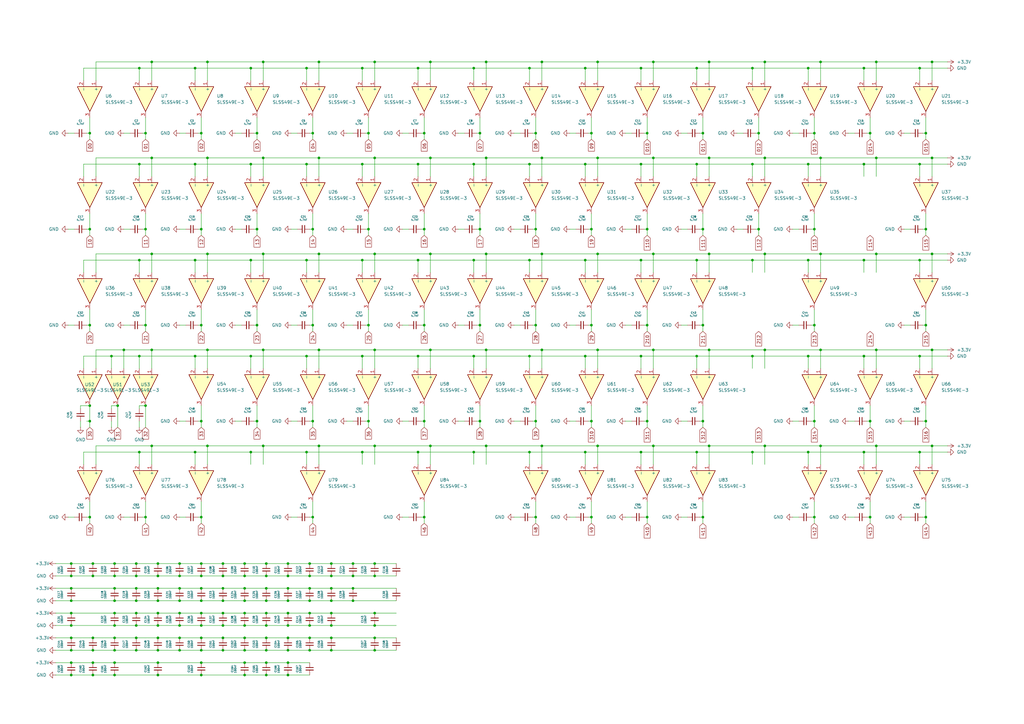
<source format=kicad_sch>
(kicad_sch (version 20231120) (generator "eeschema") (generator_version "8.0")
  (paper "A3")
  (junction (at 260.35 320.04))
  (junction (at 336.55 25.4))
  (junction (at 308.61 106.68))
  (junction (at 59.69 133.35))
  (junction (at 118.11 276.86))
  (junction (at 91.44 236.22))
  (junction (at 153.67 143.51))
  (junction (at 85.09 64.77))
  (junction (at 311.15 93.98))
  (junction (at 100.33 276.86))
  (junction (at 359.41 64.77))
  (junction (at 118.11 256.54))
  (junction (at 354.33 106.68))
  (junction (at 148.59 185.42))
  (junction (at 245.11 25.4))
  (junction (at 59.69 166.37))
  (junction (at 173.99 133.35))
  (junction (at 91.44 261.62))
  (junction (at 73.66 256.54))
  (junction (at 102.87 67.31))
  (junction (at 354.33 67.31))
  (junction (at 240.03 106.68))
  (junction (at 46.99 236.22))
  (junction (at 300.99 322.58))
  (junction (at 118.11 251.46))
  (junction (at 82.55 241.3))
  (junction (at 313.69 64.77))
  (junction (at 377.19 106.68))
  (junction (at 199.39 64.77))
  (junction (at 153.67 261.62))
  (junction (at 240.03 67.31))
  (junction (at 153.67 104.14))
  (junction (at 265.43 212.09))
  (junction (at 57.15 67.31))
  (junction (at 64.77 241.3))
  (junction (at 55.88 231.14))
  (junction (at 382.27 143.51))
  (junction (at 36.83 166.37))
  (junction (at 125.73 146.05))
  (junction (at 242.57 133.35))
  (junction (at 109.22 241.3))
  (junction (at 46.99 276.86))
  (junction (at 217.17 185.42))
  (junction (at 265.43 133.35))
  (junction (at 55.88 236.22))
  (junction (at 73.66 231.14))
  (junction (at 38.1 261.62))
  (junction (at 73.66 246.38))
  (junction (at 125.73 67.31))
  (junction (at 109.22 276.86))
  (junction (at 382.27 25.4))
  (junction (at 109.22 236.22))
  (junction (at 62.23 64.77))
  (junction (at 125.73 185.42))
  (junction (at 382.27 104.14))
  (junction (at 46.99 261.62))
  (junction (at 217.17 106.68))
  (junction (at 29.21 236.22))
  (junction (at 153.67 25.4))
  (junction (at 105.41 133.35))
  (junction (at 91.44 266.7))
  (junction (at 127 246.38))
  (junction (at 379.73 54.61))
  (junction (at 306.07 320.04))
  (junction (at 171.45 67.31))
  (junction (at 57.15 185.42))
  (junction (at 118.11 261.62))
  (junction (at 135.89 266.7))
  (junction (at 242.57 93.98))
  (junction (at 379.73 93.98))
  (junction (at 144.78 231.14))
  (junction (at 73.66 236.22))
  (junction (at 173.99 93.98))
  (junction (at 217.17 67.31))
  (junction (at 336.55 64.77))
  (junction (at 55.88 256.54))
  (junction (at 102.87 146.05))
  (junction (at 36.83 54.61))
  (junction (at 118.11 231.14))
  (junction (at 107.95 143.51))
  (junction (at 151.13 172.72))
  (junction (at 128.27 93.98))
  (junction (at 128.27 54.61))
  (junction (at 102.87 106.68))
  (junction (at 334.01 172.72))
  (junction (at 240.03 185.42))
  (junction (at 176.53 104.14))
  (junction (at 109.22 231.14))
  (junction (at 85.09 25.4))
  (junction (at 46.99 246.38))
  (junction (at 38.1 236.22))
  (junction (at 82.55 212.09))
  (junction (at 82.55 231.14))
  (junction (at 100.33 231.14))
  (junction (at 313.69 182.88))
  (junction (at 85.09 143.51))
  (junction (at 148.59 27.94))
  (junction (at 57.15 146.05))
  (junction (at 308.61 146.05))
  (junction (at 379.73 212.09))
  (junction (at 62.23 182.88))
  (junction (at 148.59 67.31))
  (junction (at 100.33 271.78))
  (junction (at 222.25 25.4))
  (junction (at 356.87 54.61))
  (junction (at 288.29 172.72))
  (junction (at 64.77 261.62))
  (junction (at 153.67 231.14))
  (junction (at 107.95 25.4))
  (junction (at 130.81 143.51))
  (junction (at 290.83 64.77))
  (junction (at 46.99 256.54))
  (junction (at 82.55 261.62))
  (junction (at 118.11 246.38))
  (junction (at 109.22 261.62))
  (junction (at 242.57 212.09))
  (junction (at 62.23 104.14))
  (junction (at 144.78 236.22))
  (junction (at 313.69 143.51))
  (junction (at 105.41 93.98))
  (junction (at 109.22 271.78))
  (junction (at 38.1 271.78))
  (junction (at 36.83 212.09))
  (junction (at 199.39 104.14))
  (junction (at 130.81 104.14))
  (junction (at 50.8 143.51))
  (junction (at 288.29 54.61))
  (junction (at 107.95 64.77))
  (junction (at 245.11 64.77))
  (junction (at 196.85 93.98))
  (junction (at 82.55 276.86))
  (junction (at 196.85 54.61))
  (junction (at 29.21 241.3))
  (junction (at 245.11 104.14))
  (junction (at 100.33 251.46))
  (junction (at 336.55 182.88))
  (junction (at 278.13 322.58))
  (junction (at 128.27 172.72))
  (junction (at 240.03 27.94))
  (junction (at 64.77 256.54))
  (junction (at 194.31 106.68))
  (junction (at 199.39 143.51))
  (junction (at 82.55 54.61))
  (junction (at 219.71 212.09))
  (junction (at 196.85 172.72))
  (junction (at 285.75 146.05))
  (junction (at 85.09 182.88))
  (junction (at 80.01 67.31))
  (junction (at 171.45 27.94))
  (junction (at 64.77 231.14))
  (junction (at 245.11 182.88))
  (junction (at 168.91 320.04))
  (junction (at 130.81 64.77))
  (junction (at 331.47 146.05))
  (junction (at 331.47 185.42))
  (junction (at 219.71 133.35))
  (junction (at 64.77 271.78))
  (junction (at 64.77 246.38))
  (junction (at 135.89 241.3))
  (junction (at 62.23 143.51))
  (junction (at 49.53 322.58))
  (junction (at 91.44 231.14))
  (junction (at 356.87 212.09))
  (junction (at 285.75 27.94))
  (junction (at 199.39 182.88))
  (junction (at 151.13 93.98))
  (junction (at 285.75 185.42))
  (junction (at 377.19 67.31))
  (junction (at 148.59 106.68))
  (junction (at 100.33 236.22))
  (junction (at 173.99 172.72))
  (junction (at 57.15 106.68))
  (junction (at 85.09 104.14))
  (junction (at 153.67 236.22))
  (junction (at 334.01 54.61))
  (junction (at 265.43 93.98))
  (junction (at 153.67 256.54))
  (junction (at 153.67 251.46))
  (junction (at 29.21 261.62))
  (junction (at 163.83 322.58))
  (junction (at 127 236.22))
  (junction (at 55.88 261.62))
  (junction (at 82.55 246.38))
  (junction (at 285.75 106.68))
  (junction (at 128.27 212.09))
  (junction (at 176.53 64.77))
  (junction (at 80.01 106.68))
  (junction (at 283.21 320.04))
  (junction (at 219.71 54.61))
  (junction (at 354.33 185.42))
  (junction (at 171.45 146.05))
  (junction (at 46.99 271.78))
  (junction (at 262.89 146.05))
  (junction (at 267.97 64.77))
  (junction (at 382.27 64.77))
  (junction (at 105.41 172.72))
  (junction (at 102.87 27.94))
  (junction (at 80.01 185.42))
  (junction (at 91.44 241.3))
  (junction (at 308.61 27.94))
  (junction (at 54.61 320.04))
  (junction (at 82.55 236.22))
  (junction (at 91.44 246.38))
  (junction (at 73.66 251.46))
  (junction (at 222.25 143.51))
  (junction (at 127 231.14))
  (junction (at 194.31 185.42))
  (junction (at 194.31 146.05))
  (junction (at 118.11 271.78))
  (junction (at 151.13 54.61))
  (junction (at 36.83 133.35))
  (junction (at 290.83 143.51))
  (junction (at 354.33 27.94))
  (junction (at 130.81 182.88))
  (junction (at 334.01 93.98))
  (junction (at 356.87 172.72))
  (junction (at 290.83 25.4))
  (junction (at 64.77 276.86))
  (junction (at 171.45 185.42))
  (junction (at 379.73 172.72))
  (junction (at 262.89 27.94))
  (junction (at 290.83 104.14))
  (junction (at 153.67 64.77))
  (junction (at 38.1 231.14))
  (junction (at 354.33 146.05))
  (junction (at 29.21 266.7))
  (junction (at 331.47 106.68))
  (junction (at 265.43 172.72))
  (junction (at 130.81 25.4))
  (junction (at 46.99 266.7))
  (junction (at 359.41 182.88))
  (junction (at 82.55 266.7))
  (junction (at 171.45 106.68))
  (junction (at 288.29 93.98))
  (junction (at 199.39 25.4))
  (junction (at 29.21 256.54))
  (junction (at 82.55 256.54))
  (junction (at 45.72 146.05))
  (junction (at 359.41 143.51))
  (junction (at 151.13 133.35))
  (junction (at 55.88 266.7))
  (junction (at 100.33 266.7))
  (junction (at 36.83 172.72))
  (junction (at 109.22 266.7))
  (junction (at 135.89 236.22))
  (junction (at 46.99 241.3))
  (junction (at 73.66 261.62))
  (junction (at 377.19 185.42))
  (junction (at 217.17 146.05))
  (junction (at 257.81 349.25))
  (junction (at 109.22 246.38))
  (junction (at 82.55 133.35))
  (junction (at 173.99 54.61))
  (junction (at 127 266.7))
  (junction (at 105.41 54.61))
  (junction (at 46.99 251.46))
  (junction (at 308.61 67.31))
  (junction (at 128.27 133.35))
  (junction (at 313.69 104.14))
  (junction (at 336.55 143.51))
  (junction (at 222.25 64.77))
  (junction (at 144.78 241.3))
  (junction (at 265.43 54.61))
  (junction (at 118.11 241.3))
  (junction (at 313.69 25.4))
  (junction (at 36.83 93.98))
  (junction (at 38.1 276.86))
  (junction (at 288.29 212.09))
  (junction (at 379.73 133.35))
  (junction (at 82.55 251.46))
  (junction (at 255.27 322.58))
  (junction (at 62.23 25.4))
  (junction (at 359.41 25.4))
  (junction (at 222.25 104.14))
  (junction (at 73.66 241.3))
  (junction (at 262.89 185.42))
  (junction (at 91.44 251.46))
  (junction (at 46.99 231.14))
  (junction (at 127 256.54))
  (junction (at 118.11 236.22))
  (junction (at 173.99 212.09))
  (junction (at 267.97 104.14))
  (junction (at 127 261.62))
  (junction (at 176.53 182.88))
  (junction (at 135.89 231.14))
  (junction (at 73.66 266.7))
  (junction (at 57.15 27.94))
  (junction (at 55.88 246.38))
  (junction (at 100.33 256.54))
  (junction (at 29.21 231.14))
  (junction (at 240.03 146.05))
  (junction (at 82.55 172.72))
  (junction (at 59.69 212.09))
  (junction (at 267.97 182.88))
  (junction (at 82.55 93.98))
  (junction (at 262.89 106.68))
  (junction (at 382.27 182.88))
  (junction (at 153.67 266.7))
  (junction (at 80.01 27.94))
  (junction (at 55.88 241.3))
  (junction (at 219.71 172.72))
  (junction (at 100.33 241.3))
  (junction (at 288.29 133.35))
  (junction (at 127 251.46))
  (junction (at 331.47 27.94))
  (junction (at 242.57 172.72))
  (junction (at 82.55 271.78))
  (junction (at 127 241.3))
  (junction (at 285.75 67.31))
  (junction (at 331.47 67.31))
  (junction (at 29.21 276.86))
  (junction (at 59.69 54.61))
  (junction (at 196.85 133.35))
  (junction (at 109.22 256.54))
  (junction (at 107.95 104.14))
  (junction (at 29.21 271.78))
  (junction (at 135.89 256.54))
  (junction (at 245.11 143.51))
  (junction (at 100.33 246.38))
  (junction (at 267.97 143.51))
  (junction (at 91.44 256.54))
  (junction (at 38.1 266.7))
  (junction (at 176.53 25.4))
  (junction (at 377.19 27.94))
  (junction (at 135.89 261.62))
  (junction (at 290.83 182.88))
  (junction (at 148.59 146.05))
  (junction (at 153.67 182.88))
  (junction (at 135.89 251.46))
  (junction (at 194.31 27.94))
  (junction (at 176.53 143.51))
  (junction (at 109.22 251.46))
  (junction (at 55.88 251.46))
  (junction (at 107.95 182.88))
  (junction (at 336.55 104.14))
  (junction (at 194.31 67.31))
  (junction (at 80.01 146.05))
  (junction (at 29.21 246.38))
  (junction (at 135.89 246.38))
  (junction (at 311.15 54.61))
  (junction (at 118.11 266.7))
  (junction (at 48.26 166.37))
  (junction (at 334.01 133.35))
  (junction (at 334.01 212.09))
  (junction (at 217.17 27.94))
  (junction (at 77.47 320.04))
  (junction (at 267.97 25.4))
  (junction (at 59.69 93.98))
  (junction (at 125.73 27.94))
  (junction (at 64.77 266.7))
  (junction (at 219.71 93.98))
  (junction (at 222.25 182.88))
  (junction (at 144.78 246.38))
  (junction (at 359.41 104.14))
  (junction (at 308.61 185.42))
  (junction (at 29.21 251.46))
  (junction (at 377.19 146.05))
  (junction (at 102.87 185.42))
  (junction (at 262.89 67.31))
  (junction (at 242.57 54.61))
  (junction (at 100.33 261.62))
  (junction (at 72.39 322.58))
  (junction (at 64.77 236.22))
  (junction (at 64.77 251.46))
  (junction (at 125.73 106.68))
  (wire (pts (xy 379.73 54.61) (xy 379.73 57.15)))
  (wire (pts (xy 107.95 104.14) (xy 130.81 104.14)))
  (wire (pts (xy 105.41 54.61) (xy 105.41 57.15)))
  (wire (pts (xy 39.37 111.76) (xy 39.37 104.14)))
  (wire (pts (xy 104.14 93.98) (xy 105.41 93.98)))
  (wire (pts (xy 107.95 104.14) (xy 107.95 111.76)))
  (wire (pts (xy 196.85 54.61) (xy 196.85 57.15)))
  (wire (pts (xy 109.22 276.86) (xy 118.11 276.86)))
  (wire (pts (xy 311.15 54.61) (xy 311.15 57.15)))
  (wire (pts (xy 265.43 166.37) (xy 265.43 172.72)))
  (wire (pts (xy 382.27 143.51) (xy 388.62 143.51)))
  (wire (pts (xy 81.28 54.61) (xy 82.55 54.61)))
  (wire (pts (xy 290.83 64.77) (xy 313.69 64.77)))
  (wire (pts (xy 127 266.7) (xy 135.89 266.7)))
  (wire (pts (xy 308.61 185.42) (xy 308.61 190.5)))
  (wire (pts (xy 130.81 25.4) (xy 153.67 25.4)))
  (wire (pts (xy 323.85 322.58) (xy 323.85 327.66)))
  (wire (pts (xy 118.11 246.38) (xy 127 246.38)))
  (wire (pts (xy 267.97 104.14) (xy 267.97 111.76)))
  (wire (pts (xy 153.67 256.54) (xy 162.56 256.54)))
  (wire (pts (xy 267.97 25.4) (xy 290.83 25.4)))
  (wire (pts (xy 107.95 64.77) (xy 107.95 72.39)))
  (wire (pts (xy 128.27 166.37) (xy 128.27 172.72)))
  (wire (pts (xy 377.19 106.68) (xy 377.19 111.76)))
  (wire (pts (xy 104.14 54.61) (xy 105.41 54.61)))
  (wire (pts (xy 256.54 349.25) (xy 257.81 349.25)))
  (wire (pts (xy 127 231.14) (xy 135.89 231.14)))
  (wire (pts (xy 240.03 27.94) (xy 262.89 27.94)))
  (wire (pts (xy 172.72 212.09) (xy 173.99 212.09)))
  (wire (pts (xy 80.01 185.42) (xy 80.01 190.5)))
  (wire (pts (xy 302.26 93.98) (xy 304.8 93.98)))
  (wire (pts (xy 57.15 167.64) (xy 57.15 166.37)))
  (wire (pts (xy 245.11 64.77) (xy 267.97 64.77)))
  (wire (pts (xy 38.1 271.78) (xy 46.99 271.78)))
  (wire (pts (xy 382.27 25.4) (xy 388.62 25.4)))
  (wire (pts (xy 331.47 146.05) (xy 331.47 151.13)))
  (wire (pts (xy 27.94 212.09) (xy 30.48 212.09)))
  (wire (pts (xy 378.46 93.98) (xy 379.73 93.98)))
  (wire (pts (xy 165.1 172.72) (xy 167.64 172.72)))
  (wire (pts (xy 245.11 64.77) (xy 245.11 72.39)))
  (wire (pts (xy 125.73 106.68) (xy 125.73 111.76)))
  (wire (pts (xy 285.75 146.05) (xy 308.61 146.05)))
  (wire (pts (xy 265.43 87.63) (xy 265.43 93.98)))
  (wire (pts (xy 217.17 67.31) (xy 240.03 67.31)))
  (wire (pts (xy 102.87 185.42) (xy 102.87 190.5)))
  (wire (pts (xy 265.43 54.61) (xy 265.43 57.15)))
  (wire (pts (xy 332.74 133.35) (xy 334.01 133.35)))
  (wire (pts (xy 222.25 104.14) (xy 222.25 111.76)))
  (wire (pts (xy 313.69 104.14) (xy 336.55 104.14)))
  (wire (pts (xy 308.61 67.31) (xy 331.47 67.31)))
  (wire (pts (xy 311.15 87.63) (xy 311.15 93.98)))
  (wire (pts (xy 199.39 104.14) (xy 222.25 104.14)))
  (wire (pts (xy 85.09 182.88) (xy 85.09 190.5)))
  (wire (pts (xy 219.71 172.72) (xy 219.71 175.26)))
  (wire (pts (xy 173.99 93.98) (xy 173.99 96.52)))
  (wire (pts (xy 359.41 64.77) (xy 382.27 64.77)))
  (wire (pts (xy 285.75 67.31) (xy 308.61 67.31)))
  (wire (pts (xy 332.74 172.72) (xy 334.01 172.72)))
  (wire (pts (xy 100.33 251.46) (xy 109.22 251.46)))
  (wire (pts (xy 290.83 143.51) (xy 290.83 151.13)))
  (wire (pts (xy 153.67 25.4) (xy 176.53 25.4)))
  (wire (pts (xy 62.23 104.14) (xy 85.09 104.14)))
  (wire (pts (xy 265.43 172.72) (xy 265.43 175.26)))
  (wire (pts (xy 354.33 185.42) (xy 354.33 190.5)))
  (wire (pts (xy 267.97 143.51) (xy 267.97 151.13)))
  (wire (pts (xy 82.55 246.38) (xy 91.44 246.38)))
  (wire (pts (xy 382.27 25.4) (xy 382.27 33.02)))
  (wire (pts (xy 219.71 127) (xy 219.71 133.35)))
  (wire (pts (xy 46.99 231.14) (xy 55.88 231.14)))
  (wire (pts (xy 73.66 256.54) (xy 82.55 256.54)))
  (wire (pts (xy 36.83 87.63) (xy 36.83 93.98)))
  (wire (pts (xy 332.74 93.98) (xy 334.01 93.98)))
  (wire (pts (xy 27.94 93.98) (xy 30.48 93.98)))
  (wire (pts (xy 265.43 212.09) (xy 265.43 214.63)))
  (wire (pts (xy 135.89 236.22) (xy 144.78 236.22)))
  (wire (pts (xy 377.19 146.05) (xy 377.19 151.13)))
  (wire (pts (xy 38.1 266.7) (xy 46.99 266.7)))
  (wire (pts (xy 64.77 236.22) (xy 73.66 236.22)))
  (wire (pts (xy 356.87 212.09) (xy 356.87 214.63)))
  (wire (pts (xy 50.8 93.98) (xy 53.34 93.98)))
  (wire (pts (xy 80.01 27.94) (xy 80.01 33.02)))
  (wire (pts (xy 29.21 271.78) (xy 38.1 271.78)))
  (wire (pts (xy 308.61 185.42) (xy 331.47 185.42)))
  (wire (pts (xy 130.81 104.14) (xy 153.67 104.14)))
  (wire (pts (xy 59.69 133.35) (xy 59.69 135.89)))
  (wire (pts (xy 107.95 25.4) (xy 107.95 33.02)))
  (wire (pts (xy 105.41 172.72) (xy 105.41 175.26)))
  (wire (pts (xy 100.33 266.7) (xy 109.22 266.7)))
  (wire (pts (xy 359.41 25.4) (xy 359.41 33.02)))
  (wire (pts (xy 262.89 106.68) (xy 262.89 111.76)))
  (wire (pts (xy 194.31 146.05) (xy 217.17 146.05)))
  (wire (pts (xy 199.39 104.14) (xy 199.39 111.76)))
  (wire (pts (xy 22.86 266.7) (xy 29.21 266.7)))
  (wire (pts (xy 96.52 133.35) (xy 99.06 133.35)))
  (wire (pts (xy 82.55 261.62) (xy 91.44 261.62)))
  (wire (pts (xy 218.44 54.61) (xy 219.71 54.61)))
  (wire (pts (xy 196.85 127) (xy 196.85 133.35)))
  (wire (pts (xy 199.39 182.88) (xy 199.39 190.5)))
  (wire (pts (xy 187.96 133.35) (xy 190.5 133.35)))
  (wire (pts (xy 285.75 27.94) (xy 285.75 33.02)))
  (wire (pts (xy 128.27 212.09) (xy 128.27 214.63)))
  (wire (pts (xy 125.73 146.05) (xy 125.73 151.13)))
  (wire (pts (xy 265.43 133.35) (xy 265.43 135.89)))
  (wire (pts (xy 354.33 106.68) (xy 354.33 111.76)))
  (wire (pts (xy 222.25 182.88) (xy 245.11 182.88)))
  (wire (pts (xy 245.11 104.14) (xy 267.97 104.14)))
  (wire (pts (xy 149.86 133.35) (xy 151.13 133.35)))
  (wire (pts (xy 102.87 67.31) (xy 125.73 67.31)))
  (wire (pts (xy 128.27 127) (xy 128.27 133.35)))
  (wire (pts (xy 325.12 133.35) (xy 327.66 133.35)))
  (wire (pts (xy 127 251.46) (xy 135.89 251.46)))
  (wire (pts (xy 313.69 64.77) (xy 336.55 64.77)))
  (wire (pts (xy 288.29 48.26) (xy 288.29 54.61)))
  (wire (pts (xy 171.45 27.94) (xy 171.45 33.02)))
  (wire (pts (xy 241.3 133.35) (xy 242.57 133.35)))
  (wire (pts (xy 265.43 48.26) (xy 265.43 54.61)))
  (wire (pts (xy 81.28 172.72) (xy 82.55 172.72)))
  (wire (pts (xy 57.15 146.05) (xy 57.15 151.13)))
  (wire (pts (xy 240.03 67.31) (xy 240.03 72.39)))
  (wire (pts (xy 151.13 54.61) (xy 151.13 57.15)))
  (wire (pts (xy 102.87 185.42) (xy 125.73 185.42)))
  (wire (pts (xy 377.19 67.31) (xy 377.19 72.39)))
  (wire (pts (xy 279.4 172.72) (xy 281.94 172.72)))
  (wire (pts (xy 222.25 182.88) (xy 222.25 190.5)))
  (wire (pts (xy 104.14 172.72) (xy 105.41 172.72)))
  (wire (pts (xy 331.47 106.68) (xy 354.33 106.68)))
  (wire (pts (xy 171.45 146.05) (xy 194.31 146.05)))
  (wire (pts (xy 355.6 172.72) (xy 356.87 172.72)))
  (wire (pts (xy 45.72 166.37) (xy 48.26 166.37)))
  (wire (pts (xy 58.42 93.98) (xy 59.69 93.98)))
  (wire (pts (xy 171.45 67.31) (xy 171.45 72.39)))
  (wire (pts (xy 22.86 276.86) (xy 29.21 276.86)))
  (wire (pts (xy 218.44 133.35) (xy 219.71 133.35)))
  (wire (pts (xy 91.44 246.38) (xy 100.33 246.38)))
  (wire (pts (xy 118.11 256.54) (xy 127 256.54)))
  (wire (pts (xy 102.87 146.05) (xy 102.87 151.13)))
  (wire (pts (xy 118.11 236.22) (xy 127 236.22)))
  (wire (pts (xy 290.83 182.88) (xy 290.83 190.5)))
  (wire (pts (xy 187.96 54.61) (xy 190.5 54.61)))
  (wire (pts (xy 171.45 146.05) (xy 171.45 151.13)))
  (wire (pts (xy 217.17 67.31) (xy 217.17 72.39)))
  (wire (pts (xy 290.83 64.77) (xy 290.83 72.39)))
  (wire (pts (xy 91.44 236.22) (xy 100.33 236.22)))
  (wire (pts (xy 82.55 127) (xy 82.55 133.35)))
  (wire (pts (xy 377.19 27.94) (xy 377.19 33.02)))
  (wire (pts (xy 285.75 185.42) (xy 285.75 190.5)))
  (wire (pts (xy 288.29 133.35) (xy 288.29 135.89)))
  (wire (pts (xy 31.75 320.04) (xy 54.61 320.04)))
  (wire (pts (xy 262.89 185.42) (xy 285.75 185.42)))
  (wire (pts (xy 233.68 93.98) (xy 236.22 93.98)))
  (wire (pts (xy 311.15 93.98) (xy 311.15 96.52)))
  (wire (pts (xy 128.27 54.61) (xy 128.27 57.15)))
  (wire (pts (xy 379.73 87.63) (xy 379.73 93.98)))
  (wire (pts (xy 308.61 67.31) (xy 308.61 72.39)))
  (wire (pts (xy 267.97 143.51) (xy 290.83 143.51)))
  (wire (pts (xy 34.29 67.31) (xy 57.15 67.31)))
  (wire (pts (xy 290.83 143.51) (xy 313.69 143.51)))
  (wire (pts (xy 308.61 106.68) (xy 308.61 111.76)))
  (wire (pts (xy 379.73 48.26) (xy 379.73 54.61)))
  (wire (pts (xy 151.13 93.98) (xy 151.13 96.52)))
  (wire (pts (xy 171.45 185.42) (xy 171.45 190.5)))
  (wire (pts (xy 100.33 241.3) (xy 109.22 241.3)))
  (wire (pts (xy 148.59 106.68) (xy 171.45 106.68)))
  (wire (pts (xy 265.43 205.74) (xy 265.43 212.09)))
  (wire (pts (xy 194.31 146.05) (xy 194.31 151.13)))
  (wire (pts (xy 26.67 322.58) (xy 49.53 322.58)))
  (wire (pts (xy 194.31 106.68) (xy 217.17 106.68)))
  (wire (pts (xy 127 172.72) (xy 128.27 172.72)))
  (wire (pts (xy 196.85 48.26) (xy 196.85 54.61)))
  (wire (pts (xy 219.71 133.35) (xy 219.71 135.89)))
  (wire (pts (xy 153.67 64.77) (xy 176.53 64.77)))
  (wire (pts (xy 130.81 25.4) (xy 130.81 33.02)))
  (wire (pts (xy 91.44 251.46) (xy 100.33 251.46)))
  (wire (pts (xy 105.41 87.63) (xy 105.41 93.98)))
  (wire (pts (xy 163.83 322.58) (xy 163.83 327.66)))
  (wire (pts (xy 248.92 349.25) (xy 251.46 349.25)))
  (wire (pts (xy 102.87 67.31) (xy 102.87 72.39)))
  (wire (pts (xy 287.02 93.98) (xy 288.29 93.98)))
  (wire (pts (xy 118.11 251.46) (xy 127 251.46)))
  (wire (pts (xy 82.55 276.86) (xy 100.33 276.86)))
  (wire (pts (xy 127 133.35) (xy 128.27 133.35)))
  (wire (pts (xy 59.69 212.09) (xy 59.69 214.63)))
  (wire (pts (xy 102.87 146.05) (xy 125.73 146.05)))
  (wire (pts (xy 242.57 166.37) (xy 242.57 172.72)))
  (wire (pts (xy 356.87 48.26) (xy 356.87 54.61)))
  (wire (pts (xy 85.09 182.88) (xy 107.95 182.88)))
  (wire (pts (xy 29.21 236.22) (xy 38.1 236.22)))
  (wire (pts (xy 91.44 261.62) (xy 100.33 261.62)))
  (wire (pts (xy 222.25 64.77) (xy 222.25 72.39)))
  (wire (pts (xy 109.22 261.62) (xy 118.11 261.62)))
  (wire (pts (xy 173.99 166.37) (xy 173.99 172.72)))
  (wire (pts (xy 334.01 172.72) (xy 334.01 175.26)))
  (wire (pts (xy 96.52 93.98) (xy 99.06 93.98)))
  (wire (pts (xy 267.97 64.77) (xy 290.83 64.77)))
  (wire (pts (xy 255.27 322.58) (xy 278.13 322.58)))
  (wire (pts (xy 105.41 133.35) (xy 105.41 135.89)))
  (wire (pts (xy 257.81 349.25) (xy 257.81 351.79)))
  (wire (pts (xy 262.89 106.68) (xy 285.75 106.68)))
  (wire (pts (xy 210.82 93.98) (xy 213.36 93.98)))
  (wire (pts (xy 382.27 104.14) (xy 388.62 104.14)))
  (wire (pts (xy 148.59 146.05) (xy 171.45 146.05)))
  (wire (pts (xy 313.69 104.14) (xy 313.69 111.76)))
  (wire (pts (xy 33.02 167.64) (xy 33.02 166.37)))
  (wire (pts (xy 336.55 143.51) (xy 359.41 143.51)))
  (wire (pts (xy 194.31 67.31) (xy 194.31 72.39)))
  (wire (pts (xy 278.13 322.58) (xy 278.13 327.66)))
  (wire (pts (xy 196.85 87.63) (xy 196.85 93.98)))
  (wire (pts (xy 331.47 27.94) (xy 354.33 27.94)))
  (wire (pts (xy 379.73 166.37) (xy 379.73 172.72)))
  (wire (pts (xy 210.82 172.72) (xy 213.36 172.72)))
  (wire (pts (xy 46.99 241.3) (xy 55.88 241.3)))
  (wire (pts (xy 142.24 133.35) (xy 144.78 133.35)))
  (wire (pts (xy 45.72 167.64) (xy 45.72 166.37)))
  (wire (pts (xy 82.55 133.35) (xy 82.55 135.89)))
  (wire (pts (xy 222.25 64.77) (xy 245.11 64.77)))
  (wire (pts (xy 331.47 106.68) (xy 331.47 111.76)))
  (wire (pts (xy 325.12 172.72) (xy 327.66 172.72)))
  (wire (pts (xy 245.11 143.51) (xy 245.11 151.13)))
  (wire (pts (xy 283.21 320.04) (xy 306.07 320.04)))
  (wire (pts (xy 57.15 166.37) (xy 59.69 166.37)))
  (wire (pts (xy 148.59 27.94) (xy 171.45 27.94)))
  (wire (pts (xy 109.22 246.38) (xy 118.11 246.38)))
  (wire (pts (xy 196.85 172.72) (xy 196.85 175.26)))
  (wire (pts (xy 130.81 143.51) (xy 130.81 151.13)))
  (wire (pts (xy 242.57 212.09) (xy 242.57 214.63)))
  (wire (pts (xy 279.4 212.09) (xy 281.94 212.09)))
  (wire (pts (xy 119.38 212.09) (xy 121.92 212.09)))
  (wire (pts (xy 34.29 146.05) (xy 45.72 146.05)))
  (wire (pts (xy 194.31 185.42) (xy 217.17 185.42)))
  (wire (pts (xy 354.33 67.31) (xy 377.19 67.31)))
  (wire (pts (xy 153.67 231.14) (xy 162.56 231.14)))
  (wire (pts (xy 55.88 266.7) (xy 64.77 266.7)))
  (wire (pts (xy 46.99 261.62) (xy 55.88 261.62)))
  (wire (pts (xy 85.09 64.77) (xy 85.09 72.39)))
  (wire (pts (xy 31.75 327.66) (xy 31.75 320.04)))
  (wire (pts (xy 100.33 261.62) (xy 109.22 261.62)))
  (wire (pts (xy 300.99 322.58) (xy 300.99 327.66)))
  (wire (pts (xy 262.89 146.05) (xy 262.89 151.13)))
  (wire (pts (xy 59.69 93.98) (xy 59.69 96.52)))
  (wire (pts (xy 128.27 172.72) (xy 128.27 175.26)))
  (wire (pts (xy 163.83 322.58) (xy 255.27 322.58)))
  (wire (pts (xy 378.46 212.09) (xy 379.73 212.09)))
  (wire (pts (xy 334.01 166.37) (xy 334.01 172.72)))
  (wire (pts (xy 80.01 67.31) (xy 102.87 67.31)))
  (wire (pts (xy 149.86 172.72) (xy 151.13 172.72)))
  (wire (pts (xy 59.69 87.63) (xy 59.69 93.98)))
  (wire (pts (xy 135.89 266.7) (xy 153.67 266.7)))
  (wire (pts (xy 80.01 106.68) (xy 80.01 111.76)))
  (wire (pts (xy 168.91 320.04) (xy 168.91 327.66)))
  (wire (pts (xy 130.81 64.77) (xy 153.67 64.77)))
  (wire (pts (xy 283.21 320.04) (xy 283.21 327.66)))
  (wire (pts (xy 356.87 166.37) (xy 356.87 172.72)))
  (wire (pts (xy 82.55 48.26) (xy 82.55 54.61)))
  (wire (pts (xy 199.39 182.88) (xy 222.25 182.88)))
  (wire (pts (xy 354.33 146.05) (xy 354.33 151.13)))
  (wire (pts (xy 22.86 241.3) (xy 29.21 241.3)))
  (wire (pts (xy 173.99 205.74) (xy 173.99 212.09)))
  (wire (pts (xy 359.41 143.51) (xy 382.27 143.51)))
  (wire (pts (xy 85.09 104.14) (xy 107.95 104.14)))
  (wire (pts (xy 82.55 172.72) (xy 82.55 175.26)))
  (wire (pts (xy 153.67 64.77) (xy 153.67 72.39)))
  (wire (pts (xy 142.24 172.72) (xy 144.78 172.72)))
  (wire (pts (xy 102.87 106.68) (xy 102.87 111.76)))
  (wire (pts (xy 119.38 54.61) (xy 121.92 54.61)))
  (wire (pts (xy 127 236.22) (xy 135.89 236.22)))
  (wire (pts (xy 325.12 93.98) (xy 327.66 93.98)))
  (wire (pts (xy 287.02 172.72) (xy 288.29 172.72)))
  (wire (pts (xy 34.29 106.68) (xy 57.15 106.68)))
  (wire (pts (xy 165.1 54.61) (xy 167.64 54.61)))
  (wire (pts (xy 377.19 146.05) (xy 388.62 146.05)))
  (wire (pts (xy 199.39 64.77) (xy 199.39 72.39)))
  (wire (pts (xy 219.71 87.63) (xy 219.71 93.98)))
  (wire (pts (xy 128.27 205.74) (xy 128.27 212.09)))
  (wire (pts (xy 50.8 143.51) (xy 50.8 151.13)))
  (wire (pts (xy 36.83 172.72) (xy 36.83 175.26)))
  (wire (pts (xy 36.83 54.61) (xy 36.83 57.15)))
  (wire (pts (xy 46.99 251.46) (xy 55.88 251.46)))
  (wire (pts (xy 222.25 25.4) (xy 245.11 25.4)))
  (wire (pts (xy 80.01 146.05) (xy 80.01 151.13)))
  (wire (pts (xy 313.69 25.4) (xy 336.55 25.4)))
  (wire (pts (xy 77.47 320.04) (xy 168.91 320.04)))
  (wire (pts (xy 290.83 25.4) (xy 313.69 25.4)))
  (wire (pts (xy 62.23 64.77) (xy 62.23 72.39)))
  (wire (pts (xy 347.98 54.61) (xy 350.52 54.61)))
  (wire (pts (xy 285.75 67.31) (xy 285.75 72.39)))
  (wire (pts (xy 331.47 67.31) (xy 354.33 67.31)))
  (wire (pts (xy 82.55 87.63) (xy 82.55 93.98)))
  (wire (pts (xy 130.81 143.51) (xy 153.67 143.51)))
  (wire (pts (xy 36.83 93.98) (xy 36.83 96.52)))
  (wire (pts (xy 22.86 236.22) (xy 29.21 236.22)))
  (wire (pts (xy 334.01 87.63) (xy 334.01 93.98)))
  (wire (pts (xy 82.55 93.98) (xy 82.55 96.52)))
  (wire (pts (xy 62.23 104.14) (xy 62.23 111.76)))
  (wire (pts (xy 290.83 104.14) (xy 290.83 111.76)))
  (wire (pts (xy 245.11 25.4) (xy 267.97 25.4)))
  (wire (pts (xy 240.03 106.68) (xy 262.89 106.68)))
  (wire (pts (xy 359.41 25.4) (xy 382.27 25.4)))
  (wire (pts (xy 59.69 54.61) (xy 59.69 57.15)))
  (wire (pts (xy 29.21 241.3) (xy 46.99 241.3)))
  (wire (pts (xy 118.11 271.78) (xy 127 271.78)))
  (wire (pts (xy 199.39 25.4) (xy 222.25 25.4)))
  (wire (pts (xy 29.21 231.14) (xy 38.1 231.14)))
  (wire (pts (xy 34.29 33.02) (xy 34.29 27.94)))
  (wire (pts (xy 194.31 27.94) (xy 217.17 27.94)))
  (wire (pts (xy 62.23 64.77) (xy 85.09 64.77)))
  (wire (pts (xy 49.53 322.58) (xy 49.53 327.66)))
  (wire (pts (xy 308.61 27.94) (xy 308.61 33.02)))
  (wire (pts (xy 58.42 54.61) (xy 59.69 54.61)))
  (wire (pts (xy 176.53 64.77) (xy 176.53 72.39)))
  (wire (pts (xy 377.19 185.42) (xy 377.19 190.5)))
  (wire (pts (xy 331.47 27.94) (xy 331.47 33.02)))
  (wire (pts (xy 359.41 104.14) (xy 359.41 111.76)))
  (wire (pts (xy 336.55 25.4) (xy 336.55 33.02)))
  (wire (pts (xy 22.86 251.46) (xy 29.21 251.46)))
  (wire (pts (xy 288.29 54.61) (xy 288.29 57.15)))
  (wire (pts (xy 38.1 231.14) (xy 46.99 231.14)))
  (wire (pts (xy 39.37 151.13) (xy 39.37 143.51)))
  (wire (pts (xy 142.24 54.61) (xy 144.78 54.61)))
  (wire (pts (xy 38.1 261.62) (xy 46.99 261.62)))
  (wire (pts (xy 151.13 172.72) (xy 151.13 175.26)))
  (wire (pts (xy 46.99 276.86) (xy 64.77 276.86)))
  (wire (pts (xy 73.66 241.3) (xy 82.55 241.3)))
  (wire (pts (xy 107.95 143.51) (xy 107.95 151.13)))
  (wire (pts (xy 118.11 276.86) (xy 127 276.86)))
  (wire (pts (xy 308.61 146.05) (xy 308.61 151.13)))
  (wire (pts (xy 125.73 106.68) (xy 148.59 106.68)))
  (wire (pts (xy 153.67 25.4) (xy 153.67 33.02)))
  (wire (pts (xy 245.11 25.4) (xy 245.11 33.02)))
  (wire (pts (xy 96.52 172.72) (xy 99.06 172.72)))
  (wire (pts (xy 85.09 143.51) (xy 85.09 151.13)))
  (wire (pts (xy 325.12 212.09) (xy 327.66 212.09)))
  (wire (pts (xy 128.27 48.26) (xy 128.27 54.61)))
  (wire (pts (xy 22.86 261.62) (xy 29.21 261.62)))
  (wire (pts (xy 109.22 236.22) (xy 118.11 236.22)))
  (wire (pts (xy 306.07 320.04) (xy 328.93 320.04)))
  (wire (pts (xy 148.59 106.68) (xy 148.59 111.76)))
  (wire (pts (xy 309.88 93.98) (xy 311.15 93.98)))
  (wire (pts (xy 222.25 25.4) (xy 222.25 33.02)))
  (wire (pts (xy 217.17 185.42) (xy 217.17 190.5)))
  (wire (pts (xy 194.31 185.42) (xy 194.31 190.5)))
  (wire (pts (xy 336.55 143.51) (xy 336.55 151.13)))
  (wire (pts (xy 55.88 251.46) (xy 64.77 251.46)))
  (wire (pts (xy 149.86 93.98) (xy 151.13 93.98)))
  (wire (pts (xy 199.39 143.51) (xy 199.39 151.13)))
  (wire (pts (xy 287.02 54.61) (xy 288.29 54.61)))
  (wire (pts (xy 35.56 172.72) (xy 36.83 172.72)))
  (wire (pts (xy 55.88 256.54) (xy 64.77 256.54)))
  (wire (pts (xy 73.66 212.09) (xy 76.2 212.09)))
  (wire (pts (xy 153.67 104.14) (xy 176.53 104.14)))
  (wire (pts (xy 356.87 54.61) (xy 356.87 57.15)))
  (wire (pts (xy 39.37 72.39) (xy 39.37 64.77)))
  (wire (pts (xy 173.99 87.63) (xy 173.99 93.98)))
  (wire (pts (xy 356.87 172.72) (xy 356.87 175.26)))
  (wire (pts (xy 176.53 143.51) (xy 199.39 143.51)))
  (wire (pts (xy 36.83 205.74) (xy 36.83 212.09)))
  (wire (pts (xy 370.84 54.61) (xy 373.38 54.61)))
  (wire (pts (xy 172.72 133.35) (xy 173.99 133.35)))
  (wire (pts (xy 359.41 182.88) (xy 382.27 182.88)))
  (wire (pts (xy 219.71 48.26) (xy 219.71 54.61)))
  (wire (pts (xy 379.73 172.72) (xy 379.73 175.26)))
  (wire (pts (xy 285.75 106.68) (xy 285.75 111.76)))
  (wire (pts (xy 262.89 27.94) (xy 285.75 27.94)))
  (wire (pts (xy 240.03 185.42) (xy 240.03 190.5)))
  (wire (pts (xy 57.15 67.31) (xy 57.15 72.39)))
  (wire (pts (xy 218.44 212.09) (xy 219.71 212.09)))
  (wire (pts (xy 172.72 172.72) (xy 173.99 172.72)))
  (wire (pts (xy 332.74 212.09) (xy 334.01 212.09)))
  (wire (pts (xy 256.54 133.35) (xy 259.08 133.35)))
  (wire (pts (xy 242.57 48.26) (xy 242.57 54.61)))
  (wire (pts (xy 82.55 205.74) (xy 82.55 212.09)))
  (wire (pts (xy 144.78 231.14) (xy 153.67 231.14)))
  (wire (pts (xy 173.99 133.35) (xy 173.99 135.89)))
  (wire (pts (xy 379.73 212.09) (xy 379.73 214.63)))
  (wire (pts (xy 34.29 111.76) (xy 34.29 106.68)))
  (wire (pts (xy 334.01 54.61) (xy 334.01 57.15)))
  (wire (pts (xy 91.44 266.7) (xy 100.33 266.7)))
  (wire (pts (xy 64.77 266.7) (xy 73.66 266.7)))
  (wire (pts (xy 142.24 93.98) (xy 144.78 93.98)))
  (wire (pts (xy 46.99 266.7) (xy 55.88 266.7)))
  (wire (pts (xy 355.6 54.61) (xy 356.87 54.61)))
  (wire (pts (xy 125.73 67.31) (xy 148.59 67.31)))
  (wire (pts (xy 119.38 93.98) (xy 121.92 93.98)))
  (wire (pts (xy 382.27 182.88) (xy 388.62 182.88)))
  (wire (pts (xy 73.66 172.72) (xy 76.2 172.72)))
  (wire (pts (xy 144.78 236.22) (xy 153.67 236.22)))
  (wire (pts (xy 46.99 271.78) (xy 64.77 271.78)))
  (wire (pts (xy 109.22 271.78) (xy 118.11 271.78)))
  (wire (pts (xy 153.67 104.14) (xy 153.67 111.76)))
  (wire (pts (xy 125.73 67.31) (xy 125.73 72.39)))
  (wire (pts (xy 199.39 143.51) (xy 222.25 143.51)))
  (wire (pts (xy 370.84 93.98) (xy 373.38 93.98)))
  (wire (pts (xy 104.14 133.35) (xy 105.41 133.35)))
  (wire (pts (xy 264.16 133.35) (xy 265.43 133.35)))
  (wire (pts (xy 331.47 185.42) (xy 331.47 190.5)))
  (wire (pts (xy 173.99 172.72) (xy 173.99 175.26)))
  (wire (pts (xy 34.29 151.13) (xy 34.29 146.05)))
  (wire (pts (xy 109.22 256.54) (xy 118.11 256.54)))
  (wire (pts (xy 173.99 212.09) (xy 173.99 214.63)))
  (wire (pts (xy 54.61 320.04) (xy 77.47 320.04)))
  (wire (pts (xy 264.16 54.61) (xy 265.43 54.61)))
  (wire (pts (xy 128.27 87.63) (xy 128.27 93.98)))
  (wire (pts (xy 22.86 256.54) (xy 29.21 256.54)))
  (wire (pts (xy 127 54.61) (xy 128.27 54.61)))
  (wire (pts (xy 34.29 185.42) (xy 57.15 185.42)))
  (wire (pts (xy 109.22 231.14) (xy 118.11 231.14)))
  (wire (pts (xy 336.55 104.14) (xy 359.41 104.14)))
  (wire (pts (xy 151.13 127) (xy 151.13 133.35)))
  (wire (pts (xy 118.11 241.3) (xy 127 241.3)))
  (wire (pts (xy 245.11 182.88) (xy 245.11 190.5)))
  (wire (pts (xy 91.44 231.14) (xy 100.33 231.14)))
  (wire (pts (xy 119.38 133.35) (xy 121.92 133.35)))
  (wire (pts (xy 196.85 93.98) (xy 196.85 96.52)))
  (wire (pts (xy 125.73 185.42) (xy 148.59 185.42)))
  (wire (pts (xy 35.56 212.09) (xy 36.83 212.09)))
  (wire (pts (xy 241.3 93.98) (xy 242.57 93.98)))
  (wire (pts (xy 377.19 185.42) (xy 388.62 185.42)))
  (wire (pts (xy 107.95 143.51) (xy 130.81 143.51)))
  (wire (pts (xy 58.42 212.09) (xy 59.69 212.09)))
  (wire (pts (xy 241.3 212.09) (xy 242.57 212.09)))
  (wire (pts (xy 194.31 106.68) (xy 194.31 111.76)))
  (wire (pts (xy 302.26 54.61) (xy 304.8 54.61)))
  (wire (pts (xy 176.53 182.88) (xy 176.53 190.5)))
  (wire (pts (xy 153.67 236.22) (xy 162.56 236.22)))
  (wire (pts (xy 62.23 182.88) (xy 62.23 190.5)))
  (wire (pts (xy 336.55 64.77) (xy 359.41 64.77)))
  (wire (pts (xy 168.91 320.04) (xy 260.35 320.04)))
  (wire (pts (xy 36.83 212.09) (xy 36.83 214.63)))
  (wire (pts (xy 55.88 246.38) (xy 64.77 246.38)))
  (wire (pts (xy 73.66 251.46) (xy 82.55 251.46)))
  (wire (pts (xy 73.66 261.62) (xy 82.55 261.62)))
  (wire (pts (xy 267.97 64.77) (xy 267.97 72.39)))
  (wire (pts (xy 58.42 133.35) (xy 59.69 133.35)))
  (wire (pts (xy 50.8 54.61) (xy 53.34 54.61)))
  (wire (pts (xy 195.58 54.61) (xy 196.85 54.61)))
  (wire (pts (xy 195.58 172.72) (xy 196.85 172.72)))
  (wire (pts (xy 287.02 133.35) (xy 288.29 133.35)))
  (wire (pts (xy 34.29 190.5) (xy 34.29 185.42)))
  (wire (pts (xy 176.53 25.4) (xy 199.39 25.4)))
  (wire (pts (xy 50.8 212.09) (xy 53.34 212.09)))
  (wire (pts (xy 288.29 212.09) (xy 288.29 214.63)))
  (wire (pts (xy 290.83 182.88) (xy 313.69 182.88)))
  (wire (pts (xy 64.77 231.14) (xy 73.66 231.14)))
  (wire (pts (xy 218.44 172.72) (xy 219.71 172.72)))
  (wire (pts (xy 176.53 143.51) (xy 176.53 151.13)))
  (wire (pts (xy 334.01 205.74) (xy 334.01 212.09)))
  (wire (pts (xy 334.01 93.98) (xy 334.01 96.52)))
  (wire (pts (xy 264.16 172.72) (xy 265.43 172.72)))
  (wire (pts (xy 151.13 48.26) (xy 151.13 54.61)))
  (wire (pts (xy 196.85 133.35) (xy 196.85 135.89)))
  (wire (pts (xy 144.78 241.3) (xy 162.56 241.3)))
  (wire (pts (xy 46.99 256.54) (xy 55.88 256.54)))
  (wire (pts (xy 46.99 246.38) (xy 55.88 246.38)))
  (wire (pts (xy 262.89 146.05) (xy 285.75 146.05)))
  (wire (pts (xy 240.03 106.68) (xy 240.03 111.76)))
  (wire (pts (xy 267.97 182.88) (xy 267.97 190.5)))
  (wire (pts (xy 331.47 185.42) (xy 354.33 185.42)))
  (wire (pts (xy 285.75 106.68) (xy 308.61 106.68)))
  (wire (pts (xy 278.13 322.58) (xy 300.99 322.58)))
  (wire (pts (xy 59.69 127) (xy 59.69 133.35)))
  (wire (pts (xy 80.01 27.94) (xy 102.87 27.94)))
  (wire (pts (xy 199.39 64.77) (xy 222.25 64.77)))
  (wire (pts (xy 379.73 133.35) (xy 379.73 135.89)))
  (wire (pts (xy 194.31 27.94) (xy 194.31 33.02)))
  (wire (pts (xy 82.55 256.54) (xy 91.44 256.54)))
  (wire (pts (xy 105.41 93.98) (xy 105.41 96.52)))
  (wire (pts (xy 267.97 25.4) (xy 267.97 33.02)))
  (wire (pts (xy 279.4 133.35) (xy 281.94 133.35)))
  (wire (pts (xy 217.17 185.42) (xy 240.03 185.42)))
  (wire (pts (xy 29.21 256.54) (xy 46.99 256.54)))
  (wire (pts (xy 242.57 172.72) (xy 242.57 175.26)))
  (wire (pts (xy 334.01 133.35) (xy 334.01 135.89)))
  (wire (pts (xy 135.89 251.46) (xy 153.67 251.46)))
  (wire (pts (xy 217.17 106.68) (xy 217.17 111.76)))
  (wire (pts (xy 264.16 93.98) (xy 265.43 93.98)))
  (wire (pts (xy 242.57 93.98) (xy 242.57 96.52)))
  (wire (pts (xy 45.72 172.72) (xy 45.72 175.26)))
  (wire (pts (xy 151.13 87.63) (xy 151.13 93.98)))
  (wire (pts (xy 100.33 246.38) (xy 109.22 246.38)))
  (wire (pts (xy 300.99 322.58) (xy 323.85 322.58)))
  (wire (pts (xy 55.88 241.3) (xy 64.77 241.3)))
  (wire (pts (xy 256.54 93.98) (xy 259.08 93.98)))
  (wire (pts (xy 171.45 185.42) (xy 194.31 185.42)))
  (wire (pts (xy 91.44 241.3) (xy 100.33 241.3)))
  (wire (pts (xy 109.22 241.3) (xy 118.11 241.3)))
  (wire (pts (xy 336.55 104.14) (xy 336.55 111.76)))
  (wire (pts (xy 217.17 27.94) (xy 240.03 27.94)))
  (wire (pts (xy 313.69 182.88) (xy 313.69 190.5)))
  (wire (pts (xy 148.59 67.31) (xy 148.59 72.39)))
  (wire (pts (xy 196.85 166.37) (xy 196.85 172.72)))
  (wire (pts (xy 125.73 185.42) (xy 125.73 190.5)))
  (wire (pts (xy 210.82 133.35) (xy 213.36 133.35)))
  (wire (pts (xy 245.11 182.88) (xy 267.97 182.88)))
  (wire (pts (xy 288.29 127) (xy 288.29 133.35)))
  (wire (pts (xy 241.3 172.72) (xy 242.57 172.72)))
  (wire (pts (xy 91.44 256.54) (xy 100.33 256.54)))
  (wire (pts (xy 96.52 54.61) (xy 99.06 54.61)))
  (wire (pts (xy 48.26 166.37) (xy 48.26 175.26)))
  (wire (pts (xy 73.66 236.22) (xy 82.55 236.22)))
  (wire (pts (xy 35.56 133.35) (xy 36.83 133.35)))
  (wire (pts (xy 217.17 146.05) (xy 217.17 151.13)))
  (wire (pts (xy 151.13 133.35) (xy 151.13 135.89)))
  (wire (pts (xy 187.96 172.72) (xy 190.5 172.72)))
  (wire (pts (xy 100.33 231.14) (xy 109.22 231.14)))
  (wire (pts (xy 218.44 93.98) (xy 219.71 93.98)))
  (wire (pts (xy 308.61 106.68) (xy 331.47 106.68)))
  (wire (pts (xy 62.23 25.4) (xy 85.09 25.4)))
  (wire (pts (xy 39.37 64.77) (xy 62.23 64.77)))
  (wire (pts (xy 165.1 212.09) (xy 167.64 212.09)))
  (wire (pts (xy 73.66 93.98) (xy 76.2 93.98)))
  (wire (pts (xy 100.33 256.54) (xy 109.22 256.54)))
  (wire (pts (xy 377.19 106.68) (xy 388.62 106.68)))
  (wire (pts (xy 313.69 182.88) (xy 336.55 182.88)))
  (wire (pts (xy 240.03 146.05) (xy 240.03 151.13)))
  (wire (pts (xy 85.09 104.14) (xy 85.09 111.76)))
  (wire (pts (xy 217.17 146.05) (xy 240.03 146.05)))
  (wire (pts (xy 256.54 172.72) (xy 259.08 172.72)))
  (wire (pts (xy 128.27 93.98) (xy 128.27 96.52)))
  (wire (pts (xy 102.87 27.94) (xy 102.87 33.02)))
  (wire (pts (xy 285.75 27.94) (xy 308.61 27.94)))
  (wire (pts (xy 35.56 54.61) (xy 36.83 54.61)))
  (wire (pts (xy 105.41 166.37) (xy 105.41 172.72)))
  (wire (pts (xy 265.43 93.98) (xy 265.43 96.52)))
  (wire (pts (xy 36.83 127) (xy 36.83 133.35)))
  (wire (pts (xy 336.55 64.77) (xy 336.55 72.39)))
  (wire (pts (xy 29.21 261.62) (xy 38.1 261.62)))
  (wire (pts (xy 29.21 276.86) (xy 38.1 276.86)))
  (wire (pts (xy 285.75 146.05) (xy 285.75 151.13)))
  (wire (pts (xy 354.33 27.94) (xy 377.19 27.94)))
  (wire (pts (xy 57.15 185.42) (xy 80.01 185.42)))
  (wire (pts (xy 308.61 27.94) (xy 331.47 27.94)))
  (wire (pts (xy 148.59 185.42) (xy 171.45 185.42)))
  (wire (pts (xy 176.53 182.88) (xy 199.39 182.88)))
  (wire (pts (xy 325.12 54.61) (xy 327.66 54.61)))
  (wire (pts (xy 378.46 172.72) (xy 379.73 172.72)))
  (wire (pts (xy 26.67 327.66) (xy 26.67 322.58)))
  (wire (pts (xy 55.88 231.14) (xy 64.77 231.14)))
  (wire (pts (xy 46.99 236.22) (xy 55.88 236.22)))
  (wire (pts (xy 242.57 133.35) (xy 242.57 135.89)))
  (wire (pts (xy 29.21 251.46) (xy 46.99 251.46)))
  (wire (pts (xy 313.69 143.51) (xy 313.69 151.13)))
  (wire (pts (xy 130.81 104.14) (xy 130.81 111.76)))
  (wire (pts (xy 332.74 54.61) (xy 334.01 54.61)))
  (wire (pts (xy 64.77 241.3) (xy 73.66 241.3)))
  (wire (pts (xy 38.1 236.22) (xy 46.99 236.22)))
  (wire (pts (xy 36.83 166.37) (xy 36.83 172.72)))
  (wire (pts (xy 72.39 322.58) (xy 163.83 322.58)))
  (wire (pts (xy 128.27 133.35) (xy 128.27 135.89)))
  (wire (pts (xy 109.22 266.7) (xy 118.11 266.7)))
  (wire (pts (xy 171.45 67.31) (xy 194.31 67.31)))
  (wire (pts (xy 102.87 106.68) (xy 125.73 106.68)))
  (wire (pts (xy 130.81 182.88) (xy 153.67 182.88)))
  (wire (pts (xy 80.01 67.31) (xy 80.01 72.39)))
  (wire (pts (xy 172.72 54.61) (xy 173.99 54.61)))
  (wire (pts (xy 240.03 67.31) (xy 262.89 67.31)))
  (wire (pts (xy 199.39 25.4) (xy 199.39 33.02)))
  (wire (pts (xy 64.77 261.62) (xy 73.66 261.62)))
  (wire (pts (xy 328.93 320.04) (xy 328.93 327.66)))
  (wire (pts (xy 107.95 25.4) (xy 130.81 25.4)))
  (wire (pts (xy 219.71 212.09) (xy 219.71 214.63)))
  (wire (pts (xy 279.4 93.98) (xy 281.94 93.98)))
  (wire (pts (xy 217.17 27.94) (xy 217.17 33.02)))
  (wire (pts (xy 313.69 25.4) (xy 313.69 33.02)))
  (wire (pts (xy 77.47 320.04) (xy 77.47 327.66)))
  (wire (pts (xy 153.67 251.46) (xy 162.56 251.46)))
  (wire (pts (xy 288.29 172.72) (xy 288.29 175.26)))
  (wire (pts (xy 62.23 143.51) (xy 85.09 143.51)))
  (wire (pts (xy 176.53 104.14) (xy 199.39 104.14)))
  (wire (pts (xy 265.43 127) (xy 265.43 133.35)))
  (wire (pts (xy 62.23 182.88) (xy 85.09 182.88)))
  (wire (pts (xy 165.1 93.98) (xy 167.64 93.98)))
  (wire (pts (xy 107.95 182.88) (xy 107.95 190.5)))
  (wire (pts (xy 55.88 236.22) (xy 64.77 236.22)))
  (wire (pts (xy 82.55 166.37) (xy 82.55 172.72)))
  (wire (pts (xy 35.56 93.98) (xy 36.83 93.98)))
  (wire (pts (xy 50.8 143.51) (xy 62.23 143.51)))
  (wire (pts (xy 34.29 72.39) (xy 34.29 67.31)))
  (wire (pts (xy 336.55 182.88) (xy 359.41 182.88)))
  (wire (pts (xy 105.41 127) (xy 105.41 133.35)))
  (wire (pts (xy 309.88 54.61) (xy 311.15 54.61)))
  (wire (pts (xy 59.69 48.26) (xy 59.69 54.61)))
  (wire (pts (xy 153.67 266.7) (xy 162.56 266.7)))
  (wire (pts (xy 370.84 212.09) (xy 373.38 212.09)))
  (wire (pts (xy 64.77 256.54) (xy 73.66 256.54)))
  (wire (pts (xy 148.59 185.42) (xy 148.59 190.5)))
  (wire (pts (xy 306.07 320.04) (xy 306.07 327.66)))
  (wire (pts (xy 336.55 182.88) (xy 336.55 190.5)))
  (wire (pts (xy 151.13 166.37) (xy 151.13 172.72)))
  (wire (pts (xy 127 93.98) (xy 128.27 93.98)))
  (wire (pts (xy 36.83 133.35) (xy 36.83 135.89)))
  (wire (pts (xy 370.84 172.72) (xy 373.38 172.72)))
  (wire (pts (xy 153.67 182.88) (xy 153.67 190.5)))
  (wire (pts (xy 267.97 104.14) (xy 290.83 104.14)))
  (wire (pts (xy 73.66 266.7) (xy 82.55 266.7)))
  (wire (pts (xy 359.41 104.14) (xy 382.27 104.14)))
  (wire (pts (xy 135.89 261.62) (xy 153.67 261.62)))
  (wire (pts (xy 378.46 133.35) (xy 379.73 133.35)))
  (wire (pts (xy 57.15 27.94) (xy 80.01 27.94)))
  (wire (pts (xy 57.15 146.05) (xy 80.01 146.05)))
  (wire (pts (xy 85.09 64.77) (xy 107.95 64.77)))
  (wire (pts (xy 27.94 133.35) (xy 30.48 133.35)))
  (wire (pts (xy 29.21 266.7) (xy 38.1 266.7)))
  (wire (pts (xy 354.33 146.05) (xy 377.19 146.05)))
  (wire (pts (xy 57.15 172.72) (xy 57.15 175.26)))
  (wire (pts (xy 195.58 133.35) (xy 196.85 133.35)))
  (wire (pts (xy 100.33 271.78) (xy 109.22 271.78)))
  (wire (pts (xy 240.03 146.05) (xy 262.89 146.05)))
  (wire (pts (xy 39.37 25.4) (xy 62.23 25.4)))
  (wire (pts (xy 331.47 67.31) (xy 331.47 72.39)))
  (wire (pts (xy 262.89 67.31) (xy 262.89 72.39)))
  (wire (pts (xy 262.89 27.94) (xy 262.89 33.02)))
  (wire (pts (xy 127 241.3) (xy 135.89 241.3)))
  (wire (pts (xy 80.01 185.42) (xy 102.87 185.42)))
  (wire (pts (xy 82.55 236.22) (xy 91.44 236.22)))
  (wire (pts (xy 64.77 251.46) (xy 73.66 251.46)))
  (wire (pts (xy 219.71 54.61) (xy 219.71 57.15)))
  (wire (pts (xy 240.03 27.94) (xy 240.03 33.02)))
  (wire (pts (xy 257.81 342.9) (xy 257.81 349.25)))
  (wire (pts (xy 49.53 322.58) (xy 72.39 322.58)))
  (wire (pts (xy 382.27 182.88) (xy 382.27 190.5)))
  (wire (pts (xy 233.68 172.72) (xy 236.22 172.72)))
  (wire (pts (xy 219.71 166.37) (xy 219.71 172.72)))
  (wire (pts (xy 127 256.54) (xy 135.89 256.54)))
  (wire (pts (xy 57.15 67.31) (xy 80.01 67.31)))
  (wire (pts (xy 130.81 64.77) (xy 130.81 72.39)))
  (wire (pts (xy 242.57 87.63) (xy 242.57 93.98)))
  (wire (pts (xy 153.67 143.51) (xy 176.53 143.51)))
  (wire (pts (xy 59.69 205.74) (xy 59.69 212.09)))
  (wire (pts (xy 50.8 133.35) (xy 53.34 133.35)))
  (wire (pts (xy 195.58 93.98) (xy 196.85 93.98)))
  (wire (pts (xy 245.11 143.51) (xy 267.97 143.51)))
  (wire (pts (xy 262.89 67.31) (xy 285.75 67.31)))
  (wire (pts (xy 242.57 127) (xy 242.57 133.35)))
  (wire (pts (xy 285.75 185.42) (xy 308.61 185.42)))
  (wire (pts (xy 64.77 246.38) (xy 73.66 246.38)))
  (wire (pts (xy 85.09 25.4) (xy 107.95 25.4)))
  (wire (pts (xy 256.54 54.61) (xy 259.08 54.61)))
  (wire (pts (xy 311.15 48.26) (xy 311.15 54.61)))
  (wire (pts (xy 331.47 146.05) (xy 354.33 146.05)))
  (wire (pts (xy 336.55 25.4) (xy 359.41 25.4)))
  (wire (pts (xy 219.71 93.98) (xy 219.71 96.52)))
  (wire (pts (xy 222.25 143.51) (xy 245.11 143.51)))
  (wire (pts (xy 382.27 104.14) (xy 382.27 111.76)))
  (wire (pts (xy 125.73 27.94) (xy 148.59 27.94)))
  (wire (pts (xy 22.86 246.38) (xy 29.21 246.38)))
  (wire (pts (xy 334.01 48.26) (xy 334.01 54.61)))
  (wire (pts (xy 355.6 212.09) (xy 356.87 212.09)))
  (wire (pts (xy 80.01 146.05) (xy 102.87 146.05)))
  (wire (pts (xy 233.68 54.61) (xy 236.22 54.61)))
  (wire (pts (xy 57.15 106.68) (xy 57.15 111.76)))
  (wire (pts (xy 233.68 212.09) (xy 236.22 212.09)))
  (wire (pts (xy 107.95 182.88) (xy 130.81 182.88)))
  (wire (pts (xy 288.29 166.37) (xy 288.29 172.72)))
  (wire (pts (xy 82.55 241.3) (xy 91.44 241.3)))
  (wire (pts (xy 173.99 48.26) (xy 173.99 54.61)))
  (wire (pts (xy 382.27 64.77) (xy 382.27 72.39)))
  (wire (pts (xy 313.69 64.77) (xy 313.69 72.39)))
  (wire (pts (xy 82.55 212.09) (xy 82.55 214.63)))
  (wire (pts (xy 72.39 322.58) (xy 72.39 327.66)))
  (wire (pts (xy 27.94 54.61) (xy 30.48 54.61)))
  (wire (pts (xy 377.19 67.31) (xy 388.62 67.31)))
  (wire (pts (xy 260.35 320.04) (xy 283.21 320.04)))
  (wire (pts (xy 308.61 146.05) (xy 331.47 146.05)))
  (wire (pts (xy 100.33 276.86) (xy 109.22 276.86)))
  (wire (pts (xy 45.72 146.05) (xy 57.15 146.05)))
  (wire (pts (xy 127 261.62) (xy 135.89 261.62)))
  (wire (pts (xy 100.33 236.22) (xy 109.22 236.22)))
  (wire (pts (xy 210.82 212.09) (xy 213.36 212.09)))
  (wire (pts (xy 290.83 104.14) (xy 313.69 104.14)))
  (wire (pts (xy 165.1 133.35) (xy 167.64 133.35)))
  (wire (pts (xy 105.41 48.26) (xy 105.41 54.61)))
  (wire (pts (xy 82.55 251.46) (xy 91.44 251.46)))
  (wire (pts (xy 347.98 172.72) (xy 350.52 172.72)))
  (wire (pts (xy 62.23 143.51) (xy 62.23 151.13)))
  (wire (pts (xy 127 246.38) (xy 135.89 246.38)))
  (wire (pts (xy 45.72 146.05) (xy 45.72 151.13)))
  (wire (pts (xy 34.29 27.94) (xy 57.15 27.94)))
  (wire (pts (xy 242.57 205.74) (xy 242.57 212.09)))
  (wire (pts (xy 107.95 64.77) (xy 130.81 64.77)))
  (wire (pts (xy 118.11 231.14) (xy 127 231.14)))
  (wire (pts (xy 171.45 106.68) (xy 171.45 111.76)))
  (wire (pts (xy 173.99 127) (xy 173.99 133.35)))
  (wire (pts (xy 241.3 54.61) (xy 242.57 54.61)))
  (wire (pts (xy 73.66 54.61) (xy 76.2 54.61)))
  (wire (pts (xy 57.15 106.68) (xy 80.01 106.68)))
  (wire (pts (xy 33.02 166.37) (xy 36.83 166.37)))
  (wire (pts (xy 222.25 104.14) (xy 245.11 104.14)))
  (wire (pts (xy 54.61 320.04) (xy 54.61 327.66)))
  (wire (pts (xy 118.11 266.7) (xy 127 266.7)))
  (wire (pts (xy 29.21 246.38) (xy 46.99 246.38)))
  (wire (pts (xy 80.01 106.68) (xy 102.87 106.68)))
  (wire (pts (xy 81.28 93.98) (xy 82.55 93.98)))
  (wire (pts (xy 36.83 48.26) (xy 36.83 54.61)))
  (wire (pts (xy 382.27 143.51) (xy 382.27 151.13)))
  (wire (pts (xy 171.45 106.68) (xy 194.31 106.68)))
  (wire (pts (xy 176.53 64.77) (xy 199.39 64.77)))
  (wire (pts (xy 264.16 212.09) (xy 265.43 212.09)))
  (wire (pts (xy 370.84 133.35) (xy 373.38 133.35)))
  (wire (pts (xy 82.55 271.78) (xy 100.33 271.78)))
  (wire (pts (xy 378.46 54.61) (xy 379.73 54.61)))
  (wire (pts (xy 379.73 205.74) (xy 379.73 212.09)))
  (wire (pts (xy 119.38 172.72) (xy 121.92 172.72)))
  (wire (pts (xy 354.33 185.42) (xy 377.19 185.42)))
  (wire (pts (xy 288.29 87.63) (xy 288.29 93.98)))
  (wire (pts (xy 347.98 212.09) (xy 350.52 212.09)))
  (wire (pts (xy 379.73 93.98) (xy 379.73 96.52)))
  (wire (pts (xy 57.15 27.94) (xy 57.15 33.02)))
  (wire (pts (xy 148.59 146.05) (xy 148.59 151.13)))
  (wire (pts (xy 354.33 67.31) (xy 354.33 72.39)))
  (wire (pts (xy 290.83 25.4) (xy 290.83 33.02)))
  (wire (pts (xy 176.53 25.4) (xy 176.53 33.02)))
  (wire (pts (xy 262.89 185.42) (xy 262.89 190.5)))
  (wire (pts (xy 39.37 190.5) (xy 39.37 182.88)))
  (wire (pts (xy 135.89 231.14) (xy 144.78 231.14)))
  (wire (pts (xy 130.81 182.88) (xy 130.81 190.5)))
  (wire (pts (xy 260.35 320.04) (xy 260.35 327.66)))
  (wire (pts (xy 73.66 133.35) (xy 76.2 133.35)))
  (wire (pts (xy 38.1 276.86) (xy 46.99 276.86)))
  (wire (pts (xy 81.28 212.09) (xy 82.55 212.09)))
  (wire (pts (xy 81.28 133.35) (xy 82.55 133.35)))
  (wire (pts (xy 144.78 246.38) (xy 162.56 246.38)))
  (wire (pts (xy 334.01 212.09) (xy 334.01 214.63)))
  (wire (pts (xy 176.53 104.14) (xy 176.53 111.76)))
  (wire (pts (xy 256.54 212.09) (xy 259.08 212.09)))
  (wire (pts (xy 288.29 93.98) (xy 288.29 96.52)))
  (wire (pts (xy 382.27 64.77) (xy 388.62 64.77)))
  (wire (pts (xy 334.01 127) (xy 334.01 133.35)))
  (wire (pts (xy 135.89 241.3) (xy 144.78 241.3)))
  (wire (pts (xy 255.27 322.58) (xy 255.27 327.66)))
  (wire (pts (xy 240.03 185.42) (xy 262.89 185.42)))
  (wire (pts (xy 73.66 231.14) (xy 82.55 231.14)))
  (wire (pts (xy 219.71 205.74) (xy 219.71 212.09)))
  (wire (pts (xy 85.09 143.51) (xy 107.95 143.51)))
  (wire (pts (xy 125.73 146.05) (xy 148.59 146.05)))
  (wire (pts (xy 64.77 271.78) (xy 82.55 271.78)))
  (wire (pts (xy 153.67 182.88) (xy 176.53 182.88)))
  (wire (pts (xy 39.37 182.88) (xy 62.23 182.88)))
  (wire (pts (xy 102.87 27.94) (xy 125.73 27.94)))
  (wire (pts (xy 127 212.09) (xy 128.27 212.09)))
  (wire (pts (xy 359.41 143.51) (xy 359.41 151.13)))
  (wire (pts (xy 135.89 256.54) (xy 153.67 256.54)))
  (wire (pts (xy 85.09 25.4) (xy 85.09 33.02)))
  (wire (pts (xy 153.67 261.62) (xy 162.56 261.62)))
  (wire (pts (xy 62.23 25.4) (xy 62.23 33.02)))
  (wire (pts (xy 22.86 231.14) (xy 29.21 231.14)))
  (wire (pts (xy 22.86 271.78) (xy 29.21 271.78)))
  (wire (pts (xy 82.55 266.7) (xy 91.44 266.7)))
  (wire (pts (xy 118.11 261.62) (xy 127 261.62)))
  (wire (pts (xy 64.77 276.86) (xy 82.55 276.86)))
  (wire (pts (xy 149.86 54.61) (xy 151.13 54.61)))
  (wire (pts (xy 210.82 54.61) (xy 213.36 54.61)))
  (wire (pts (xy 39.37 33.02) (xy 39.37 25.4)))
  (wire (pts (xy 245.11 104.14) (xy 245.11 111.76)))
  (wire (pts (xy 82.55 54.61) (xy 82.55 57.15)))
  (wire (pts (xy 57.15 185.42) (xy 57.15 190.5)))
  (wire (pts (xy 39.37 143.51) (xy 50.8 143.51)))
  (wire (pts (xy 148.59 27.94) (xy 148.59 33.02)))
  (wire (pts (xy 153.67 143.51) (xy 153.67 151.13)))
  (wire (pts (xy 354.33 106.68) (xy 377.19 106.68)))
  (wire (pts (xy 55.88 261.62) (xy 64.77 261.62)))
  (wire (pts (xy 172.72 93.98) (xy 173.99 93.98)))
  (wire (pts (xy 39.37 104.14) (xy 62.23 104.14)))
  (wire (pts (xy 287.02 212.09) (xy 288.29 212.09)))
  (wire (pts (xy 359.41 64.77) (xy 359.41 72.39)))
  (wire (pts (xy 222.25 143.51) (xy 222.25 151.13)))
  (wire (pts (xy 135.89 246.38) (xy 144.78 246.38)))
  (wire (pts (xy 359.41 182.88) (xy 359.41 190.5)))
  (wire (pts (xy 356.87 205.74) (xy 356.87 212.09)))
  (wire (pts (xy 82.55 231.14) (xy 91.44 231.14)))
  (wire (pts (xy 377.19 27.94) (xy 388.62 27.94)))
  (wire (pts (xy 288.29 205.74) (xy 288.29 212.09)))
  (wire (pts (xy 194.31 67.31) (xy 217.17 67.31)))
  (wire (pts (xy 59.69 166.37) (xy 59.69 175.26)))
  (wire (pts (xy 267.97 182.88) (xy 290.83 182.88)))
  (wire (pts (xy 233.68 133.35) (xy 236.22 133.35)))
  (wire (pts (xy 33.02 172.72) (xy 33.02 175.26)))
  (wire (pts (xy 173.99 54.61) (xy 173.99 57.15)))
  (wire (pts (xy 171.45 27.94) (xy 194.31 27.94)))
  (wire (pts (xy 217.17 106.68) (xy 240.03 106.68)))
  (wire (pts (xy 109.22 251.46) (xy 118.11 251.46)))
  (wire (pts (xy 354.33 27.94) (xy 354.33 33.02)))
  (wire (pts (xy 242.57 54.61) (xy 242.57 57.15)))
  (wire (pts (xy 279.4 54.61) (xy 281.94 54.61)))
  (wire (pts (xy 379.73 127) (xy 379.73 133.35)))
  (wire (pts (xy 148.59 67.31) (xy 171.45 67.31)))
  (wire (pts (xy 125.73 27.94) (xy 125.73 33.02)))
  (wire (pts (xy 187.96 93.98) (xy 190.5 93.98)))
  (wire (pts (xy 73.66 246.38) (xy 82.55 246.38)))
  (wire (pts (xy 313.69 143.51) (xy 336.55 143.51)))
  (global_label "111" (shape input) (at 288.29 96.52 270) (property "Intersheetrefs" "${INTERSHEET_REFS}" (effects (hide yes))))
  (global_label "112" (shape input) (at 311.15 96.52 270) (property "Intersheetrefs" "${INTERSHEET_REFS}" (effects (hide yes))))
  (global_label "11" (shape input) (at 59.69 96.52 270) (property "Intersheetrefs" "${INTERSHEET_REFS}" (effects (hide yes))))
  (global_label "04" (shape input) (at 128.27 57.15 270) (property "Intersheetrefs" "${INTERSHEET_REFS}" (effects (hide yes))))
  (global_label "01" (shape input) (at 59.69 57.15 270) (property "Intersheetrefs" "${INTERSHEET_REFS}" (effects (hide yes))))
  (global_label "33" (shape input) (at 82.55 175.26 270) (property "Intersheetrefs" "${INTERSHEET_REFS}" (effects (hide yes))))
  (global_label "21" (shape input) (at 59.69 135.89 270) (property "Intersheetrefs" "${INTERSHEET_REFS}" (effects (hide yes))))
  (global_label "39" (shape input) (at 219.71 175.26 270) (property "Intersheetrefs" "${INTERSHEET_REFS}" (effects (hide yes))))
  (global_label "38" (shape input) (at 196.85 175.26 270) (property "Intersheetrefs" "${INTERSHEET_REFS}" (effects (hide yes))))
  (global_label "09" (shape input) (at 242.57 57.15 270) (property "Intersheetrefs" "${INTERSHEET_REFS}" (effects (hide yes))))
  (global_label "010" (shape input) (at 265.43 57.15 270) (property "Intersheetrefs" "${INTERSHEET_REFS}" (effects (hide yes))))
  (global_label "113" (shape input) (at 334.01 96.52 270) (property "Intersheetrefs" "${INTERSHEET_REFS}" (effects (hide yes))))
  (global_label "34" (shape input) (at 105.41 175.26 270) (property "Intersheetrefs" "${INTERSHEET_REFS}" (effects (hide yes))))
  (global_label "25" (shape input) (at 151.13 135.89 270) (property "Intersheetrefs" "${INTERSHEET_REFS}" (effects (hide yes))))
  (global_label "311" (shape input) (at 265.43 175.26 270) (property "Intersheetrefs" "${INTERSHEET_REFS}" (effects (hide yes))))
  (global_label "40" (shape input) (at 36.83 214.63 270) (property "Intersheetrefs" "${INTERSHEET_REFS}" (effects (hide yes))))
  (global_label "13" (shape input) (at 105.41 96.52 270) (property "Intersheetrefs" "${INTERSHEET_REFS}" (effects (hide yes))))
  (global_label "36" (shape input) (at 151.13 175.26 270) (property "Intersheetrefs" "${INTERSHEET_REFS}" (effects (hide yes))))
  (global_label "414" (shape input) (at 379.73 214.63 270) (property "Intersheetrefs" "${INTERSHEET_REFS}" (effects (hide yes))))
  (global_label "29" (shape input) (at 242.57 135.89 270) (property "Intersheetrefs" "${INTERSHEET_REFS}" (effects (hide yes))))
  (global_label "28" (shape input) (at 219.71 135.89 270) (property "Intersheetrefs" "${INTERSHEET_REFS}" (effects (hide yes))))
  (global_label "18" (shape input) (at 219.71 96.52 270) (property "Intersheetrefs" "${INTERSHEET_REFS}" (effects (hide yes))))
  (global_label "10" (shape input) (at 36.83 96.52 270) (property "Intersheetrefs" "${INTERSHEET_REFS}" (effects (hide yes))))
  (global_label "210" (shape input) (at 265.43 135.89 270) (property "Intersheetrefs" "${INTERSHEET_REFS}" (effects (hide yes))))
  (global_label "30" (shape input) (at 36.83 175.26 270) (property "Intersheetrefs" "${INTERSHEET_REFS}" (effects (hide yes))))
  (global_label "014" (shape input) (at 356.87 57.15 270) (property "Intersheetrefs" "${INTERSHEET_REFS}" (effects (hide yes))))
  (global_label "41" (shape input) (at 59.69 214.63 270) (property "Intersheetrefs" "${INTERSHEET_REFS}" (effects (hide yes))))
  (global_label "013" (shape input) (at 334.01 57.15 270) (property "Intersheetrefs" "${INTERSHEET_REFS}" (effects (hide yes))))
  (global_label "17" (shape input) (at 196.85 96.52 270) (property "Intersheetrefs" "${INTERSHEET_REFS}" (effects (hide yes))))
  (global_label "24" (shape input) (at 128.27 135.89 270) (property "Intersheetrefs" "${INTERSHEET_REFS}" (effects (hide yes))))
  (global_label "115" (shape input) (at 379.73 96.52 270) (property "Intersheetrefs" "${INTERSHEET_REFS}" (effects (hide yes))))
  (global_label "212" (shape input) (at 311.15 135.89 270) (property "Intersheetrefs" "${INTERSHEET_REFS}" (effects (hide yes))))
  (global_label "011" (shape input) (at 288.29 57.15 270) (property "Intersheetrefs" "${INTERSHEET_REFS}" (effects (hide yes))))
  (global_label "313" (shape input) (at 311.15 175.26 270) (property "Intersheetrefs" "${INTERSHEET_REFS}" (effects (hide yes))))
  (global_label "06" (shape input) (at 173.99 57.15 270) (property "Intersheetrefs" "${INTERSHEET_REFS}" (effects (hide yes))))
  (global_label "413" (shape input) (at 356.87 214.63 270) (property "Intersheetrefs" "${INTERSHEET_REFS}" (effects (hide yes))))
  (global_label "07" (shape input) (at 196.85 57.15 270) (property "Intersheetrefs" "${INTERSHEET_REFS}" (effects (hide yes))))
  (global_label "37" (shape input) (at 173.99 175.26 270) (property "Intersheetrefs" "${INTERSHEET_REFS}" (effects (hide yes))))
  (global_label "02" (shape input) (at 82.55 57.15 270) (property "Intersheetrefs" "${INTERSHEET_REFS}" (effects (hide yes))))
  (global_label "114" (shape input) (at 356.87 96.52 270) (property "Intersheetrefs" "${INTERSHEET_REFS}" (effects (hide yes))))
  (global_label "23" (shape input) (at 105.41 135.89 270) (property "Intersheetrefs" "${INTERSHEET_REFS}" (effects (hide yes))))
  (global_label "410" (shape input) (at 265.43 214.63 270) (property "Intersheetrefs" "${INTERSHEET_REFS}" (effects (hide yes))))
  (global_label "14" (shape input) (at 128.27 96.52 270) (property "Intersheetrefs" "${INTERSHEET_REFS}" (effects (hide yes))))
  (global_label "31" (shape input) (at 48.26 175.26 270) (property "Intersheetrefs" "${INTERSHEET_REFS}" (effects (hide yes))))
  (global_label "015" (shape input) (at 379.73 57.15 270) (property "Intersheetrefs" "${INTERSHEET_REFS}" (effects (hide yes))))
  (global_label "16" (shape input) (at 173.99 96.52 270) (property "Intersheetrefs" "${INTERSHEET_REFS}" (effects (hide yes))))
  (global_label "27" (shape input) (at 196.85 135.89 270) (property "Intersheetrefs" "${INTERSHEET_REFS}" (effects (hide yes))))
  (global_label "48" (shape input) (at 219.71 214.63 270) (property "Intersheetrefs" "${INTERSHEET_REFS}" (effects (hide yes))))
  (global_label "32" (shape input) (at 59.69 175.26 270) (property "Intersheetrefs" "${INTERSHEET_REFS}" (effects (hide yes))))
  (global_label "44" (shape input) (at 128.27 214.63 270) (property "Intersheetrefs" "${INTERSHEET_REFS}" (effects (hide yes))))
  (global_label "411" (shape input) (at 288.29 214.63 270) (property "Intersheetrefs" "${INTERSHEET_REFS}" (effects (hide yes))))
  (global_label "00" (shape input) (at 36.83 57.15 270) (property "Intersheetrefs" "${INTERSHEET_REFS}" (effects (hide yes))))
  (global_label "412" (shape input) (at 334.01 214.63 270) (property "Intersheetrefs" "${INTERSHEET_REFS}" (effects (hide yes))))
  (global_label "49" (shape input) (at 242.57 214.63 270) (property "Intersheetrefs" "${INTERSHEET_REFS}" (effects (hide yes))))
  (global_label "08" (shape input) (at 219.71 57.15 270) (property "Intersheetrefs" "${INTERSHEET_REFS}" (effects (hide yes))))
  (global_label "19" (shape input) (at 242.57 96.52 270) (property "Intersheetrefs" "${INTERSHEET_REFS}" (effects (hide yes))))
  (global_label "26" (shape input) (at 173.99 135.89 270) (property "Intersheetrefs" "${INTERSHEET_REFS}" (effects (hide yes))))
  (global_label "46" (shape input) (at 173.99 214.63 270) (property "Intersheetrefs" "${INTERSHEET_REFS}" (effects (hide yes))))
  (global_label "05" (shape input) (at 151.13 57.15 270) (property "Intersheetrefs" "${INTERSHEET_REFS}" (effects (hide yes))))
  (global_label "110" (shape input) (at 265.43 96.52 270) (property "Intersheetrefs" "${INTERSHEET_REFS}" (effects (hide yes))))
  (global_label "03" (shape input) (at 105.41 57.15 270) (property "Intersheetrefs" "${INTERSHEET_REFS}" (effects (hide yes))))
  (global_label "22" (shape input) (at 82.55 135.89 270) (property "Intersheetrefs" "${INTERSHEET_REFS}" (effects (hide yes))))
  (global_label "214" (shape input) (at 356.87 135.89 270) (property "Intersheetrefs" "${INTERSHEET_REFS}" (effects (hide yes))))
  (global_label "211" (shape input) (at 288.29 135.89 270) (property "Intersheetrefs" "${INTERSHEET_REFS}" (effects (hide yes))))
  (global_label "312" (shape input) (at 288.29 175.26 270) (property "Intersheetrefs" "${INTERSHEET_REFS}" (effects (hide yes))))
  (global_label "012" (shape input) (at 311.15 57.15 270) (property "Intersheetrefs" "${INTERSHEET_REFS}" (effects (hide yes))))
  (global_label "213" (shape input) (at 334.01 135.89 270) (property "Intersheetrefs" "${INTERSHEET_REFS}" (effects (hide yes))))
  (global_label "15" (shape input) (at 151.13 96.52 270) (property "Intersheetrefs" "${INTERSHEET_REFS}" (effects (hide yes))))
  (global_label "315" (shape input) (at 356.87 175.26 270) (property "Intersheetrefs" "${INTERSHEET_REFS}" (effects (hide yes))))
  (global_label "42" (shape input) (at 82.55 214.63 270) (property "Intersheetrefs" "${INTERSHEET_REFS}" (effects (hide yes))))
  (global_label "12" (shape input) (at 82.55 96.52 270) (property "Intersheetrefs" "${INTERSHEET_REFS}" (effects (hide yes))))
  (global_label "314" (shape input) (at 334.01 175.26 270) (property "Intersheetrefs" "${INTERSHEET_REFS}" (effects (hide yes))))
  (global_label "316" (shape input) (at 379.73 175.26 270) (property "Intersheetrefs" "${INTERSHEET_REFS}" (effects (hide yes))))
  (global_label "215" (shape input) (at 379.73 135.89 270) (property "Intersheetrefs" "${INTERSHEET_REFS}" (effects (hide yes))))
  (global_label "35" (shape input) (at 128.27 175.26 270) (property "Intersheetrefs" "${INTERSHEET_REFS}" (effects (hide yes))))
  (global_label "310" (shape input) (at 242.57 175.26 270) (property "Intersheetrefs" "${INTERSHEET_REFS}" (effects (hide yes))))
  (global_label "20" (shape input) (at 36.83 135.89 270) (property "Intersheetrefs" "${INTERSHEET_REFS}" (effects (hide yes))))
  (symbol (lib_id "Salane Personal Symbol:SLSS49E-3") (at 196.85 158.75 270) (unit 1)
    (property "Reference" "U59" (at 203.2 157.4799 90) (effects (justify left)))
    (property "Value" "SLSS49E-3" (at 203.2 160.0199 90) (effects (justify left)))
    (property "Footprint" "Hall_Sensor_Keyboard:SLSS49E_MX_1U" (effects (hide yes)))
    (property "Datasheet" "https://datasheet.lcsc.com/lcsc/2110081930_Slkor-SLKORMICRO-Elec--SLSS49E-3_C2904393.pdf" (effects (hide yes)))
    (property "Description" "High-Fidelity, Bipolar-Input, Audio Operational Amplifier, VSON-10" (effects (hide yes)))
  )
  (symbol (lib_id "Salane Personal Symbol:SLSS49E-3") (at 82.55 40.64 270) (unit 1)
    (property "Reference" "U8" (at 88.9 39.3699 90) (effects (justify left)))
    (property "Value" "SLSS49E-3" (at 88.9 41.9099 90) (effects (justify left)))
    (property "Footprint" "Hall_Sensor_Keyboard:SLSS49E_MX_1U" (effects (hide yes)))
    (property "Datasheet" "https://datasheet.lcsc.com/lcsc/2110081930_Slkor-SLKORMICRO-Elec--SLSS49E-3_C2904393.pdf" (effects (hide yes)))
    (property "Description" "High-Fidelity, Bipolar-Input, Audio Operational Amplifier, VSON-10" (effects (hide yes)))
  )
  (symbol (lib_id "Device:C_Small") (at 73.66 254 0) (unit 1)
    (property "Reference" "C135" (at 68.58 254.0064 90) (effects (font (size 0.75 0.75))))
    (property "Value" "100nF" (at 69.85 254.0064 90) (effects (font (size 0.75 0.75))))
    (property "Footprint" "Common_Footprint:C_0402" (effects (hide yes)))
    (property "Description" "Unpolarized capacitor, small symbol" (effects (hide yes)))
  )
  (symbol (lib_id "Device:C_Small") (at 82.55 243.84 0) (unit 1)
    (property "Reference" "C122" (at 77.47 243.8464 90) (effects (font (size 0.75 0.75))))
    (property "Value" "100nF" (at 78.74 243.8464 90) (effects (font (size 0.75 0.75))))
    (property "Footprint" "Common_Footprint:C_0402" (effects (hide yes)))
    (property "Description" "Unpolarized capacitor, small symbol" (effects (hide yes)))
  )
  (symbol (lib_id "power:GND") (at 22.86 236.22 270) (unit 1)
    (property "Reference" "#PWR107" (effects (hide yes)))
    (property "Value" "GND" (at 19.05 236.2199 90) (effects (justify right)))
    (property "Description" "Power symbol creates a global label with name \"GND\" , ground" (effects (hide yes)))
  )
  (symbol (lib_id "Salane Personal Symbol:SLSS49E-3") (at 151.13 80.01 270) (unit 1)
    (property "Reference" "U27" (at 157.48 78.7399 90) (effects (justify left)))
    (property "Value" "SLSS49E-3" (at 157.48 81.2799 90) (effects (justify left)))
    (property "Footprint" "Hall_Sensor_Keyboard:SLSS49E_MX_1U" (effects (hide yes)))
    (property "Datasheet" "https://datasheet.lcsc.com/lcsc/2110081930_Slkor-SLKORMICRO-Elec--SLSS49E-3_C2904393.pdf" (effects (hide yes)))
    (property "Description" "High-Fidelity, Bipolar-Input, Audio Operational Amplifier, VSON-10" (effects (hide yes)))
  )
  (symbol (lib_id "power:GND") (at 210.82 93.98 270) (unit 1)
    (property "Reference" "#PWR37" (effects (hide yes)))
    (property "Value" "GND" (at 207.01 93.9799 90) (effects (justify right)))
    (property "Description" "Power symbol creates a global label with name \"GND\" , ground" (effects (hide yes)))
  )
  (symbol (lib_id "Salane Personal Symbol:SLSS49E-3") (at 173.99 198.12 270) (unit 1)
    (property "Reference" "U84" (at 180.34 196.8499 90) (effects (justify left)))
    (property "Value" "SLSS49E-3" (at 180.34 199.3899 90) (effects (justify left)))
    (property "Footprint" "Hall_Sensor_Keyboard:SLSS49E_MX_1U" (effects (hide yes)))
    (property "Datasheet" "https://datasheet.lcsc.com/lcsc/2110081930_Slkor-SLKORMICRO-Elec--SLSS49E-3_C2904393.pdf" (effects (hide yes)))
    (property "Description" "High-Fidelity, Bipolar-Input, Audio Operational Amplifier, VSON-10" (effects (hide yes)))
  )
  (symbol (lib_id "power:GND") (at 279.4 172.72 270) (unit 1)
    (property "Reference" "#PWR69" (effects (hide yes)))
    (property "Value" "GND" (at 275.59 172.7199 90) (effects (justify right)))
    (property "Description" "Power symbol creates a global label with name \"GND\" , ground" (effects (hide yes)))
  )
  (symbol (lib_id "power:GND") (at 279.4 93.98 270) (unit 1)
    (property "Reference" "#PWR40" (effects (hide yes)))
    (property "Value" "GND" (at 275.59 93.9799 90) (effects (justify right)))
    (property "Description" "Power symbol creates a global label with name \"GND\" , ground" (effects (hide yes)))
  )
  (symbol (lib_id "Device:C_Small") (at 261.62 93.98 270) (unit 1)
    (property "Reference" "C27" (at 261.6136 88.9 90) (effects (font (size 0.75 0.75))))
    (property "Value" "4.7nF" (at 261.6136 90.17 90) (effects (font (size 0.75 0.75))))
    (property "Footprint" "Common_Footprint:C_0402" (effects (hide yes)))
    (property "Description" "Unpolarized capacitor, small symbol" (effects (hide yes)))
  )
  (symbol (lib_id "power:GND") (at 50.8 212.09 270) (unit 1)
    (property "Reference" "#PWR75" (effects (hide yes)))
    (property "Value" "GND" (at 46.99 212.0899 90) (effects (justify right)))
    (property "Description" "Power symbol creates a global label with name \"GND\" , ground" (effects (hide yes)))
  )
  (symbol (lib_id "Salane Personal Symbol:SLSS49E-3") (at 379.73 158.75 270) (unit 1)
    (property "Reference" "U66" (at 386.08 157.4799 90) (effects (justify left)))
    (property "Value" "SLSS49E-3" (at 386.08 160.0199 90) (effects (justify left)))
    (property "Footprint" "Hall_Sensor_Keyboard:SLSS49E_MX_1U" (effects (hide yes)))
    (property "Datasheet" "https://datasheet.lcsc.com/lcsc/2110081930_Slkor-SLKORMICRO-Elec--SLSS49E-3_C2904393.pdf" (effects (hide yes)))
    (property "Description" "High-Fidelity, Bipolar-Input, Audio Operational Amplifier, VSON-10" (effects (hide yes)))
  )
  (symbol (lib_id "power:GND") (at 325.12 133.35 270) (unit 1)
    (property "Reference" "#PWR56" (effects (hide yes)))
    (property "Value" "GND" (at 321.31 133.3499 90) (effects (justify right)))
    (property "Description" "Power symbol creates a global label with name \"GND\" , ground" (effects (hide yes)))
  )
  (symbol (lib_id "Device:C_Small") (at 261.62 172.72 270) (unit 1)
    (property "Reference" "C56" (at 261.6136 167.64 90) (effects (font (size 0.75 0.75))))
    (property "Value" "4.7nF" (at 261.6136 168.91 90) (effects (font (size 0.75 0.75))))
    (property "Footprint" "Common_Footprint:C_0402" (effects (hide yes)))
    (property "Description" "Unpolarized capacitor, small symbol" (effects (hide yes)))
  )
  (symbol (lib_id "Salane Personal Symbol:SLSS49E-3") (at 36.83 158.75 270) (unit 1)
    (property "Reference" "U52" (at 34.798 157.734 90) (effects (justify left)))
    (property "Value" "SLSS49E-3" (at 31.242 160.02 90) (effects (justify left)))
    (property "Footprint" "Hall_Sensor_Keyboard:SLSS49E_MX_1.25U" (effects (hide yes)))
    (property "Datasheet" "https://datasheet.lcsc.com/lcsc/2110081930_Slkor-SLKORMICRO-Elec--SLSS49E-3_C2904393.pdf" (effects (hide yes)))
    (property "Description" "High-Fidelity, Bipolar-Input, Audio Operational Amplifier, VSON-10" (effects (hide yes)))
  )
  (symbol (lib_id "power:GND") (at 73.66 93.98 270) (unit 1)
    (property "Reference" "#PWR31" (effects (hide yes)))
    (property "Value" "GND" (at 69.85 93.9799 90) (effects (justify right)))
    (property "Description" "Power symbol creates a global label with name \"GND\" , ground" (effects (hide yes)))
  )
  (symbol (lib_id "power:GND") (at 388.62 106.68 90) (unit 1)
    (property "Reference" "#PWR82" (effects (hide yes)))
    (property "Value" "GND" (at 392.43 106.6799 90) (effects (justify right)))
    (property "Description" "Power symbol creates a global label with name \"GND\" , ground" (effects (hide yes)))
  )
  (symbol (lib_id "power:GND") (at 142.24 172.72 270) (unit 1)
    (property "Reference" "#PWR63" (effects (hide yes)))
    (property "Value" "GND" (at 138.43 172.7199 90) (effects (justify right)))
    (property "Description" "Power symbol creates a global label with name \"GND\" , ground" (effects (hide yes)))
  )
  (symbol (lib_id "Device:C_Small") (at 162.56 233.68 0) (unit 1)
    (property "Reference" "C116" (at 157.48 233.6864 90) (effects (font (size 0.75 0.75))))
    (property "Value" "100nF" (at 158.75 233.6864 90) (effects (font (size 0.75 0.75))))
    (property "Footprint" "Common_Footprint:C_0402" (effects (hide yes)))
    (property "Description" "Unpolarized capacitor, small symbol" (effects (hide yes)))
  )
  (symbol (lib_id "Device:C_Small") (at 353.06 54.61 270) (unit 1)
    (property "Reference" "C15" (at 353.0536 49.53 90) (effects (font (size 0.75 0.75))))
    (property "Value" "4.7nF" (at 353.0536 50.8 90) (effects (font (size 0.75 0.75))))
    (property "Footprint" "Common_Footprint:C_0402" (effects (hide yes)))
    (property "Description" "Unpolarized capacitor, small symbol" (effects (hide yes)))
  )
  (symbol (lib_id "Device:C_Small") (at 170.18 172.72 270) (unit 1)
    (property "Reference" "C52" (at 170.1736 167.64 90) (effects (font (size 0.75 0.75))))
    (property "Value" "4.7nF" (at 170.1736 168.91 90) (effects (font (size 0.75 0.75))))
    (property "Footprint" "Common_Footprint:C_0402" (effects (hide yes)))
    (property "Description" "Unpolarized capacitor, small symbol" (effects (hide yes)))
  )
  (symbol (lib_id "power:GND") (at 73.66 54.61 270) (unit 1)
    (property "Reference" "#PWR15" (effects (hide yes)))
    (property "Value" "GND" (at 69.85 54.6099 90) (effects (justify right)))
    (property "Description" "Power symbol creates a global label with name \"GND\" , ground" (effects (hide yes)))
  )
  (symbol (lib_id "Device:C_Small") (at 38.1 274.32 0) (unit 1)
    (property "Reference" "C160" (at 33.02 274.3264 90) (effects (font (size 0.75 0.75))))
    (property "Value" "100nF" (at 34.29 274.3264 90) (effects (font (size 0.75 0.75))))
    (property "Footprint" "Common_Footprint:C_0402" (effects (hide yes)))
    (property "Description" "Unpolarized capacitor, small symbol" (effects (hide yes)))
  )
  (symbol (lib_id "Device:C_Small") (at 193.04 172.72 270) (unit 1)
    (property "Reference" "C53" (at 193.0336 167.64 90) (effects (font (size 0.75 0.75))))
    (property "Value" "4.7nF" (at 193.0336 168.91 90) (effects (font (size 0.75 0.75))))
    (property "Footprint" "Common_Footprint:C_0402" (effects (hide yes)))
    (property "Description" "Unpolarized capacitor, small symbol" (effects (hide yes)))
  )
  (symbol (lib_id "Salane Personal Symbol:SLSS49E-3") (at 265.43 119.38 270) (unit 1)
    (property "Reference" "U47" (at 271.78 118.1099 90) (effects (justify left)))
    (property "Value" "SLSS49E-3" (at 271.78 120.6499 90) (effects (justify left)))
    (property "Footprint" "Hall_Sensor_Keyboard:SLSS49E_MX_1U" (effects (hide yes)))
    (property "Datasheet" "https://datasheet.lcsc.com/lcsc/2110081930_Slkor-SLKORMICRO-Elec--SLSS49E-3_C2904393.pdf" (effects (hide yes)))
    (property "Description" "High-Fidelity, Bipolar-Input, Audio Operational Amplifier, VSON-10" (effects (hide yes)))
  )
  (symbol (lib_id "Device:C_Small") (at 118.11 233.68 0) (unit 1)
    (property "Reference" "C111" (at 113.03 233.6864 90) (effects (font (size 0.75 0.75))))
    (property "Value" "100nF" (at 114.3 233.6864 90) (effects (font (size 0.75 0.75))))
    (property "Footprint" "Common_Footprint:C_0402" (effects (hide yes)))
    (property "Description" "Unpolarized capacitor, small symbol" (effects (hide yes)))
  )
  (symbol (lib_id "Device:C_Small") (at 307.34 93.98 270) (unit 1)
    (property "Reference" "C29" (at 307.3336 88.9 90) (effects (font (size 0.75 0.75))))
    (property "Value" "4.7nF" (at 307.3336 90.17 90) (effects (font (size 0.75 0.75))))
    (property "Footprint" "Common_Footprint:C_0402" (effects (hide yes)))
    (property "Description" "Unpolarized capacitor, small symbol" (effects (hide yes)))
  )
  (symbol (lib_id "Salane Personal Symbol:SLSS49E-3") (at 74.93 335.28 270) (unit 1)
    (property "Reference" "U69" (at 81.28 334.0099 90) (effects (justify left)))
    (property "Value" "SLSS49E-3" (at 81.28 336.5499 90) (effects (justify left)))
    (property "Footprint" "Hall_Sensor_Keyboard:SLSS49E_MX_1.25U" (effects (hide yes)))
    (property "Datasheet" "https://datasheet.lcsc.com/lcsc/2110081930_Slkor-SLKORMICRO-Elec--SLSS49E-3_C2904393.pdf" (effects (hide yes)))
    (property "Description" "High-Fidelity, Bipolar-Input, Audio Operational Amplifier, VSON-10" (effects (hide yes)))
  )
  (symbol (lib_id "Device:C_Small") (at 73.66 243.84 0) (unit 1)
    (property "Reference" "C121" (at 68.58 243.8464 90) (effects (font (size 0.75 0.75))))
    (property "Value" "100nF" (at 69.85 243.8464 90) (effects (font (size 0.75 0.75))))
    (property "Footprint" "Common_Footprint:C_0402" (effects (hide yes)))
    (property "Description" "Unpolarized capacitor, small symbol" (effects (hide yes)))
  )
  (symbol (lib_id "power:GND") (at 165.1 172.72 270) (unit 1)
    (property "Reference" "#PWR64" (effects (hide yes)))
    (property "Value" "GND" (at 161.29 172.7199 90) (effects (justify right)))
    (property "Description" "Power symbol creates a global label with name \"GND\" , ground" (effects (hide yes)))
  )
  (symbol (lib_id "power:GND") (at 325.12 93.98 270) (unit 1)
    (property "Reference" "#PWR42" (effects (hide yes)))
    (property "Value" "GND" (at 321.31 93.9799 90) (effects (justify right)))
    (property "Description" "Power symbol creates a global label with name \"GND\" , ground" (effects (hide yes)))
  )
  (symbol (lib_id "Salane Personal Symbol:SLSS49E-3") (at 29.21 335.28 270) (unit 1)
    (property "Reference" "U67" (at 35.56 334.0099 90) (effects (justify left)))
    (property "Value" "SLSS49E-3" (at 35.56 336.5499 90) (effects (justify left)))
    (property "Footprint" "Hall_Sensor_Keyboard:SLSS49E_MX_1.25U" (effects (hide yes)))
    (property "Datasheet" "https://datasheet.lcsc.com/lcsc/2110081930_Slkor-SLKORMICRO-Elec--SLSS49E-3_C2904393.pdf" (effects (hide yes)))
    (property "Description" "High-Fidelity, Bipolar-Input, Audio Operational Amplifier, VSON-10" (effects (hide yes)))
  )
  (symbol (lib_id "power:GND") (at 142.24 93.98 270) (unit 1)
    (property "Reference" "#PWR34" (effects (hide yes)))
    (property "Value" "GND" (at 138.43 93.9799 90) (effects (justify right)))
    (property "Description" "Power symbol creates a global label with name \"GND\" , ground" (effects (hide yes)))
  )
  (symbol (lib_id "power:GND") (at 142.24 133.35 270) (unit 1)
    (property "Reference" "#PWR49" (effects (hide yes)))
    (property "Value" "GND" (at 138.43 133.3499 90) (effects (justify right)))
    (property "Description" "Power symbol creates a global label with name \"GND\" , ground" (effects (hide yes)))
  )
  (symbol (lib_id "power:GND") (at 119.38 212.09 270) (unit 1)
    (property "Reference" "#PWR97" (effects (hide yes)))
    (property "Value" "GND" (at 115.57 212.0899 90) (effects (justify right)))
    (property "Description" "Power symbol creates a global label with name \"GND\" , ground" (effects (hide yes)))
  )
  (symbol (lib_id "Device:C_Small") (at 33.02 170.18 0) (unit 1)
    (property "Reference" "C45" (at 27.94 170.1864 90) (effects (font (size 0.75 0.75))))
    (property "Value" "4.7nF" (at 29.21 170.1864 90) (effects (font (size 0.75 0.75))))
    (property "Footprint" "Common_Footprint:C_0402" (effects (hide yes)))
    (property "Description" "Unpolarized capacitor, small symbol" (effects (hide yes)))
  )
  (symbol (lib_id "Salane Personal Symbol:SLSS49E-3") (at 36.83 198.12 270) (unit 1)
    (property "Reference" "U76" (at 43.18 196.8499 90) (effects (justify left)))
    (property "Value" "SLSS49E-3" (at 43.18 199.3899 90) (effects (justify left)))
    (property "Footprint" "Hall_Sensor_Keyboard:SLSS49E_MX_1.5U" (effects (hide yes)))
    (property "Datasheet" "https://datasheet.lcsc.com/lcsc/2110081930_Slkor-SLKORMICRO-Elec--SLSS49E-3_C2904393.pdf" (effects (hide yes)))
    (property "Description" "High-Fidelity, Bipolar-Input, Audio Operational Amplifier, VSON-10" (effects (hide yes)))
  )
  (symbol (lib_id "Salane Personal Symbol:SLSS49E-3") (at 173.99 119.38 270) (unit 1)
    (property "Reference" "U43" (at 180.34 118.1099 90) (effects (justify left)))
    (property "Value" "SLSS49E-3" (at 180.34 120.6499 90) (effects (justify left)))
    (property "Footprint" "Hall_Sensor_Keyboard:SLSS49E_MX_1U" (effects (hide yes)))
    (property "Datasheet" "https://datasheet.lcsc.com/lcsc/2110081930_Slkor-SLKORMICRO-Elec--SLSS49E-3_C2904393.pdf" (effects (hide yes)))
    (property "Description" "High-Fidelity, Bipolar-Input, Audio Operational Amplifier, VSON-10" (effects (hide yes)))
  )
  (symbol (lib_id "Device:C_Small") (at 375.92 93.98 270) (unit 1)
    (property "Reference" "C31" (at 375.9136 88.9 90) (effects (font (size 0.75 0.75))))
    (property "Value" "4.7nF" (at 375.9136 90.17 90) (effects (font (size 0.75 0.75))))
    (property "Footprint" "Common_Footprint:C_0402" (effects (hide yes)))
    (property "Description" "Unpolarized capacitor, small symbol" (effects (hide yes)))
  )
  (symbol (lib_id "Salane Personal Symbol:SLSS49E-3") (at 265.43 198.12 270) (unit 1)
    (property "Reference" "U82" (at 271.78 196.8499 90) (effects (justify left)))
    (property "Value" "SLSS49E-3" (at 271.78 199.3899 90) (effects (justify left)))
    (property "Footprint" "Hall_Sensor_Keyboard:SLSS49E_MX_1U" (effects (hide yes)))
    (property "Datasheet" "https://datasheet.lcsc.com/lcsc/2110081930_Slkor-SLKORMICRO-Elec--SLSS49E-3_C2904393.pdf" (effects (hide yes)))
    (property "Description" "High-Fidelity, Bipolar-Input, Audio Operational Amplifier, VSON-10" (effects (hide yes)))
  )
  (symbol (lib_id "Device:C_Small") (at 55.88 243.84 0) (unit 1)
    (property "Reference" "C119" (at 50.8 243.8464 90) (effects (font (size 0.75 0.75))))
    (property "Value" "100nF" (at 52.07 243.8464 90) (effects (font (size 0.75 0.75))))
    (property "Footprint" "Common_Footprint:C_0402" (effects (hide yes)))
    (property "Description" "Unpolarized capacitor, small symbol" (effects (hide yes)))
  )
  (symbol (lib_id "Salane Personal Symbol:SLSS49E-3") (at 105.41 80.01 270) (unit 1)
    (property "Reference" "U25" (at 111.76 78.7399 90) (effects (justify left)))
    (property "Value" "SLSS49E-3" (at 111.76 81.2799 90) (effects (justify left)))
    (property "Footprint" "Hall_Sensor_Keyboard:SLSS49E_MX_1U" (effects (hide yes)))
    (property "Datasheet" "https://datasheet.lcsc.com/lcsc/2110081930_Slkor-SLKORMICRO-Elec--SLSS49E-3_C2904393.pdf" (effects (hide yes)))
    (property "Description" "High-Fidelity, Bipolar-Input, Audio Operational Amplifier, VSON-10" (effects (hide yes)))
  )
  (symbol (lib_id "Device:C_Small") (at 64.77 233.68 0) (unit 1)
    (property "Reference" "C105" (at 59.69 233.6864 90) (effects (font (size 0.75 0.75))))
    (property "Value" "100nF" (at 60.96 233.6864 90) (effects (font (size 0.75 0.75))))
    (property "Footprint" "Common_Footprint:C_0402" (effects (hide yes)))
    (property "Description" "Unpolarized capacitor, small symbol" (effects (hide yes)))
  )
  (symbol (lib_id "Salane Personal Symbol:SLSS49E-3") (at 311.15 80.01 270) (unit 1)
    (property "Reference" "U34" (at 317.5 78.7399 90) (effects (justify left)))
    (property "Value" "SLSS49E-3" (at 317.5 81.2799 90) (effects (justify left)))
    (property "Footprint" "Hall_Sensor_Keyboard:SLSS49E_MX_1U" (effects (hide yes)))
    (property "Datasheet" "https://datasheet.lcsc.com/lcsc/2110081930_Slkor-SLKORMICRO-Elec--SLSS49E-3_C2904393.pdf" (effects (hide yes)))
    (property "Description" "High-Fidelity, Bipolar-Input, Audio Operational Amplifier, VSON-10" (effects (hide yes)))
  )
  (symbol (lib_id "Salane Personal Symbol:SLSS49E-3") (at 334.01 198.12 270) (unit 1)
    (property "Reference" "U73" (at 340.36 196.8499 90) (effects (justify left)))
    (property "Value" "SLSS49E-3" (at 340.36 199.3899 90) (effects (justify left)))
    (property "Footprint" "Hall_Sensor_Keyboard:SLSS49E_MX_1U" (effects (hide yes)))
    (property "Datasheet" "https://datasheet.lcsc.com/lcsc/2110081930_Slkor-SLKORMICRO-Elec--SLSS49E-3_C2904393.pdf" (effects (hide yes)))
    (property "Description" "High-Fidelity, Bipolar-Input, Audio Operational Amplifier, VSON-10" (effects (hide yes)))
  )
  (symbol (lib_id "power:GND") (at 22.86 266.7 270) (unit 1)
    (property "Reference" "#PWR114" (effects (hide yes)))
    (property "Value" "GND" (at 19.05 266.6999 90) (effects (justify right)))
    (property "Description" "Power symbol creates a global label with name \"GND\" , ground" (effects (hide yes)))
  )
  (symbol (lib_id "power:GND") (at 33.02 175.26 0) (unit 1)
    (property "Reference" "#PWR58" (effects (hide yes)))
    (property "Value" "GND" (at 33.02 180.34 0))
    (property "Description" "Power symbol creates a global label with name \"GND\" , ground" (effects (hide yes)))
  )
  (symbol (lib_id "Device:C_Small") (at 118.11 243.84 0) (unit 1)
    (property "Reference" "C126" (at 113.03 243.8464 90) (effects (font (size 0.75 0.75))))
    (property "Value" "100nF" (at 114.3 243.8464 90) (effects (font (size 0.75 0.75))))
    (property "Footprint" "Common_Footprint:C_0402" (effects (hide yes)))
    (property "Description" "Unpolarized capacitor, small symbol" (effects (hide yes)))
  )
  (symbol (lib_id "Device:C_Small") (at 261.62 133.35 270) (unit 1)
    (property "Reference" "C42" (at 261.6136 128.27 90) (effects (font (size 0.75 0.75))))
    (property "Value" "4.7nF" (at 261.6136 129.54 90) (effects (font (size 0.75 0.75))))
    (property "Footprint" "Common_Footprint:C_0402" (effects (hide yes)))
    (property "Description" "Unpolarized capacitor, small symbol" (effects (hide yes)))
  )
  (symbol (lib_id "Device:C_Small") (at 55.88 233.68 0) (unit 1)
    (property "Reference" "C104" (at 50.8 233.6864 90) (effects (font (size 0.75 0.75))))
    (property "Value" "100nF" (at 52.07 233.6864 90) (effects (font (size 0.75 0.75))))
    (property "Footprint" "Common_Footprint:C_0402" (effects (hide yes)))
    (property "Description" "Unpolarized capacitor, small symbol" (effects (hide yes)))
  )
  (symbol (lib_id "Salane Personal Symbol:SLSS49E-3") (at 265.43 80.01 270) (unit 1)
    (property "Reference" "U32" (at 271.78 78.7399 90) (effects (justify left)))
    (property "Value" "SLSS49E-3" (at 271.78 81.2799 90) (effects (justify left)))
    (property "Footprint" "Hall_Sensor_Keyboard:SLSS49E_MX_1U" (effects (hide yes)))
    (property "Datasheet" "https://datasheet.lcsc.com/lcsc/2110081930_Slkor-SLKORMICRO-Elec--SLSS49E-3_C2904393.pdf" (effects (hide yes)))
    (property "Description" "High-Fidelity, Bipolar-Input, Audio Operational Amplifier, VSON-10" (effects (hide yes)))
  )
  (symbol (lib_id "Device:C_Small") (at 127 243.84 0) (unit 1)
    (property "Reference" "C127" (at 121.92 243.8464 90) (effects (font (size 0.75 0.75))))
    (property "Value" "100nF" (at 123.19 243.8464 90) (effects (font (size 0.75 0.75))))
    (property "Footprint" "Common_Footprint:C_0402" (effects (hide yes)))
    (property "Description" "Unpolarized capacitor, small symbol" (effects (hide yes)))
  )
  (symbol (lib_id "power:GND") (at 50.8 93.98 270) (unit 1)
    (property "Reference" "#PWR30" (effects (hide yes)))
    (property "Value" "GND" (at 46.99 93.9799 90) (effects (justify right)))
    (property "Description" "Power symbol creates a global label with name \"GND\" , ground" (effects (hide yes)))
  )
  (symbol (lib_id "Device:C_Small") (at 100.33 254 0) (unit 1)
    (property "Reference" "C138" (at 95.25 254.0064 90) (effects (font (size 0.75 0.75))))
    (property "Value" "100nF" (at 96.52 254.0064 90) (effects (font (size 0.75 0.75))))
    (property "Footprint" "Common_Footprint:C_0402" (effects (hide yes)))
    (property "Description" "Unpolarized capacitor, small symbol" (effects (hide yes)))
  )
  (symbol (lib_id "Device:C_Small") (at 78.74 172.72 270) (unit 1)
    (property "Reference" "C48" (at 78.7336 167.64 90) (effects (font (size 0.75 0.75))))
    (property "Value" "4.7nF" (at 78.7336 168.91 90) (effects (font (size 0.75 0.75))))
    (property "Footprint" "Common_Footprint:C_0402" (effects (hide yes)))
    (property "Description" "Unpolarized capacitor, small symbol" (effects (hide yes)))
  )
  (symbol (lib_id "Device:C_Small") (at 124.46 172.72 270) (unit 1)
    (property "Reference" "C50" (at 124.4536 167.64 90) (effects (font (size 0.75 0.75))))
    (property "Value" "4.7nF" (at 124.4536 168.91 90) (effects (font (size 0.75 0.75))))
    (property "Footprint" "Common_Footprint:C_0402" (effects (hide yes)))
    (property "Description" "Unpolarized capacitor, small symbol" (effects (hide yes)))
  )
  (symbol (lib_id "power:GND") (at 233.68 93.98 270) (unit 1)
    (property "Reference" "#PWR38" (effects (hide yes)))
    (property "Value" "GND" (at 229.87 93.9799 90) (effects (justify right)))
    (property "Description" "Power symbol creates a global label with name \"GND\" , ground" (effects (hide yes)))
  )
  (symbol (lib_id "Salane Personal Symbol:SLSS49E-3") (at 105.41 40.64 270) (unit 1)
    (property "Reference" "U9" (at 111.76 39.3699 90) (effects (justify left)))
    (property "Value" "SLSS49E-3" (at 111.76 41.9099 90) (effects (justify left)))
    (property "Footprint" "Hall_Sensor_Keyboard:SLSS49E_MX_1U" (effects (hide yes)))
    (property "Datasheet" "https://datasheet.lcsc.com/lcsc/2110081930_Slkor-SLKORMICRO-Elec--SLSS49E-3_C2904393.pdf" (effects (hide yes)))
    (property "Description" "High-Fidelity, Bipolar-Input, Audio Operational Amplifier, VSON-10" (effects (hide yes)))
  )
  (symbol (lib_id "Device:C_Small") (at 135.89 233.68 0) (unit 1)
    (property "Reference" "C113" (at 130.81 233.6864 90) (effects (font (size 0.75 0.75))))
    (property "Value" "100nF" (at 132.08 233.6864 90) (effects (font (size 0.75 0.75))))
    (property "Footprint" "Common_Footprint:C_0402" (effects (hide yes)))
    (property "Description" "Unpolarized capacitor, small symbol" (effects (hide yes)))
  )
  (symbol (lib_id "Salane Personal Symbol:SLSS49E-3") (at 196.85 119.38 270) (unit 1)
    (property "Reference" "U44" (at 203.2 118.1099 90) (effects (justify left)))
    (property "Value" "SLSS49E-3" (at 203.2 120.6499 90) (effects (justify left)))
    (property "Footprint" "Hall_Sensor_Keyboard:SLSS49E_MX_1U" (effects (hide yes)))
    (property "Datasheet" "https://datasheet.lcsc.com/lcsc/2110081930_Slkor-SLKORMICRO-Elec--SLSS49E-3_C2904393.pdf" (effects (hide yes)))
    (property "Description" "High-Fidelity, Bipolar-Input, Audio Operational Amplifier, VSON-10" (effects (hide yes)))
  )
  (symbol (lib_id "Device:C_Small") (at 215.9 212.09 270) (unit 1)
    (property "Reference" "C93" (at 215.8936 207.01 90) (effects (font (size 0.75 0.75))))
    (property "Value" "4.7nF" (at 215.8936 208.28 90) (effects (font (size 0.75 0.75))))
    (property "Footprint" "Common_Footprint:C_0402" (effects (hide yes)))
    (property "Description" "Unpolarized capacitor, small symbol" (effects (hide yes)))
  )
  (symbol (lib_id "Device:C_Small") (at 261.62 54.61 270) (unit 1)
    (property "Reference" "C11" (at 261.6136 49.53 90) (effects (font (size 0.75 0.75))))
    (property "Value" "4.7nF" (at 261.6136 50.8 90) (effects (font (size 0.75 0.75))))
    (property "Footprint" "Common_Footprint:C_0402" (effects (hide yes)))
    (property "Description" "Unpolarized capacitor, small symbol" (effects (hide yes)))
  )
  (symbol (lib_id "Device:C_Small") (at 101.6 133.35 270) (unit 1)
    (property "Reference" "C35" (at 101.5936 128.27 90) (effects (font (size 0.75 0.75))))
    (property "Value" "4.7nF" (at 101.5936 129.54 90) (effects (font (size 0.75 0.75))))
    (property "Footprint" "Common_Footprint:C_0402" (effects (hide yes)))
    (property "Description" "Unpolarized capacitor, small symbol" (effects (hide yes)))
  )
  (symbol (lib_id "Device:C_Small") (at 284.48 172.72 270) (unit 1)
    (property "Reference" "C57" (at 284.4736 167.64 90) (effects (font (size 0.75 0.75))))
    (property "Value" "4.7nF" (at 284.4736 168.91 90) (effects (font (size 0.75 0.75))))
    (property "Footprint" "Common_Footprint:C_0402" (effects (hide yes)))
    (property "Description" "Unpolarized capacitor, small symbol" (effects (hide yes)))
  )
  (symbol (lib_id "Salane Personal Symbol:SLSS49E-3") (at 105.41 119.38 270) (unit 1)
    (property "Reference" "U40" (at 111.76 118.1099 90) (effects (justify left)))
    (property "Value" "SLSS49E-3" (at 111.76 120.6499 90) (effects (justify left)))
    (property "Footprint" "Hall_Sensor_Keyboard:SLSS49E_MX_1U" (effects (hide yes)))
    (property "Datasheet" "https://datasheet.lcsc.com/lcsc/2110081930_Slkor-SLKORMICRO-Elec--SLSS49E-3_C2904393.pdf" (effects (hide yes)))
    (property "Description" "High-Fidelity, Bipolar-Input, Audio Operational Amplifier, VSON-10" (effects (hide yes)))
  )
  (symbol (lib_id "Device:C_Small") (at 375.92 212.09 270) (unit 1)
    (property "Reference" "C99" (at 375.9136 207.01 90) (effects (font (size 0.75 0.75))))
    (property "Value" "4.7nF" (at 375.9136 208.28 90) (effects (font (size 0.75 0.75))))
    (property "Footprint" "Common_Footprint:C_0402" (effects (hide yes)))
    (property "Description" "Unpolarized capacitor, small symbol" (effects (hide yes)))
  )
  (symbol (lib_id "Salane Personal Symbol:SLSS49E-3") (at 334.01 158.75 270) (unit 1)
    (property "Reference" "U64" (at 340.36 157.4799 90) (effects (justify left)))
    (property "Value" "SLSS49E-3" (at 340.36 160.0199 90) (effects (justify left)))
    (property "Footprint" "Hall_Sensor_Keyboard:SLSS49E_MX_1.75U" (effects (hide yes)))
    (property "Datasheet" "https://datasheet.lcsc.com/lcsc/2110081930_Slkor-SLKORMICRO-Elec--SLSS49E-3_C2904393.pdf" (effects (hide yes)))
    (property "Description" "High-Fidelity, Bipolar-Input, Audio Operational Amplifier, VSON-10" (effects (hide yes)))
  )
  (symbol (lib_id "Device:C_Small") (at 29.21 233.68 0) (unit 1)
    (property "Reference" "C101" (at 24.13 233.6864 90) (effects (font (size 0.75 0.75))))
    (property "Value" "100nF" (at 25.4 233.6864 90) (effects (font (size 0.75 0.75))))
    (property "Footprint" "Common_Footprint:C_0402" (effects (hide yes)))
    (property "Description" "Unpolarized capacitor, small symbol" (effects (hide yes)))
  )
  (symbol (lib_id "Salane Personal Symbol:SLSS49E-3") (at 219.71 119.38 270) (unit 1)
    (property "Reference" "U45" (at 226.06 118.1099 90) (effects (justify left)))
    (property "Value" "SLSS49E-3" (at 226.06 120.6499 90) (effects (justify left)))
    (property "Footprint" "Hall_Sensor_Keyboard:SLSS49E_MX_1U" (effects (hide yes)))
    (property "Datasheet" "https://datasheet.lcsc.com/lcsc/2110081930_Slkor-SLKORMICRO-Elec--SLSS49E-3_C2904393.pdf" (effects (hide yes)))
    (property "Description" "High-Fidelity, Bipolar-Input, Audio Operational Amplifier, VSON-10" (effects (hide yes)))
  )
  (symbol (lib_id "Device:C_Small") (at 82.55 233.68 0) (unit 1)
    (property "Reference" "C107" (at 77.47 233.6864 90) (effects (font (size 0.75 0.75))))
    (property "Value" "100nF" (at 78.74 233.6864 90) (effects (font (size 0.75 0.75))))
    (property "Footprint" "Common_Footprint:C_0402" (effects (hide yes)))
    (property "Description" "Unpolarized capacitor, small symbol" (effects (hide yes)))
  )
  (symbol (lib_id "Salane Personal Symbol:SLSS49E-3") (at 288.29 80.01 270) (unit 1)
    (property "Reference" "U33" (at 294.64 78.7399 90) (effects (justify left)))
    (property "Value" "SLSS49E-3" (at 294.64 81.2799 90) (effects (justify left)))
    (property "Footprint" "Hall_Sensor_Keyboard:SLSS49E_MX_1U" (effects (hide yes)))
    (property "Datasheet" "https://datasheet.lcsc.com/lcsc/2110081930_Slkor-SLKORMICRO-Elec--SLSS49E-3_C2904393.pdf" (effects (hide yes)))
    (property "Description" "High-Fidelity, Bipolar-Input, Audio Operational Amplifier, VSON-10" (effects (hide yes)))
  )
  (symbol (lib_id "Salane Personal Symbol:SLSS49E-3") (at 151.13 119.38 270) (unit 1)
    (property "Reference" "U42" (at 157.48 118.1099 90) (effects (justify left)))
    (property "Value" "SLSS49E-3" (at 157.48 120.6499 90) (effects (justify left)))
    (property "Footprint" "Hall_Sensor_Keyboard:SLSS49E_MX_1U" (effects (hide yes)))
    (property "Datasheet" "https://datasheet.lcsc.com/lcsc/2110081930_Slkor-SLKORMICRO-Elec--SLSS49E-3_C2904393.pdf" (effects (hide yes)))
    (property "Description" "High-Fidelity, Bipolar-Input, Audio Operational Amplifier, VSON-10" (effects (hide yes)))
  )
  (symbol (lib_id "power:GND") (at 370.84 93.98 270) (unit 1)
    (property "Reference" "#PWR43" (effects (hide yes)))
    (property "Value" "GND" (at 367.03 93.9799 90) (effects (justify right)))
    (property "Description" "Power symbol creates a global label with name \"GND\" , ground" (effects (hide yes)))
  )
  (symbol (lib_id "power:+3.3V") (at 22.86 261.62 90) (unit 1)
    (property "Reference" "#PWR113" (effects (hide yes)))
    (property "Value" "+3.3V" (at 20.32 261.6199 90) (effects (justify left)))
    (property "Description" "Power symbol creates a global label with name \"+3.3V\"" (effects (hide yes)))
  )
  (symbol (lib_id "Device:C_Small") (at 193.04 93.98 270) (unit 1)
    (property "Reference" "C24" (at 193.0336 88.9 90) (effects (font (size 0.75 0.75))))
    (property "Value" "4.7nF" (at 193.0336 90.17 90) (effects (font (size 0.75 0.75))))
    (property "Footprint" "Common_Footprint:C_0402" (effects (hide yes)))
    (property "Description" "Unpolarized capacitor, small symbol" (effects (hide yes)))
  )
  (symbol (lib_id "Salane Personal Symbol:SLSS49E-3") (at 326.39 335.28 270) (unit 1)
    (property "Reference" "U86" (at 332.74 334.0099 90) (effects (justify left)))
    (property "Value" "SLSS49E-3" (at 332.74 336.5499 90) (effects (justify left)))
    (property "Footprint" "Hall_Sensor_Keyboard:SLSS49E_MX_1.25U" (effects (hide yes)))
    (property "Datasheet" "https://datasheet.lcsc.com/lcsc/2110081930_Slkor-SLKORMICRO-Elec--SLSS49E-3_C2904393.pdf" (effects (hide yes)))
    (property "Description" "High-Fidelity, Bipolar-Input, Audio Operational Amplifier, VSON-10" (effects (hide yes)))
  )
  (symbol (lib_id "Device:C_Small") (at 33.02 212.09 270) (unit 1)
    (property "Reference" "C62" (at 33.0136 207.01 90) (effects (font (size 0.75 0.75))))
    (property "Value" "4.7nF" (at 33.0136 208.28 90) (effects (font (size 0.75 0.75))))
    (property "Footprint" "Common_Footprint:C_0402" (effects (hide yes)))
    (property "Description" "Unpolarized capacitor, small symbol" (effects (hide yes)))
  )
  (symbol (lib_id "Device:C_Small") (at 162.56 243.84 0) (unit 1)
    (property "Reference" "C130" (at 157.48 243.8464 90) (effects (font (size 0.75 0.75))))
    (property "Value" "100nF" (at 158.75 243.8464 90) (effects (font (size 0.75 0.75))))
    (property "Footprint" "Common_Footprint:C_0402" (effects (hide yes)))
    (property "Description" "Unpolarized capacitor, small symbol" (effects (hide yes)))
  )
  (symbol (lib_id "power:+3.3V") (at 22.86 271.78 90) (unit 1)
    (property "Reference" "#PWR115" (effects (hide yes)))
    (property "Value" "+3.3V" (at 20.32 271.7799 90) (effects (justify left)))
    (property "Description" "Power symbol creates a global label with name \"+3.3V\"" (effects (hide yes)))
  )
  (symbol (lib_id "Salane Personal Symbol:SLSS49E-3") (at 151.13 158.75 270) (unit 1)
    (property "Reference" "U57" (at 157.48 157.4799 90) (effects (justify left)))
    (property "Value" "SLSS49E-3" (at 157.48 160.0199 90) (effects (justify left)))
    (property "Footprint" "Hall_Sensor_Keyboard:SLSS49E_MX_1U" (effects (hide yes)))
    (property "Datasheet" "https://datasheet.lcsc.com/lcsc/2110081930_Slkor-SLKORMICRO-Elec--SLSS49E-3_C2904393.pdf" (effects (hide yes)))
    (property "Description" "High-Fidelity, Bipolar-Input, Audio Operational Amplifier, VSON-10" (effects (hide yes)))
  )
  (symbol (lib_id "Device:C_Small") (at 375.92 54.61 270) (unit 1)
    (property "Reference" "C16" (at 375.9136 49.53 90) (effects (font (size 0.75 0.75))))
    (property "Value" "4.7nF" (at 375.9136 50.8 90) (effects (font (size 0.75 0.75))))
    (property "Footprint" "Common_Footprint:C_0402" (effects (hide yes)))
    (property "Description" "Unpolarized capacitor, small symbol" (effects (hide yes)))
  )
  (symbol (lib_id "Salane Personal Symbol:SLSS49E-3") (at 257.81 335.28 270) (unit 1)
    (property "Reference" "U71" (at 264.16 334.0099 90) (effects (justify left)))
    (property "Value" "SLSS49E-3" (at 264.16 336.5499 90) (effects (justify left)))
    (property "Footprint" "Hall_Sensor_Keyboard:SLSS49E_MX_1.25U" (effects (hide yes)))
    (property "Datasheet" "https://datasheet.lcsc.com/lcsc/2110081930_Slkor-SLKORMICRO-Elec--SLSS49E-3_C2904393.pdf" (effects (hide yes)))
    (property "Description" "High-Fidelity, Bipolar-Input, Audio Operational Amplifier, VSON-10" (effects (hide yes)))
  )
  (symbol (lib_id "Salane Personal Symbol:SLSS49E-3") (at 48.26 158.75 270) (unit 1)
    (property "Reference" "U51" (at 46.228 157.734 90) (effects (justify left)))
    (property "Value" "SLSS49E-3" (at 42.672 160.02 90) (effects (justify left)))
    (property "Footprint" "Hall_Sensor_Keyboard:SLSS49E_MX_2.25U-ReversedStabilizers" (effects (hide yes)))
    (property "Datasheet" "https://datasheet.lcsc.com/lcsc/2110081930_Slkor-SLKORMICRO-Elec--SLSS49E-3_C2904393.pdf" (effects (hide yes)))
    (property "Description" "High-Fidelity, Bipolar-Input, Audio Operational Amplifier, VSON-10" (effects (hide yes)))
  )
  (symbol (lib_id "power:GND") (at 165.1 54.61 270) (unit 1)
    (property "Reference" "#PWR19" (effects (hide yes)))
    (property "Value" "GND" (at 161.29 54.6099 90) (effects (justify right)))
    (property "Description" "Power symbol creates a global label with name \"GND\" , ground" (effects (hide yes)))
  )
  (symbol (lib_id "power:GND") (at 165.1 133.35 270) (unit 1)
    (property "Reference" "#PWR50" (effects (hide yes)))
    (property "Value" "GND" (at 161.29 133.3499 90) (effects (justify right)))
    (property "Description" "Power symbol creates a global label with name \"GND\" , ground" (effects (hide yes)))
  )
  (symbol (lib_id "Device:C_Small") (at 135.89 264.16 0) (unit 1)
    (property "Reference" "C156" (at 130.81 264.1664 90) (effects (font (size 0.75 0.75))))
    (property "Value" "100nF" (at 132.08 264.1664 90) (effects (font (size 0.75 0.75))))
    (property "Footprint" "Common_Footprint:C_0402" (effects (hide yes)))
    (property "Description" "Unpolarized capacitor, small symbol" (effects (hide yes)))
  )
  (symbol (lib_id "Salane Personal Symbol:SLSS49E-3") (at 59.69 80.01 270) (unit 1)
    (property "Reference" "U23" (at 66.04 78.7399 90) (effects (justify left)))
    (property "Value" "SLSS49E-3" (at 66.04 81.2799 90) (effects (justify left)))
    (property "Footprint" "Hall_Sensor_Keyboard:SLSS49E_MX_1U" (effects (hide yes)))
    (property "Datasheet" "https://datasheet.lcsc.com/lcsc/2110081930_Slkor-SLKORMICRO-Elec--SLSS49E-3_C2904393.pdf" (effects (hide yes)))
    (property "Description" "High-Fidelity, Bipolar-Input, Audio Operational Amplifier, VSON-10" (effects (hide yes)))
  )
  (symbol (lib_id "Salane Personal Symbol:SLSS49E-3") (at 52.07 335.28 270) (unit 1)
    (property "Reference" "U68" (at 58.42 334.0099 90) (effects (justify left)))
    (property "Value" "SLSS49E-3" (at 58.42 336.5499 90) (effects (justify left)))
    (property "Footprint" "Hall_Sensor_Keyboard:SLSS49E_MX_1.25U" (effects (hide yes)))
    (property "Datasheet" "https://datasheet.lcsc.com/lcsc/2110081930_Slkor-SLKORMICRO-Elec--SLSS49E-3_C2904393.pdf" (effects (hide yes)))
    (property "Description" "High-Fidelity, Bipolar-Input, Audio Operational Amplifier, VSON-10" (effects (hide yes)))
  )
  (symbol (lib_id "Salane Personal Symbol:SLSS49E-3") (at 242.57 119.38 270) (unit 1)
    (property "Reference" "U46" (at 248.92 118.1099 90) (effects (justify left)))
    (property "Value" "SLSS49E-3" (at 248.92 120.6499 90) (effects (justify left)))
    (property "Footprint" "Hall_Sensor_Keyboard:SLSS49E_MX_1U" (effects (hide yes)))
    (property "Datasheet" "https://datasheet.lcsc.com/lcsc/2110081930_Slkor-SLKORMICRO-Elec--SLSS49E-3_C2904393.pdf" (effects (hide yes)))
    (property "Description" "High-Fidelity, Bipolar-Input, Audio Operational Amplifier, VSON-10" (effects (hide yes)))
  )
  (symbol (lib_id "Salane Personal Symbol:SLSS49E-3") (at 242.57 80.01 270) (unit 1)
    (property "Reference" "U31" (at 248.92 78.7399 90) (effects (justify left)))
    (property "Value" "SLSS49E-3" (at 248.92 81.2799 90) (effects (justify left)))
    (property "Footprint" "Hall_Sensor_Keyboard:SLSS49E_MX_1U" (effects (hide yes)))
    (property "Datasheet" "https://datasheet.lcsc.com/lcsc/2110081930_Slkor-SLKORMICRO-Elec--SLSS49E-3_C2904393.pdf" (effects (hide yes)))
    (property "Description" "High-Fidelity, Bipolar-Input, Audio Operational Amplifier, VSON-10" (effects (hide yes)))
  )
  (symbol (lib_id "Salane Personal Symbol:SLSS49E-3") (at 128.27 80.01 270) (unit 1)
    (property "Reference" "U26" (at 134.62 78.7399 90) (effects (justify left)))
    (property "Value" "SLSS49E-3" (at 134.62 81.2799 90) (effects (justify left)))
    (property "Footprint" "Hall_Sensor_Keyboard:SLSS49E_MX_1U" (effects (hide yes)))
    (property "Datasheet" "https://datasheet.lcsc.com/lcsc/2110081930_Slkor-SLKORMICRO-Elec--SLSS49E-3_C2904393.pdf" (effects (hide yes)))
    (property "Description" "High-Fidelity, Bipolar-Input, Audio Operational Amplifier, VSON-10" (effects (hide yes)))
  )
  (symbol (lib_id "Salane Personal Symbol:SLSS49E-3") (at 303.53 335.28 270) (unit 1)
    (property "Reference" "U85" (at 309.88 334.0099 90) (effects (justify left)))
    (property "Value" "SLSS49E-3" (at 309.88 336.5499 90) (effects (justify left)))
    (property "Footprint" "Hall_Sensor_Keyboard:SLSS49E_MX_1.25U" (effects (hide yes)))
    (property "Datasheet" "https://datasheet.lcsc.com/lcsc/2110081930_Slkor-SLKORMICRO-Elec--SLSS49E-3_C2904393.pdf" (effects (hide yes)))
    (property "Description" "High-Fidelity, Bipolar-Input, Audio Operational Amplifier, VSON-10" (effects (hide yes)))
  )
  (symbol (lib_id "Device:C_Small") (at 330.2 212.09 270) (unit 1)
    (property "Reference" "C97" (at 330.1936 207.01 90) (effects (font (size 0.75 0.75))))
    (property "Value" "4.7nF" (at 330.1936 208.28 90) (effects (font (size 0.75 0.75))))
    (property "Footprint" "Common_Footprint:C_0402" (effects (hide yes)))
    (property "Description" "Unpolarized capacitor, small symbol" (effects (hide yes)))
  )
  (symbol (lib_id "power:+3.3V") (at 388.62 104.14 270) (unit 1)
    (property "Reference" "#PWR81" (effects (hide yes)))
    (property "Value" "+3.3V" (at 392.43 104.1399 90) (effects (justify left)))
    (property "Description" "Power symbol creates a global label with name \"+3.3V\"" (effects (hide yes)))
  )
  (symbol (lib_id "Salane Personal Symbol:SLSS49E-3") (at 196.85 40.64 270) (unit 1)
    (property "Reference" "U13" (at 203.2 39.3699 90) (effects (justify left)))
    (property "Value" "SLSS49E-3" (at 203.2 41.9099 90) (effects (justify left)))
    (property "Footprint" "Hall_Sensor_Keyboard:SLSS49E_MX_1U" (effects (hide yes)))
    (property "Datasheet" "https://datasheet.lcsc.com/lcsc/2110081930_Slkor-SLKORMICRO-Elec--SLSS49E-3_C2904393.pdf" (effects (hide yes)))
    (property "Description" "High-Fidelity, Bipolar-Input, Audio Operational Amplifier, VSON-10" (effects (hide yes)))
  )
  (symbol (lib_id "power:GND") (at 302.26 93.98 270) (unit 1)
    (property "Reference" "#PWR41" (effects (hide yes)))
    (property "Value" "GND" (at 298.45 93.9799 90) (effects (justify right)))
    (property "Description" "Power symbol creates a global label with name \"GND\" , ground" (effects (hide yes)))
  )
  (symbol (lib_id "power:GND") (at 233.68 54.61 270) (unit 1)
    (property "Reference" "#PWR22" (effects (hide yes)))
    (property "Value" "GND" (at 229.87 54.6099 90) (effects (justify right)))
    (property "Description" "Power symbol creates a global label with name \"GND\" , ground" (effects (hide yes)))
  )
  (symbol (lib_id "Device:C_Small") (at 91.44 233.68 0) (unit 1)
    (property "Reference" "C108" (at 86.36 233.6864 90) (effects (font (size 0.75 0.75))))
    (property "Value" "100nF" (at 87.63 233.6864 90) (effects (font (size 0.75 0.75))))
    (property "Footprint" "Common_Footprint:C_0402" (effects (hide yes)))
    (property "Description" "Unpolarized capacitor, small symbol" (effects (hide yes)))
  )
  (symbol (lib_id "Device:C_Small") (at 118.11 264.16 0) (unit 1)
    (property "Reference" "C154" (at 113.03 264.1664 90) (effects (font (size 0.75 0.75))))
    (property "Value" "100nF" (at 114.3 264.1664 90) (effects (font (size 0.75 0.75))))
    (property "Footprint" "Common_Footprint:C_0402" (effects (hide yes)))
    (property "Description" "Unpolarized capacitor, small symbol" (effects (hide yes)))
  )
  (symbol (lib_id "power:GND") (at 96.52 54.61 270) (unit 1)
    (property "Reference" "#PWR16" (effects (hide yes)))
    (property "Value" "GND" (at 92.71 54.6099 90) (effects (justify right)))
    (property "Description" "Power symbol creates a global label with name \"GND\" , ground" (effects (hide yes)))
  )
  (symbol (lib_id "Device:C_Small") (at 100.33 274.32 0) (unit 1)
    (property "Reference" "C164" (at 95.25 274.3264 90) (effects (font (size 0.75 0.75))))
    (property "Value" "100nF" (at 96.52 274.3264 90) (effects (font (size 0.75 0.75))))
    (property "Footprint" "Common_Footprint:C_0402" (effects (hide yes)))
    (property "Description" "Unpolarized capacitor, small symbol" (effects (hide yes)))
  )
  (symbol (lib_id "Device:C_Small") (at 91.44 264.16 0) (unit 1)
    (property "Reference" "C151" (at 86.36 264.1664 90) (effects (font (size 0.75 0.75))))
    (property "Value" "100nF" (at 87.63 264.1664 90) (effects (font (size 0.75 0.75))))
    (property "Footprint" "Common_Footprint:C_0402" (effects (hide yes)))
    (property "Description" "Unpolarized capacitor, small symbol" (effects (hide yes)))
  )
  (symbol (lib_id "power:GND") (at 119.38 93.98 270) (unit 1)
    (property "Reference" "#PWR33" (effects (hide yes)))
    (property "Value" "GND" (at 115.57 93.9799 90) (effects (justify right)))
    (property "Description" "Power symbol creates a global label with name \"GND\" , ground" (effects (hide yes)))
  )
  (symbol (lib_id "power:GND") (at 73.66 212.09 270) (unit 1)
    (property "Reference" "#PWR76" (effects (hide yes)))
    (property "Value" "GND" (at 69.85 212.0899 90) (effects (justify right)))
    (property "Description" "Power symbol creates a global label with name \"GND\" , ground" (effects (hide yes)))
  )
  (symbol (lib_id "Salane Personal Symbol:SLSS49E-3") (at 82.55 119.38 270) (unit 1)
    (property "Reference" "U39" (at 88.9 118.1099 90) (effects (justify left)))
    (property "Value" "SLSS49E-3" (at 88.9 120.6499 90) (effects (justify left)))
    (property "Footprint" "Hall_Sensor_Keyboard:SLSS49E_MX_1U" (effects (hide yes)))
    (property "Datasheet" "https://datasheet.lcsc.com/lcsc/2110081930_Slkor-SLKORMICRO-Elec--SLSS49E-3_C2904393.pdf" (effects (hide yes)))
    (property "Description" "High-Fidelity, Bipolar-Input, Audio Operational Amplifier, VSON-10" (effects (hide yes)))
  )
  (symbol (lib_id "Device:C_Small") (at 78.74 54.61 270) (unit 1)
    (property "Reference" "C3" (at 78.7336 49.53 90) (effects (font (size 0.75 0.75))))
    (property "Value" "4.7nF" (at 78.7336 50.8 90) (effects (font (size 0.75 0.75))))
    (property "Footprint" "Common_Footprint:C_0402" (effects (hide yes)))
    (property "Description" "Unpolarized capacitor, small symbol" (effects (hide yes)))
  )
  (symbol (lib_id "power:GND") (at 325.12 172.72 270) (unit 1)
    (property "Reference" "#PWR70" (effects (hide yes)))
    (property "Value" "GND" (at 321.31 172.7199 90) (effects (justify right)))
    (property "Description" "Power symbol creates a global label with name \"GND\" , ground" (effects (hide yes)))
  )
  (symbol (lib_id "Device:C_Small") (at 330.2 133.35 270) (unit 1)
    (property "Reference" "C44" (at 330.1936 128.27 90) (effects (font (size 0.75 0.75))))
    (property "Value" "4.7nF" (at 330.1936 129.54 90) (effects (font (size 0.75 0.75))))
    (property "Footprint" "Common_Footprint:C_0402" (effects (hide yes)))
    (property "Description" "Unpolarized capacitor, small symbol" (effects (hide yes)))
  )
  (symbol (lib_id "Salane Personal Symbol:SLSS49E-3") (at 128.27 158.75 270) (unit 1)
    (property "Reference" "U56" (at 134.62 157.4799 90) (effects (justify left)))
    (property "Value" "SLSS49E-3" (at 134.62 160.0199 90) (effects (justify left)))
    (property "Footprint" "Hall_Sensor_Keyboard:SLSS49E_MX_1U" (effects (hide yes)))
    (property "Datasheet" "https://datasheet.lcsc.com/lcsc/2110081930_Slkor-SLKORMICRO-Elec--SLSS49E-3_C2904393.pdf" (effects (hide yes)))
    (property "Description" "High-Fidelity, Bipolar-Input, Audio Operational Amplifier, VSON-10" (effects (hide yes)))
  )
  (symbol (lib_id "Device:C_Small") (at 215.9 93.98 270) (unit 1)
    (property "Reference" "C25" (at 215.8936 88.9 90) (effects (font (size 0.75 0.75))))
    (property "Value" "4.7nF" (at 215.8936 90.17 90) (effects (font (size 0.75 0.75))))
    (property "Footprint" "Common_Footprint:C_0402" (effects (hide yes)))
    (property "Description" "Unpolarized capacitor, small symbol" (effects (hide yes)))
  )
  (symbol (lib_id "Device:C_Small") (at 101.6 172.72 270) (unit 1)
    (property "Reference" "C49" (at 101.5936 167.64 90) (effects (font (size 0.75 0.75))))
    (property "Value" "4.7nF" (at 101.5936 168.91 90) (effects (font (size 0.75 0.75))))
    (property "Footprint" "Common_Footprint:C_0402" (effects (hide yes)))
    (property "Description" "Unpolarized capacitor, small symbol" (effects (hide yes)))
  )
  (symbol (lib_id "Device:C_Small") (at 29.21 274.32 0) (unit 1)
    (property "Reference" "C159" (at 24.13 274.3264 90) (effects (font (size 0.75 0.75))))
    (property "Value" "100nF" (at 25.4 274.3264 90) (effects (font (size 0.75 0.75))))
    (property "Footprint" "Common_Footprint:C_0402" (effects (hide yes)))
    (property "Description" "Unpolarized capacitor, small symbol" (effects (hide yes)))
  )
  (symbol (lib_id "Salane Personal Symbol:SLSS49E-3") (at 36.83 119.38 270) (unit 1)
    (property "Reference" "U36" (at 43.18 118.1099 90) (effects (justify left)))
    (property "Value" "SLSS49E-3" (at 43.18 120.6499 90) (effects (justify left)))
    (property "Footprint" "Hall_Sensor_Keyboard:SLSS49E_MX_1.75U" (effects (hide yes)))
    (property "Datasheet" "https://datasheet.lcsc.com/lcsc/2110081930_Slkor-SLKORMICRO-Elec--SLSS49E-3_C2904393.pdf" (effects (hide yes)))
    (property "Description" "High-Fidelity, Bipolar-Input, Audio Operational Amplifier, VSON-10" (effects (hide yes)))
  )
  (symbol (lib_id "Salane Personal Symbol:SLSS49E-3") (at 242.57 158.75 270) (unit 1)
    (property "Reference" "U61" (at 248.92 157.4799 90) (effects (justify left)))
    (property "Value" "SLSS49E-3" (at 248.92 160.0199 90) (effects (justify left)))
    (property "Footprint" "Hall_Sensor_Keyboard:SLSS49E_MX_1U" (effects (hide yes)))
    (property "Datasheet" "https://datasheet.lcsc.com/lcsc/2110081930_Slkor-SLKORMICRO-Elec--SLSS49E-3_C2904393.pdf" (effects (hide yes)))
    (property "Description" "High-Fidelity, Bipolar-Input, Audio Operational Amplifier, VSON-10" (effects (hide yes)))
  )
  (symbol (lib_id "power:GND") (at 96.52 93.98 270) (unit 1)
    (property "Reference" "#PWR32" (effects (hide yes)))
    (property "Value" "GND" (at 92.71 93.9799 90) (effects (justify right)))
    (property "Description" "Power symbol creates a global label with name \"GND\" , ground" (effects (hide yes)))
  )
  (symbol (lib_id "power:GND") (at 210.82 212.09 270) (unit 1)
    (property "Reference" "#PWR99" (effects (hide yes)))
    (property "Value" "GND" (at 207.01 212.0899 90) (effects (justify right)))
    (property "Description" "Power symbol creates a global label with name \"GND\" , ground" (effects (hide yes)))
  )
  (symbol (lib_id "power:GND") (at 347.98 212.09 270) (unit 1)
    (property "Reference" "#PWR104" (effects (hide yes)))
    (property "Value" "GND" (at 344.17 212.0899 90) (effects (justify right)))
    (property "Description" "Power symbol creates a global label with name \"GND\" , ground" (effects (hide yes)))
  )
  (symbol (lib_id "Device:C_Small") (at 55.88 54.61 270) (unit 1)
    (property "Reference" "C2" (at 55.8736 49.53 90) (effects (font (size 0.75 0.75))))
    (property "Value" "4.7nF" (at 55.8736 50.8 90) (effects (font (size 0.75 0.75))))
    (property "Footprint" "Common_Footprint:C_0402" (effects (hide yes)))
    (property "Description" "Unpolarized capacitor, small symbol" (effects (hide yes)))
  )
  (symbol (lib_id "Device:C_Small") (at 238.76 133.35 270) (unit 1)
    (property "Reference" "C41" (at 238.7536 128.27 90) (effects (font (size 0.75 0.75))))
    (property "Value" "4.7nF" (at 238.7536 129.54 90) (effects (font (size 0.75 0.75))))
    (property "Footprint" "Common_Footprint:C_0402" (effects (hide yes)))
    (property "Description" "Unpolarized capacitor, small symbol" (effects (hide yes)))
  )
  (symbol (lib_id "Device:C_Small") (at 127 233.68 0) (unit 1)
    (property "Reference" "C112" (at 121.92 233.6864 90) (effects (font (size 0.75 0.75))))
    (property "Value" "100nF" (at 123.19 233.6864 90) (effects (font (size 0.75 0.75))))
    (property "Footprint" "Common_Footprint:C_0402" (effects (hide yes)))
    (property "Description" "Unpolarized capacitor, small symbol" (effects (hide yes)))
  )
  (symbol (lib_id "Device:C_Small") (at 46.99 264.16 0) (unit 1)
    (property "Reference" "C146" (at 41.91 264.1664 90) (effects (font (size 0.75 0.75))))
    (property "Value" "100nF" (at 43.18 264.1664 90) (effects (font (size 0.75 0.75))))
    (property "Footprint" "Common_Footprint:C_0402" (effects (hide yes)))
    (property "Description" "Unpolarized capacitor, small symbol" (effects (hide yes)))
  )
  (symbol (lib_id "Device:C_Small") (at 135.89 254 0) (unit 1)
    (property "Reference" "C142" (at 130.81 254.0064 90) (effects (font (size 0.75 0.75))))
    (property "Value" "100nF" (at 132.08 254.0064 90) (effects (font (size 0.75 0.75))))
    (property "Footprint" "Common_Footprint:C_0402" (effects (hide yes)))
    (property "Description" "Unpolarized capacitor, small symbol" (effects (hide yes)))
  )
  (symbol (lib_id "Salane Personal Symbol:SLSS49E-3") (at 379.73 198.12 270) (unit 1)
    (property "Reference" "U75" (at 386.08 196.8499 90) (effects (justify left)))
    (property "Value" "SLSS49E-3" (at 386.08 199.3899 90) (effects (justify left)))
    (property "Footprint" "Hall_Sensor_Keyboard:SLSS49E_MX_1U" (effects (hide yes)))
    (property "Datasheet" "https://datasheet.lcsc.com/lcsc/2110081930_Slkor-SLKORMICRO-Elec--SLSS49E-3_C2904393.pdf" (effects (hide yes)))
    (property "Description" "High-Fidelity, Bipolar-Input, Audio Operational Amplifier, VSON-10" (effects (hide yes)))
  )
  (symbol (lib_id "Salane Personal Symbol:SLSS49E-3") (at 356.87 158.75 270) (unit 1)
    (property "Reference" "U65" (at 363.22 157.4799 90) (effects (justify left)))
    (property "Value" "SLSS49E-3" (at 363.22 160.0199 90) (effects (justify left)))
    (property "Footprint" "Hall_Sensor_Keyboard:SLSS49E_MX_1U" (effects (hide yes)))
    (property "Datasheet" "https://datasheet.lcsc.com/lcsc/2110081930_Slkor-SLKORMICRO-Elec--SLSS49E-3_C2904393.pdf" (effects (hide yes)))
    (property "Description" "High-Fidelity, Bipolar-Input, Audio Operational Amplifier, VSON-10" (effects (hide yes)))
  )
  (symbol (lib_id "power:GND") (at 119.38 133.35 270) (unit 1)
    (property "Reference" "#PWR48" (effects (hide yes)))
    (property "Value" "GND" (at 115.57 133.3499 90) (effects (justify right)))
    (property "Description" "Power symbol creates a global label with name \"GND\" , ground" (effects (hide yes)))
  )
  (symbol (lib_id "Device:C_Small") (at 353.06 172.72 270) (unit 1)
    (property "Reference" "C59" (at 353.0536 167.64 90) (effects (font (size 0.75 0.75))))
    (property "Value" "4.7nF" (at 353.0536 168.91 90) (effects (font (size 0.75 0.75))))
    (property "Footprint" "Common_Footprint:C_0402" (effects (hide yes)))
    (property "Description" "Unpolarized capacitor, small symbol" (effects (hide yes)))
  )
  (symbol (lib_id "Salane Personal Symbol:SLSS49E-3") (at 379.73 119.38 270) (unit 1)
    (property "Reference" "U50" (at 386.08 118.1099 90) (effects (justify left)))
    (property "Value" "SLSS49E-3" (at 386.08 120.6499 90) (effects (justify left)))
    (property "Footprint" "Hall_Sensor_Keyboard:SLSS49E_MX_1U" (effects (hide yes)))
    (property "Datasheet" "https://datasheet.lcsc.com/lcsc/2110081930_Slkor-SLKORMICRO-Elec--SLSS49E-3_C2904393.pdf" (effects (hide yes)))
    (property "Description" "High-Fidelity, Bipolar-Input, Audio Operational Amplifier, VSON-10" (effects (hide yes)))
  )
  (symbol (lib_id "power:GND") (at 256.54 133.35 270) (unit 1)
    (property "Reference" "#PWR54" (effects (hide yes)))
    (property "Value" "GND" (at 252.73 133.3499 90) (effects (justify right)))
    (property "Description" "Power symbol creates a global label with name \"GND\" , ground" (effects (hide yes)))
  )
  (symbol (lib_id "Device:C_Small") (at 153.67 254 0) (unit 1)
    (property "Reference" "C143" (at 148.59 254.0064 90) (effects (font (size 0.75 0.75))))
    (property "Value" "100nF" (at 149.86 254.0064 90) (effects (font (size 0.75 0.75))))
    (property "Footprint" "Common_Footprint:C_0402" (effects (hide yes)))
    (property "Description" "Unpolarized capacitor, small symbol" (effects (hide yes)))
  )
  (symbol (lib_id "power:GND") (at 96.52 172.72 270) (unit 1)
    (property "Reference" "#PWR61" (effects (hide yes)))
    (property "Value" "GND" (at 92.71 172.7199 90) (effects (justify right)))
    (property "Description" "Power symbol creates a global label with name \"GND\" , ground" (effects (hide yes)))
  )
  (symbol (lib_id "Salane Personal Symbol:SLSS49E-3") (at 173.99 40.64 270) (unit 1)
    (property "Reference" "U12" (at 180.34 39.3699 90) (effects (justify left)))
    (property "Value" "SLSS49E-3" (at 180.34 41.9099 90) (effects (justify left)))
    (property "Footprint" "Hall_Sensor_Keyboard:SLSS49E_MX_1U" (effects (hide yes)))
    (property "Datasheet" "https://datasheet.lcsc.com/lcsc/2110081930_Slkor-SLKORMICRO-Elec--SLSS49E-3_C2904393.pdf" (effects (hide yes)))
    (property "Description" "High-Fidelity, Bipolar-Input, Audio Operational Amplifier, VSON-10" (effects (hide yes)))
  )
  (symbol (lib_id "Device:C_Small") (at 55.88 212.09 270) (unit 1)
    (property "Reference" "C63" (at 55.8736 207.01 90) (effects (font (size 0.75 0.75))))
    (property "Value" "4.7nF" (at 55.8736 208.28 90) (effects (font (size 0.75 0.75))))
    (property "Footprint" "Common_Footprint:C_0402" (effects (hide yes)))
    (property "Description" "Unpolarized capacitor, small symbol" (effects (hide yes)))
  )
  (symbol (lib_id "power:GND") (at 347.98 172.72 270) (unit 1)
    (property "Reference" "#PWR71" (effects (hide yes)))
    (property "Value" "GND" (at 344.17 172.7199 90) (effects (justify right)))
    (property "Description" "Power symbol creates a global label with name \"GND\" , ground" (effects (hide yes)))
  )
  (symbol (lib_id "Device:C_Small") (at 124.46 133.35 270) (unit 1)
    (property "Reference" "C36" (at 124.4536 128.27 90) (effects (font (size 0.75 0.75))))
    (property "Value" "4.7nF" (at 124.4536 129.54 90) (effects (font (size 0.75 0.75))))
    (property "Footprint" "Common_Footprint:C_0402" (effects (hide yes)))
    (property "Description" "Unpolarized capacitor, small symbol" (effects (hide yes)))
  )
  (symbol (lib_id "power:GND") (at 370.84 172.72 270) (unit 1)
    (property "Reference" "#PWR72" (effects (hide yes)))
    (property "Value" "GND" (at 367.03 172.7199 90) (effects (justify right)))
    (property "Description" "Power symbol creates a global label with name \"GND\" , ground" (effects (hide yes)))
  )
  (symbol (lib_id "power:GND") (at 210.82 54.61 270) (unit 1)
    (property "Reference" "#PWR21" (effects (hide yes)))
    (property "Value" "GND" (at 207.01 54.6099 90) (effects (justify right)))
    (property "Description" "Power symbol creates a global label with name \"GND\" , ground" (effects (hide yes)))
  )
  (symbol (lib_id "Salane Personal Symbol:SLSS49E-3") (at 219.71 40.64 270) (unit 1)
    (property "Reference" "U14" (at 226.06 39.3699 90) (effects (justify left)))
    (property "Value" "SLSS49E-3" (at 226.06 41.9099 90) (effects (justify left)))
    (property "Footprint" "Hall_Sensor_Keyboard:SLSS49E_MX_1U" (effects (hide yes)))
    (property "Datasheet" "https://datasheet.lcsc.com/lcsc/2110081930_Slkor-SLKORMICRO-Elec--SLSS49E-3_C2904393.pdf" (effects (hide yes)))
    (property "Description" "High-Fidelity, Bipolar-Input, Audio Operational Amplifier, VSON-10" (effects (hide yes)))
  )
  (symbol (lib_id "power:+3.3V") (at 388.62 25.4 270) (unit 1)
    (property "Reference" "#PWR77" (effects (hide yes)))
    (property "Value" "+3.3V" (at 392.43 25.3999 90) (effects (justify left)))
    (property "Description" "Power symbol creates a global label with name \"+3.3V\"" (effects (hide yes)))
  )
  (symbol (lib_id "Device:C_Small") (at 162.56 264.16 0) (unit 1)
    (property "Reference" "C158" (at 157.48 264.1664 90) (effects (font (size 0.75 0.75))))
    (property "Value" "100nF" (at 158.75 264.1664 90) (effects (font (size 0.75 0.75))))
    (property "Footprint" "Common_Footprint:C_0402" (effects (hide yes)))
    (property "Description" "Unpolarized capacitor, small symbol" (effects (hide yes)))
  )
  (symbol (lib_id "Device:C_Small") (at 109.22 264.16 0) (unit 1)
    (property "Reference" "C153" (at 104.14 264.1664 90) (effects (font (size 0.75 0.75))))
    (property "Value" "100nF" (at 105.41 264.1664 90) (effects (font (size 0.75 0.75))))
    (property "Footprint" "Common_Footprint:C_0402" (effects (hide yes)))
    (property "Description" "Unpolarized capacitor, small symbol" (effects (hide yes)))
  )
  (symbol (lib_id "Salane Personal Symbol:SLSS49E-3") (at 36.83 40.64 270) (unit 1)
    (property "Reference" "U6" (at 43.18 39.3699 90) (effects (justify left)))
    (property "Value" "SLSS49E-3" (at 43.18 41.9099 90) (effects (justify left)))
    (property "Footprint" "Hall_Sensor_Keyboard:SLSS49E_MX_1U" (effects (hide yes)))
    (property "Datasheet" "https://datasheet.lcsc.com/lcsc/2110081930_Slkor-SLKORMICRO-Elec--SLSS49E-3_C2904393.pdf" (effects (hide yes)))
    (property "Description" "High-Fidelity, Bipolar-Input, Audio Operational Amplifier, VSON-10" (effects (hide yes)))
  )
  (symbol (lib_id "Device:C_Small") (at 284.48 212.09 270) (unit 1)
    (property "Reference" "C96" (at 284.4736 207.01 90) (effects (font (size 0.75 0.75))))
    (property "Value" "4.7nF" (at 284.4736 208.28 90) (effects (font (size 0.75 0.75))))
    (property "Footprint" "Common_Footprint:C_0402" (effects (hide yes)))
    (property "Description" "Unpolarized capacitor, small symbol" (effects (hide yes)))
  )
  (symbol (lib_id "power:GND") (at 325.12 212.09 270) (unit 1)
    (property "Reference" "#PWR103" (effects (hide yes)))
    (property "Value" "GND" (at 321.31 212.0899 90) (effects (justify right)))
    (property "Description" "Power symbol creates a global label with name \"GND\" , ground" (effects (hide yes)))
  )
  (symbol (lib_id "Salane Personal Symbol:SLSS49E-3") (at 173.99 80.01 270) (unit 1)
    (property "Reference" "U28" (at 180.34 78.7399 90) (effects (justify left)))
    (property "Value" "SLSS49E-3" (at 180.34 81.2799 90) (effects (justify left)))
    (property "Footprint" "Hall_Sensor_Keyboard:SLSS49E_MX_1U" (effects (hide yes)))
    (property "Datasheet" "https://datasheet.lcsc.com/lcsc/2110081930_Slkor-SLKORMICRO-Elec--SLSS49E-3_C2904393.pdf" (effects (hide yes)))
    (property "Description" "High-Fidelity, Bipolar-Input, Audio Operational Amplifier, VSON-10" (effects (hide yes)))
  )
  (symbol (lib_id "Salane Personal Symbol:SLSS49E-3") (at 288.29 119.38 270) (unit 1)
    (property "Reference" "U48" (at 294.64 118.1099 90) (effects (justify left)))
    (property "Value" "SLSS49E-3" (at 294.64 120.6499 90) (effects (justify left)))
    (property "Footprint" "Hall_Sensor_Keyboard:SLSS49E_MX_1U" (effects (hide yes)))
    (property "Datasheet" "https://datasheet.lcsc.com/lcsc/2110081930_Slkor-SLKORMICRO-Elec--SLSS49E-3_C2904393.pdf" (effects (hide yes)))
    (property "Description" "High-Fidelity, Bipolar-Input, Audio Operational Amplifier, VSON-10" (effects (hide yes)))
  )
  (symbol (lib_id "Device:C_Small") (at 215.9 172.72 270) (unit 1)
    (property "Reference" "C54" (at 215.8936 167.64 90) (effects (font (size 0.75 0.75))))
    (property "Value" "4.7nF" (at 215.8936 168.91 90) (effects (font (size 0.75 0.75))))
    (property "Footprint" "Common_Footprint:C_0402" (effects (hide yes)))
    (property "Description" "Unpolarized capacitor, small symbol" (effects (hide yes)))
  )
  (symbol (lib_id "power:GND") (at 27.94 93.98 270) (unit 1)
    (property "Reference" "#PWR29" (effects (hide yes)))
    (property "Value" "GND" (at 24.13 93.9799 90) (effects (justify right)))
    (property "Description" "Power symbol creates a global label with name \"GND\" , ground" (effects (hide yes)))
  )
  (symbol (lib_id "Device:C_Small") (at 284.48 54.61 270) (unit 1)
    (property "Reference" "C12" (at 284.4736 49.53 90) (effects (font (size 0.75 0.75))))
    (property "Value" "4.7nF" (at 284.4736 50.8 90) (effects (font (size 0.75 0.75))))
    (property "Footprint" "Common_Footprint:C_0402" (effects (hide yes)))
    (property "Description" "Unpolarized capacitor, small symbol" (effects (hide yes)))
  )
  (symbol (lib_id "power:GND") (at 187.96 133.35 270) (unit 1)
    (property "Reference" "#PWR51" (effects (hide yes)))
    (property "Value" "GND" (at 184.15 133.3499 90) (effects (justify right)))
    (property "Description" "Power symbol creates a global label with name \"GND\" , ground" (effects (hide yes)))
  )
  (symbol (lib_id "Device:C_Small") (at 64.77 243.84 0) (unit 1)
    (property "Reference" "C120" (at 59.69 243.8464 90) (effects (font (size 0.75 0.75))))
    (property "Value" "100nF" (at 60.96 243.8464 90) (effects (font (size 0.75 0.75))))
    (property "Footprint" "Common_Footprint:C_0402" (effects (hide yes)))
    (property "Description" "Unpolarized capacitor, small symbol" (effects (hide yes)))
  )
  (symbol (lib_id "power:+3.3V") (at 388.62 143.51 270) (unit 1)
    (property "Reference" "#PWR83" (effects (hide yes)))
    (property "Value" "+3.3V" (at 392.43 143.5099 90) (effects (justify left)))
    (property "Description" "Power symbol creates a global label with name \"+3.3V\"" (effects (hide yes)))
  )
  (symbol (lib_id "Salane Personal Symbol:SLSS49E-3") (at 82.55 158.75 270) (unit 1)
    (property "Reference" "U54" (at 88.9 157.4799 90) (effects (justify left)))
    (property "Value" "SLSS49E-3" (at 88.9 160.0199 90) (effects (justify left)))
    (property "Footprint" "Hall_Sensor_Keyboard:SLSS49E_MX_1U" (effects (hide yes)))
    (property "Datasheet" "https://datasheet.lcsc.com/lcsc/2110081930_Slkor-SLKORMICRO-Elec--SLSS49E-3_C2904393.pdf" (effects (hide yes)))
    (property "Description" "High-Fidelity, Bipolar-Input, Audio Operational Amplifier, VSON-10" (effects (hide yes)))
  )
  (symbol (lib_id "Device:C_Small") (at 46.99 274.32 0) (unit 1)
    (property "Reference" "C161" (at 41.91 274.3264 90) (effects (font (size 0.75 0.75))))
    (property "Value" "100nF" (at 43.18 274.3264 90) (effects (font (size 0.75 0.75))))
    (property "Footprint" "Common_Footprint:C_0402" (effects (hide yes)))
    (property "Description" "Unpolarized capacitor, small symbol" (effects (hide yes)))
  )
  (symbol (lib_id "power:+3.3V") (at 22.86 251.46 90) (unit 1)
    (property "Reference" "#PWR111" (effects (hide yes)))
    (property "Value" "+3.3V" (at 20.32 251.4599 90) (effects (justify left)))
    (property "Description" "Power symbol creates a global label with name \"+3.3V\"" (effects (hide yes)))
  )
  (symbol (lib_id "Device:C_Small") (at 124.46 212.09 270) (unit 1)
    (property "Reference" "C91" (at 124.4536 207.01 90) (effects (font (size 0.75 0.75))))
    (property "Value" "4.7nF" (at 124.4536 208.28 90) (effects (font (size 0.75 0.75))))
    (property "Footprint" "Common_Footprint:C_0402" (effects (hide yes)))
    (property "Description" "Unpolarized capacitor, small symbol" (effects (hide yes)))
  )
  (symbol (lib_id "Device:C_Small") (at 375.92 133.35 270) (unit 1)
    (property "Reference" "C61" (at 375.9136 128.27 90) (effects (font (size 0.75 0.75))))
    (property "Value" "4.7nF" (at 375.9136 129.54 90) (effects (font (size 0.75 0.75))))
    (property "Footprint" "Common_Footprint:C_0402" (effects (hide yes)))
    (property "Description" "Unpolarized capacitor, small symbol" (effects (hide yes)))
  )
  (symbol (lib_id "power:GND") (at 248.92 349.25 270) (unit 1)
    (property "Reference" "#PWR106" (effects (hide yes)))
    (property "Value" "GND" (at 245.11 349.2499 90) (effects (justify right)))
    (property "Description" "Power symbol creates a global label with name \"GND\" , ground" (effects (hide yes)))
  )
  (symbol (lib_id "power:GND") (at 370.84 54.61 270) (unit 1)
    (property "Reference" "#PWR28" (effects (hide yes)))
    (property "Value" "GND" (at 367.03 54.6099 90) (effects (justify right)))
    (property "Description" "Power symbol creates a global label with name \"GND\" , ground" (effects (hide yes)))
  )
  (symbol (lib_id "power:GND") (at 73.66 172.72 270) (unit 1)
    (property "Reference" "#PWR60" (effects (hide yes)))
    (property "Value" "GND" (at 69.85 172.7199 90) (effects (justify right)))
    (property "Description" "Power symbol creates a global label with name \"GND\" , ground" (effects (hide yes)))
  )
  (symbol (lib_id "Device:C_Small") (at 82.55 254 0) (unit 1)
    (property "Reference" "C136" (at 77.47 254.0064 90) (effects (font (size 0.75 0.75))))
    (property "Value" "100nF" (at 78.74 254.0064 90) (effects (font (size 0.75 0.75))))
    (property "Footprint" "Common_Footprint:C_0402" (effects (hide yes)))
    (property "Description" "Unpolarized capacitor, small symbol" (effects (hide yes)))
  )
  (symbol (lib_id "Salane Personal Symbol:SLSS49E-3") (at 173.99 158.75 270) (unit 1)
    (property "Reference" "U58" (at 180.34 157.4799 90) (effects (justify left)))
    (property "Value" "SLSS49E-3" (at 180.34 160.0199 90) (effects (justify left)))
    (property "Footprint" "Hall_Sensor_Keyboard:SLSS49E_MX_1U" (effects (hide yes)))
    (property "Datasheet" "https://datasheet.lcsc.com/lcsc/2110081930_Slkor-SLKORMICRO-Elec--SLSS49E-3_C2904393.pdf" (effects (hide yes)))
    (property "Description" "High-Fidelity, Bipolar-Input, Audio Operational Amplifier, VSON-10" (effects (hide yes)))
  )
  (symbol (lib_id "power:+3.3V") (at 388.62 64.77 270) (unit 1)
    (property "Reference" "#PWR79" (effects (hide yes)))
    (property "Value" "+3.3V" (at 392.43 64.7699 90) (effects (justify left)))
    (property "Description" "Power symbol creates a global label with name \"+3.3V\"" (effects (hide yes)))
  )
  (symbol (lib_id "Salane Personal Symbol:SLSS49E-3") (at 334.01 119.38 270) (unit 1)
    (property "Reference" "U49" (at 340.36 118.1099 90) (effects (justify left)))
    (property "Value" "SLSS49E-3" (at 340.36 120.6499 90) (effects (justify left)))
    (property "Footprint" "Hall_Sensor_Keyboard:SLSS49E_MX_2.25U-ReversedStabilizers" (effects (hide yes)))
    (property "Datasheet" "https://datasheet.lcsc.com/lcsc/2110081930_Slkor-SLKORMICRO-Elec--SLSS49E-3_C2904393.pdf" (effects (hide yes)))
    (property "Description" "High-Fidelity, Bipolar-Input, Audio Operational Amplifier, VSON-10" (effects (hide yes)))
  )
  (symbol (lib_id "power:GND") (at 22.86 246.38 270) (unit 1)
    (property "Reference" "#PWR108" (effects (hide yes)))
    (property "Value" "GND" (at 19.05 246.3799 90) (effects (justify right)))
    (property "Description" "Power symbol creates a global label with name \"GND\" , ground" (effects (hide yes)))
  )
  (symbol (lib_id "Salane Personal Symbol:SLSS49E-3") (at 59.69 40.64 270) (unit 1)
    (property "Reference" "U7" (at 66.04 39.3699 90) (effects (justify left)))
    (property "Value" "SLSS49E-3" (at 66.04 41.9099 90) (effects (justify left)))
    (property "Footprint" "Hall_Sensor_Keyboard:SLSS49E_MX_1U" (effects (hide yes)))
    (property "Datasheet" "https://datasheet.lcsc.com/lcsc/2110081930_Slkor-SLKORMICRO-Elec--SLSS49E-3_C2904393.pdf" (effects (hide yes)))
    (property "Description" "High-Fidelity, Bipolar-Input, Audio Operational Amplifier, VSON-10" (effects (hide yes)))
  )
  (symbol (lib_id "Device:C_Small") (at 57.15 170.18 0) (unit 1)
    (property "Reference" "C47" (at 52.07 170.1864 90) (effects (font (size 0.75 0.75))))
    (property "Value" "4.7nF" (at 53.34 170.1864 90) (effects (font (size 0.75 0.75))))
    (property "Footprint" "Common_Footprint:C_0402" (effects (hide yes)))
    (property "Description" "Unpolarized capacitor, small symbol" (effects (hide yes)))
  )
  (symbol (lib_id "Device:C_Small") (at 193.04 54.61 270) (unit 1)
    (property "Reference" "C8" (at 193.0336 49.53 90) (effects (font (size 0.75 0.75))))
    (property "Value" "4.7nF" (at 193.0336 50.8 90) (effects (font (size 0.75 0.75))))
    (property "Footprint" "Common_Footprint:C_0402" (effects (hide yes)))
    (property "Description" "Unpolarized capacitor, small symbol" (effects (hide yes)))
  )
  (symbol (lib_id "Device:C_Small") (at 254 349.25 90) (unit 1)
    (property "Reference" "C100" (at 254.0064 354.33 90) (effects (font (size 0.75 0.75))))
    (property "Value" "4.7nF" (at 254.0064 353.06 90) (effects (font (size 0.75 0.75))))
    (property "Footprint" "Common_Footprint:C_0402" (effects (hide yes)))
    (property "Description" "Unpolarized capacitor, small symbol" (effects (hide yes)))
  )
  (symbol (lib_id "power:GND") (at 50.8 133.35 270) (unit 1)
    (property "Reference" "#PWR45" (effects (hide yes)))
    (property "Value" "GND" (at 46.99 133.3499 90) (effects (justify right)))
    (property "Description" "Power symbol creates a global label with name \"GND\" , ground" (effects (hide yes)))
  )
  (symbol (lib_id "Device:C_Small") (at 261.62 212.09 270) (unit 1)
    (property "Reference" "C95" (at 261.6136 207.01 90) (effects (font (size 0.75 0.75))))
    (property "Value" "4.7nF" (at 261.6136 208.28 90) (effects (font (size 0.75 0.75))))
    (property "Footprint" "Common_Footprint:C_0402" (effects (hide yes)))
    (property "Description" "Unpolarized capacitor, small symbol" (effects (hide yes)))
  )
  (symbol (lib_id "Salane Personal Symbol:SLSS49E-3") (at 242.57 40.64 270) (unit 1)
    (property "Reference" "U15" (at 248.92 39.3699 90) (effects (justify left)))
    (property "Value" "SLSS49E-3" (at 248.92 41.9099 90) (effects (justify left)))
    (property "Footprint" "Hall_Sensor_Keyboard:SLSS49E_MX_1U" (effects (hide yes)))
    (property "Datasheet" "https://datasheet.lcsc.com/lcsc/2110081930_Slkor-SLKORMICRO-Elec--SLSS49E-3_C2904393.pdf" (effects (hide yes)))
    (property "Description" "High-Fidelity, Bipolar-Input, Audio Operational Amplifier, VSON-10" (effects (hide yes)))
  )
  (symbol (lib_id "power:GND") (at 45.72 175.26 0) (unit 1)
    (property "Reference" "#PWR57" (effects (hide yes)))
    (property "Value" "GND" (at 45.72 180.34 0))
    (property "Description" "Power symbol creates a global label with name \"GND\" , ground" (effects (hide yes)))
  )
  (symbol (lib_id "Device:C_Small") (at 109.22 274.32 0) (unit 1)
    (property "Reference" "C165" (at 104.14 274.3264 90) (effects (font (size 0.75 0.75))))
    (property "Value" "100nF" (at 105.41 274.3264 90) (effects (font (size 0.75 0.75))))
    (property "Footprint" "Common_Footprint:C_0402" (effects (hide yes)))
    (property "Description" "Unpolarized capacitor, small symbol" (effects (hide yes)))
  )
  (symbol (lib_id "Salane Personal Symbol:SLSS49E-3") (at 59.69 198.12 270) (unit 1)
    (property "Reference" "U77" (at 66.04 196.8499 90) (effects (justify left)))
    (property "Value" "SLSS49E-3" (at 66.04 199.3899 90) (effects (justify left)))
    (property "Footprint" "Hall_Sensor_Keyboard:SLSS49E_MX_1U" (effects (hide yes)))
    (property "Datasheet" "https://datasheet.lcsc.com/lcsc/2110081930_Slkor-SLKORMICRO-Elec--SLSS49E-3_C2904393.pdf" (effects (hide yes)))
    (property "Description" "High-Fidelity, Bipolar-Input, Audio Operational Amplifier, VSON-10" (effects (hide yes)))
  )
  (symbol (lib_id "Device:C_Small") (at 284.48 93.98 270) (unit 1)
    (property "Reference" "C28" (at 284.4736 88.9 90) (effects (font (size 0.75 0.75))))
    (property "Value" "4.7nF" (at 284.4736 90.17 90) (effects (font (size 0.75 0.75))))
    (property "Footprint" "Common_Footprint:C_0402" (effects (hide yes)))
    (property "Description" "Unpolarized capacitor, small symbol" (effects (hide yes)))
  )
  (symbol (lib_id "power:GND") (at 22.86 256.54 270) (unit 1)
    (property "Reference" "#PWR112" (effects (hide yes)))
    (property "Value" "GND" (at 19.05 256.5399 90) (effects (justify right)))
    (property "Description" "Power symbol creates a global label with name \"GND\" , ground" (effects (hide yes)))
  )
  (symbol (lib_id "Device:C_Small") (at 118.11 254 0) (unit 1)
    (property "Reference" "C140" (at 113.03 254.0064 90) (effects (font (size 0.75 0.75))))
    (property "Value" "100nF" (at 114.3 254.0064 90) (effects (font (size 0.75 0.75))))
    (property "Footprint" "Common_Footprint:C_0402" (effects (hide yes)))
    (property "Description" "Unpolarized capacitor, small symbol" (effects (hide yes)))
  )
  (symbol (lib_id "power:GND") (at 210.82 133.35 270) (unit 1)
    (property "Reference" "#PWR52" (effects (hide yes)))
    (property "Value" "GND" (at 207.01 133.3499 90) (effects (justify right)))
    (property "Description" "Power symbol creates a global label with name \"GND\" , ground" (effects (hide yes)))
  )
  (symbol (lib_id "Device:C_Small") (at 91.44 254 0) (unit 1)
    (property "Reference" "C137" (at 86.36 254.0064 90) (effects (font (size 0.75 0.75))))
    (property "Value" "100nF" (at 87.63 254.0064 90) (effects (font (size 0.75 0.75))))
    (property "Footprint" "Common_Footprint:C_0402" (effects (hide yes)))
    (property "Description" "Unpolarized capacitor, small symbol" (effects (hide yes)))
  )
  (symbol (lib_id "Device:C_Small") (at 330.2 93.98 270) (unit 1)
    (property "Reference" "C30" (at 330.1936 88.9 90) (effects (font (size 0.75 0.75))))
    (property "Value" "4.7nF" (at 330.1936 90.17 90) (effects (font (size 0.75 0.75))))
    (property "Footprint" "Common_Footprint:C_0402" (effects (hide yes)))
    (property "Description" "Unpolarized capacitor, small symbol" (effects (hide yes)))
  )
  (symbol (lib_id "Device:C_Small") (at 238.76 172.72 270) (unit 1)
    (property "Reference" "C55" (at 238.7536 167.64 90) (effects (font (size 0.75 0.75))))
    (property "Value" "4.7nF" (at 238.7536 168.91 90) (effects (font (size 0.75 0.75))))
    (property "Footprint" "Common_Footprint:C_0402" (effects (hide yes)))
    (property "Description" "Unpolarized capacitor, small symbol" (effects (hide yes)))
  )
  (symbol (lib_id "Salane Personal Symbol:SLSS49E-3") (at 219.71 198.12 270) (unit 1)
    (property "Reference" "U80" (at 226.06 196.8499 90) (effects (justify left)))
    (property "Value" "SLSS49E-3" (at 226.06 199.3899 90) (effects (justify left)))
    (property "Footprint" "Hall_Sensor_Keyboard:SLSS49E_MX_3U" (effects (hide yes)))
    (property "Datasheet" "https://datasheet.lcsc.com/lcsc/2110081930_Slkor-SLKORMICRO-Elec--SLSS49E-3_C2904393.pdf" (effects (hide yes)))
    (property "Description" "High-Fidelity, Bipolar-Input, Audio Operational Amplifier, VSON-10" (effects (hide yes)))
  )
  (symbol (lib_id "Salane Personal Symbol:SLSS49E-3") (at 128.27 198.12 270) (unit 1)
    (property "Reference" "U79" (at 134.62 196.8499 90) (effects (justify left)))
    (property "Value" "SLSS49E-3" (at 134.62 199.3899 90) (effects (justify left)))
    (property "Footprint" "Hall_Sensor_Keyboard:SLSS49E_MX_3U" (effects (hide yes)))
    (property "Datasheet" "https://datasheet.lcsc.com/lcsc/2110081930_Slkor-SLKORMICRO-Elec--SLSS49E-3_C2904393.pdf" (effects (hide yes)))
    (property "Description" "High-Fidelity, Bipolar-Input, Audio Operational Amplifier, VSON-10" (effects (hide yes)))
  )
  (symbol (lib_id "power:GND") (at 73.66 133.35 270) (unit 1)
    (property "Reference" "#PWR46" (effects (hide yes)))
    (property "Value" "GND" (at 69.85 133.3499 90) (effects (justify right)))
    (property "Description" "Power symbol creates a global label with name \"GND\" , ground" (effects (hide yes)))
  )
  (symbol (lib_id "Device:C_Small") (at 46.99 254 0) (unit 1)
    (property "Reference" "C132" (at 41.91 254.0064 90) (effects (font (size 0.75 0.75))))
    (property "Value" "100nF" (at 43.18 254.0064 90) (effects (font (size 0.75 0.75))))
    (property "Footprint" "Common_Footprint:C_0402" (effects (hide yes)))
    (property "Description" "Unpolarized capacitor, small symbol" (effects (hide yes)))
  )
  (symbol (lib_id "Device:C_Small") (at 82.55 274.32 0) (unit 1)
    (property "Reference" "C163" (at 77.47 274.3264 90) (effects (font (size 0.75 0.75))))
    (property "Value" "100nF" (at 78.74 274.3264 90) (effects (font (size 0.75 0.75))))
    (property "Footprint" "Common_Footprint:C_0402" (effects (hide yes)))
    (property "Description" "Unpolarized capacitor, small symbol" (effects (hide yes)))
  )
  (symbol (lib_id "power:GND") (at 165.1 212.09 270) (unit 1)
    (property "Reference" "#PWR98" (effects (hide yes)))
    (property "Value" "GND" (at 161.29 212.0899 90) (effects (justify right)))
    (property "Description" "Power symbol creates a global label with name \"GND\" , ground" (effects (hide yes)))
  )
  (symbol (lib_id "Salane Personal Symbol:SLSS49E-3") (at 59.69 158.75 270) (unit 1)
    (property "Reference" "U53" (at 57.658 157.734 90) (effects (justify left)))
    (property "Value" "SLSS49E-3" (at 54.102 160.02 90) (effects (justify left)))
    (property "Footprint" "Hall_Sensor_Keyboard:SLSS49E_MX_1U" (effects (hide yes)))
    (property "Datasheet" "https://datasheet.lcsc.com/lcsc/2110081930_Slkor-SLKORMICRO-Elec--SLSS49E-3_C2904393.pdf" (effects (hide yes)))
    (property "Description" "High-Fidelity, Bipolar-Input, Audio Operational Amplifier, VSON-10" (effects (hide yes)))
  )
  (symbol (lib_id "Salane Personal Symbol:SLSS49E-3") (at 128.27 40.64 270) (unit 1)
    (property "Reference" "U10" (at 134.62 39.3699 90) (effects (justify left)))
    (property "Value" "SLSS49E-3" (at 134.62 41.9099 90) (effects (justify left)))
    (property "Footprint" "Hall_Sensor_Keyboard:SLSS49E_MX_1U" (effects (hide yes)))
    (property "Datasheet" "https://datasheet.lcsc.com/lcsc/2110081930_Slkor-SLKORMICRO-Elec--SLSS49E-3_C2904393.pdf" (effects (hide yes)))
    (property "Description" "High-Fidelity, Bipolar-Input, Audio Operational Amplifier, VSON-10" (effects (hide yes)))
  )
  (symbol (lib_id "Salane Personal Symbol:SLSS49E-3") (at 288.29 198.12 270) (unit 1)
    (property "Reference" "U83" (at 294.64 196.8499 90) (effects (justify left)))
    (property "Value" "SLSS49E-3" (at 294.64 199.3899 90) (effects (justify left)))
    (property "Footprint" "Hall_Sensor_Keyboard:SLSS49E_MX_1.5U" (effects (hide yes)))
    (property "Datasheet" "https://datasheet.lcsc.com/lcsc/2110081930_Slkor-SLKORMICRO-Elec--SLSS49E-3_C2904393.pdf" (effects (hide yes)))
    (property "Description" "High-Fidelity, Bipolar-Input, Audio Operational Amplifier, VSON-10" (effects (hide yes)))
  )
  (symbol (lib_id "Device:C_Small") (at 170.18 93.98 270) (unit 1)
    (property "Reference" "C23" (at 170.1736 88.9 90) (effects (font (size 0.75 0.75))))
    (property "Value" "4.7nF" (at 170.1736 90.17 90) (effects (font (size 0.75 0.75))))
    (property "Footprint" "Common_Footprint:C_0402" (effects (hide yes)))
    (property "Description" "Unpolarized capacitor, small symbol" (effects (hide yes)))
  )
  (symbol (lib_id "Device:C_Small") (at 33.02 93.98 270) (unit 1)
    (property "Reference" "C17" (at 33.0136 88.9 90) (effects (font (size 0.75 0.75))))
    (property "Value" "4.7nF" (at 33.0136 90.17 90) (effects (font (size 0.75 0.75))))
    (property "Footprint" "Common_Footprint:C_0402" (effects (hide yes)))
    (property "Description" "Unpolarized capacitor, small symbol" (effects (hide yes)))
  )
  (symbol (lib_id "power:GND") (at 187.96 93.98 270) (unit 1)
    (property "Reference" "#PWR36" (effects (hide yes)))
    (property "Value" "GND" (at 184.15 93.9799 90) (effects (justify right)))
    (property "Description" "Power symbol creates a global label with name \"GND\" , ground" (effects (hide yes)))
  )
  (symbol (lib_id "power:GND") (at 233.68 133.35 270) (unit 1)
    (property "Reference" "#PWR53" (effects (hide yes)))
    (property "Value" "GND" (at 229.87 133.3499 90) (effects (justify right)))
    (property "Description" "Power symbol creates a global label with name \"GND\" , ground" (effects (hide yes)))
  )
  (symbol (lib_id "power:GND") (at 279.4 133.35 270) (unit 1)
    (property "Reference" "#PWR55" (effects (hide yes)))
    (property "Value" "GND" (at 275.59 133.3499 90) (effects (justify right)))
    (property "Description" "Power symbol creates a global label with name \"GND\" , ground" (effects (hide yes)))
  )
  (symbol (lib_id "power:GND") (at 388.62 27.94 90) (unit 1)
    (property "Reference" "#PWR78" (effects (hide yes)))
    (property "Value" "GND" (at 392.43 27.9399 90) (effects (justify right)))
    (property "Description" "Power symbol creates a global label with name \"GND\" , ground" (effects (hide yes)))
  )
  (symbol (lib_id "power:GND") (at 187.96 172.72 270) (unit 1)
    (property "Reference" "#PWR65" (effects (hide yes)))
    (property "Value" "GND" (at 184.15 172.7199 90) (effects (justify right)))
    (property "Description" "Power symbol creates a global label with name \"GND\" , ground" (effects (hide yes)))
  )
  (symbol (lib_id "Salane Personal Symbol:SLSS49E-3") (at 105.41 158.75 270) (unit 1)
    (property "Reference" "U55" (at 111.76 157.4799 90) (effects (justify left)))
    (property "Value" "SLSS49E-3" (at 111.76 160.0199 90) (effects (justify left)))
    (property "Footprint" "Hall_Sensor_Keyboard:SLSS49E_MX_1U" (effects (hide yes)))
    (property "Datasheet" "https://datasheet.lcsc.com/lcsc/2110081930_Slkor-SLKORMICRO-Elec--SLSS49E-3_C2904393.pdf" (effects (hide yes)))
    (property "Description" "High-Fidelity, Bipolar-Input, Audio Operational Amplifier, VSON-10" (effects (hide yes)))
  )
  (symbol (lib_id "Salane Personal Symbol:SLSS49E-3") (at 82.55 198.12 270) (unit 1)
    (property "Reference" "U78" (at 88.9 196.8499 90) (effects (justify left)))
    (property "Value" "SLSS49E-3" (at 88.9 199.3899 90) (effects (justify left)))
    (property "Footprint" "Hall_Sensor_Keyboard:SLSS49E_MX_1.5U" (effects (hide yes)))
    (property "Datasheet" "https://datasheet.lcsc.com/lcsc/2110081930_Slkor-SLKORMICRO-Elec--SLSS49E-3_C2904393.pdf" (effects (hide yes)))
    (property "Description" "High-Fidelity, Bipolar-Input, Audio Operational Amplifier, VSON-10" (effects (hide yes)))
  )
  (symbol (lib_id "Device:C_Small") (at 153.67 264.16 0) (unit 1)
    (property "Reference" "C157" (at 148.59 264.1664 90) (effects (font (size 0.75 0.75))))
    (property "Value" "100nF" (at 149.86 264.1664 90) (effects (font (size 0.75 0.75))))
    (property "Footprint" "Common_Footprint:C_0402" (effects (hide yes)))
    (property "Description" "Unpolarized capacitor, small symbol" (effects (hide yes)))
  )
  (symbol (lib_id "Device:C_Small") (at 73.66 233.68 0) (unit 1)
    (property "Reference" "C106" (at 68.58 233.6864 90) (effects (font (size 0.75 0.75))))
    (property "Value" "100nF" (at 69.85 233.6864 90) (effects (font (size 0.75 0.75))))
    (property "Footprint" "Common_Footprint:C_0402" (effects (hide yes)))
    (property "Description" "Unpolarized capacitor, small symbol" (effects (hide yes)))
  )
  (symbol (lib_id "Device:C_Small") (at 135.89 243.84 0) (unit 1)
    (property "Reference" "C128" (at 130.81 243.8464 90) (effects (font (size 0.75 0.75))))
    (property "Value" "100nF" (at 132.08 243.8464 90) (effects (font (size 0.75 0.75))))
    (property "Footprint" "Common_Footprint:C_0402" (effects (hide yes)))
    (property "Description" "Unpolarized capacitor, small symbol" (effects (hide yes)))
  )
  (symbol (lib_id "power:GND") (at 370.84 212.09 270) (unit 1)
    (property "Reference" "#PWR105" (effects (hide yes)))
    (property "Value" "GND" (at 367.03 212.0899 90) (effects (justify right)))
    (property "Description" "Power symbol creates a global label with name \"GND\" , ground" (effects (hide yes)))
  )
  (symbol (lib_id "Device:C_Small") (at 101.6 93.98 270) (unit 1)
    (property "Reference" "C20" (at 101.5936 88.9 90) (effects (font (size 0.75 0.75))))
    (property "Value" "4.7nF" (at 101.5936 90.17 90) (effects (font (size 0.75 0.75))))
    (property "Footprint" "Common_Footprint:C_0402" (effects (hide yes)))
    (property "Description" "Unpolarized capacitor, small symbol" (effects (hide yes)))
  )
  (symbol (lib_id "Device:C_Small") (at 29.21 254 0) (unit 1)
    (property "Reference" "C131" (at 24.13 254.0064 90) (effects (font (size 0.75 0.75))))
    (property "Value" "100nF" (at 25.4 254.0064 90) (effects (font (size 0.75 0.75))))
    (property "Footprint" "Common_Footprint:C_0402" (effects (hide yes)))
    (property "Description" "Unpolarized capacitor, small symbol" (effects (hide yes)))
  )
  (symbol (lib_id "power:GND") (at 142.24 54.61 270) (unit 1)
    (property "Reference" "#PWR18" (effects (hide yes)))
    (property "Value" "GND" (at 138.43 54.6099 90) (effects (justify right)))
    (property "Description" "Power symbol creates a global label with name \"GND\" , ground" (effects (hide yes)))
  )
  (symbol (lib_id "Device:C_Small") (at 170.18 133.35 270) (unit 1)
    (property "Reference" "C38" (at 170.1736 128.27 90) (effects (font (size 0.75 0.75))))
    (property "Value" "4.7nF" (at 170.1736 129.54 90) (effects (font (size 0.75 0.75))))
    (property "Footprint" "Common_Footprint:C_0402" (effects (hide yes)))
    (property "Description" "Unpolarized capacitor, small symbol" (effects (hide yes)))
  )
  (symbol (lib_id "Device:C_Small") (at 33.02 133.35 270) (unit 1)
    (property "Reference" "C32" (at 33.0136 128.27 90) (effects (font (size 0.75 0.75))))
    (property "Value" "4.7nF" (at 33.0136 129.54 90) (effects (font (size 0.75 0.75))))
    (property "Footprint" "Common_Footprint:C_0402" (effects (hide yes)))
    (property "Description" "Unpolarized capacitor, small symbol" (effects (hide yes)))
  )
  (symbol (lib_id "Device:C_Small") (at 307.34 54.61 270) (unit 1)
    (property "Reference" "C13" (at 307.3336 49.53 90) (effects (font (size 0.75 0.75))))
    (property "Value" "4.7nF" (at 307.3336 50.8 90) (effects (font (size 0.75 0.75))))
    (property "Footprint" "Common_Footprint:C_0402" (effects (hide yes)))
    (property "Description" "Unpolarized capacitor, small symbol" (effects (hide yes)))
  )
  (symbol (lib_id "Device:C_Small") (at 147.32 54.61 270) (unit 1)
    (property "Reference" "C6" (at 147.3136 49.53 90) (effects (font (size 0.75 0.75))))
    (property "Value" "4.7nF" (at 147.3136 50.8 90) (effects (font (size 0.75 0.75))))
    (property "Footprint" "Common_Footprint:C_0402" (effects (hide yes)))
    (property "Description" "Unpolarized capacitor, small symbol" (effects (hide yes)))
  )
  (symbol (lib_id "Salane Personal Symbol:SLSS49E-3") (at 356.87 198.12 270) (unit 1)
    (property "Reference" "U74" (at 363.22 196.8499 90) (effects (justify left)))
    (property "Value" "SLSS49E-3" (at 363.22 199.3899 90) (effects (justify left)))
    (property "Footprint" "Hall_Sensor_Keyboard:SLSS49E_MX_1U" (effects (hide yes)))
    (property "Datasheet" "https://datasheet.lcsc.com/lcsc/2110081930_Slkor-SLKORMICRO-Elec--SLSS49E-3_C2904393.pdf" (effects (hide yes)))
    (property "Description" "High-Fidelity, Bipolar-Input, Audio Operational Amplifier, VSON-10" (effects (hide yes)))
  )
  (symbol (lib_id "power:GND") (at 347.98 54.61 270) (unit 1)
    (property "Reference" "#PWR27" (effects (hide yes)))
    (property "Value" "GND" (at 344.17 54.6099 90) (effects (justify right)))
    (property "Description" "Power symbol creates a global label with name \"GND\" , ground" (effects (hide yes)))
  )
  (symbol (lib_id "Device:C_Small") (at 45.72 170.18 0) (unit 1)
    (property "Reference" "C46" (at 40.64 170.1864 90) (effects (font (size 0.75 0.75))))
    (property "Value" "4.7nF" (at 41.91 170.1864 90) (effects (font (size 0.75 0.75))))
    (property "Footprint" "Common_Footprint:C_0402" (effects (hide yes)))
    (property "Description" "Unpolarized capacitor, small symbol" (effects (hide yes)))
  )
  (symbol (lib_id "Device:C_Small") (at 73.66 264.16 0) (unit 1)
    (property "Reference" "C149" (at 68.58 264.1664 90) (effects (font (size 0.75 0.75))))
    (property "Value" "100nF" (at 69.85 264.1664 90) (effects (font (size 0.75 0.75))))
    (property "Footprint" "Common_Footprint:C_0402" (effects (hide yes)))
    (property "Description" "Unpolarized capacitor, small symbol" (effects (hide yes)))
  )
  (symbol (lib_id "Device:C_Small") (at 109.22 254 0) (unit 1)
    (property "Reference" "C139" (at 104.14 254.0064 90) (effects (font (size 0.75 0.75))))
    (property "Value" "100nF" (at 105.41 254.0064 90) (effects (font (size 0.75 0.75))))
    (property "Footprint" "Common_Footprint:C_0402" (effects (hide yes)))
    (property "Description" "Unpolarized capacitor, small symbol" (effects (hide yes)))
  )
  (symbol (lib_id "power:GND") (at 57.15 175.26 0) (unit 1)
    (property "Reference" "#PWR59" (effects (hide yes)))
    (property "Value" "GND" (at 57.15 180.34 0))
    (property "Description" "Power symbol creates a global label with name \"GND\" , ground" (effects (hide yes)))
  )
  (symbol (lib_id "Device:C_Small") (at 38.1 264.16 0) (unit 1)
    (property "Reference" "C145" (at 33.02 264.1664 90) (effects (font (size 0.75 0.75))))
    (property "Value" "100nF" (at 34.29 264.1664 90) (effects (font (size 0.75 0.75))))
    (property "Footprint" "Common_Footprint:C_0402" (effects (hide yes)))
    (property "Description" "Unpolarized capacitor, small symbol" (effects (hide yes)))
  )
  (symbol (lib_id "Device:C_Small") (at 64.77 274.32 0) (unit 1)
    (property "Reference" "C162" (at 59.69 274.3264 90) (effects (font (size 0.75 0.75))))
    (property "Value" "100nF" (at 60.96 274.3264 90) (effects (font (size 0.75 0.75))))
    (property "Footprint" "Common_Footprint:C_0402" (effects (hide yes)))
    (property "Description" "Unpolarized capacitor, small symbol" (effects (hide yes)))
  )
  (symbol (lib_id "Device:C_Small") (at 91.44 243.84 0) (unit 1)
    (property "Reference" "C123" (at 86.36 243.8464 90) (effects (font (size 0.75 0.75))))
    (property "Value" "100nF" (at 87.63 243.8464 90) (effects (font (size 0.75 0.75))))
    (property "Footprint" "Common_Footprint:C_0402" (effects (hide yes)))
    (property "Description" "Unpolarized capacitor, small symbol" (effects (hide yes)))
  )
  (symbol (lib_id "Device:C_Small") (at 375.92 172.72 270) (unit 1)
    (property "Reference" "C60" (at 375.9136 167.64 90) (effects (font (size 0.75 0.75))))
    (property "Value" "4.7nF" (at 375.9136 168.91 90) (effects (font (size 0.75 0.75))))
    (property "Footprint" "Common_Footprint:C_0402" (effects (hide yes)))
    (property "Description" "Unpolarized capacitor, small symbol" (effects (hide yes)))
  )
  (symbol (lib_id "power:GND") (at 165.1 93.98 270) (unit 1)
    (property "Reference" "#PWR35" (effects (hide yes)))
    (property "Value" "GND" (at 161.29 93.9799 90) (effects (justify right)))
    (property "Description" "Power symbol creates a global label with name \"GND\" , ground" (effects (hide yes)))
  )
  (symbol (lib_id "power:GND") (at 279.4 54.61 270) (unit 1)
    (property "Reference" "#PWR24" (effects (hide yes)))
    (property "Value" "GND" (at 275.59 54.6099 90) (effects (justify right)))
    (property "Description" "Power symbol creates a global label with name \"GND\" , ground" (effects (hide yes)))
  )
  (symbol (lib_id "power:GND") (at 256.54 172.72 270) (unit 1)
    (property "Reference" "#PWR68" (effects (hide yes)))
    (property "Value" "GND" (at 252.73 172.7199 90) (effects (justify right)))
    (property "Description" "Power symbol creates a global label with name \"GND\" , ground" (effects (hide yes)))
  )
  (symbol (lib_id "Salane Personal Symbol:SLSS49E-3") (at 219.71 80.01 270) (unit 1)
    (property "Reference" "U30" (at 226.06 78.7399 90) (effects (justify left)))
    (property "Value" "SLSS49E-3" (at 226.06 81.2799 90) (effects (justify left)))
    (property "Footprint" "Hall_Sensor_Keyboard:SLSS49E_MX_1U" (effects (hide yes)))
    (property "Datasheet" "https://datasheet.lcsc.com/lcsc/2110081930_Slkor-SLKORMICRO-Elec--SLSS49E-3_C2904393.pdf" (effects (hide yes)))
    (property "Description" "High-Fidelity, Bipolar-Input, Audio Operational Amplifier, VSON-10" (effects (hide yes)))
  )
  (symbol (lib_id "power:+3.3V") (at 388.62 182.88 270) (unit 1)
    (property "Reference" "#PWR85" (effects (hide yes)))
    (property "Value" "+3.3V" (at 392.43 182.8799 90) (effects (justify left)))
    (property "Description" "Power symbol creates a global label with name \"+3.3V\"" (effects (hide yes)))
  )
  (symbol (lib_id "power:GND") (at 388.62 185.42 90) (unit 1)
    (property "Reference" "#PWR86" (effects (hide yes)))
    (property "Value" "GND" (at 392.43 185.4199 90) (effects (justify right)))
    (property "Description" "Power symbol creates a global label with name \"GND\" , ground" (effects (hide yes)))
  )
  (symbol (lib_id "Salane Personal Symbol:SLSS49E-3") (at 196.85 80.01 270) (unit 1)
    (property "Reference" "U29" (at 203.2 78.7399 90) (effects (justify left)))
    (property "Value" "SLSS49E-3" (at 203.2 81.2799 90) (effects (justify left)))
    (property "Footprint" "Hall_Sensor_Keyboard:SLSS49E_MX_1U" (effects (hide yes)))
    (property "Datasheet" "https://datasheet.lcsc.com/lcsc/2110081930_Slkor-SLKORMICRO-Elec--SLSS49E-3_C2904393.pdf" (effects (hide yes)))
    (property "Description" "High-Fidelity, Bipolar-Input, Audio Operational Amplifier, VSON-10" (effects (hide yes)))
  )
  (symbol (lib_id "power:GND") (at 119.38 172.72 270) (unit 1)
    (property "Reference" "#PWR62" (effects (hide yes)))
    (property "Value" "GND" (at 115.57 172.7199 90) (effects (justify right)))
    (property "Description" "Power symbol creates a global label with name \"GND\" , ground" (effects (hide yes)))
  )
  (symbol (lib_id "Device:C_Small") (at 124.46 93.98 270) (unit 1)
    (property "Reference" "C21" (at 124.4536 88.9 90) (effects (font (size 0.75 0.75))))
    (property "Value" "4.7nF" (at 124.4536 90.17 90) (effects (font (size 0.75 0.75))))
    (property "Footprint" "Common_Footprint:C_0402" (effects (hide yes)))
    (property "Description" "Unpolarized capacitor, small symbol" (effects (hide yes)))
  )
  (symbol (lib_id "Device:C_Small") (at 64.77 264.16 0) (unit 1)
    (property "Reference" "C148" (at 59.69 264.1664 90) (effects (font (size 0.75 0.75))))
    (property "Value" "100nF" (at 60.96 264.1664 90) (effects (font (size 0.75 0.75))))
    (property "Footprint" "Common_Footprint:C_0402" (effects (hide yes)))
    (property "Description" "Unpolarized capacitor, small symbol" (effects (hide yes)))
  )
  (symbol (lib_id "Device:C_Small") (at 238.76 212.09 270) (unit 1)
    (property "Reference" "C94" (at 238.7536 207.01 90) (effects (font (size 0.75 0.75))))
    (property "Value" "4.7nF" (at 238.7536 208.28 90) (effects (font (size 0.75 0.75))))
    (property "Footprint" "Common_Footprint:C_0402" (effects (hide yes)))
    (property "Description" "Unpolarized capacitor, small symbol" (effects (hide yes)))
  )
  (symbol (lib_id "Salane Personal Symbol:SLSS49E-3") (at 128.27 119.38 270) (unit 1)
    (property "Reference" "U41" (at 134.62 118.1099 90) (effects (justify left)))
    (property "Value" "SLSS49E-3" (at 134.62 120.6499 90) (effects (justify left)))
    (property "Footprint" "Hall_Sensor_Keyboard:SLSS49E_MX_1U" (effects (hide yes)))
    (property "Datasheet" "https://datasheet.lcsc.com/lcsc/2110081930_Slkor-SLKORMICRO-Elec--SLSS49E-3_C2904393.pdf" (effects (hide yes)))
    (property "Description" "High-Fidelity, Bipolar-Input, Audio Operational Amplifier, VSON-10" (effects (hide yes)))
  )
  (symbol (lib_id "Device:C_Small") (at 147.32 133.35 270) (unit 1)
    (property "Reference" "C37" (at 147.3136 128.27 90) (effects (font (size 0.75 0.75))))
    (property "Value" "4.7nF" (at 147.3136 129.54 90) (effects (font (size 0.75 0.75))))
    (property "Footprint" "Common_Footprint:C_0402" (effects (hide yes)))
    (property "Description" "Unpolarized capacitor, small symbol" (effects (hide yes)))
  )
  (symbol (lib_id "Salane Personal Symbol:SLSS49E-3") (at 151.13 40.64 270) (unit 1)
    (property "Reference" "U11" (at 157.48 39.3699 90) (effects (justify left)))
    (property "Value" "SLSS49E-3" (at 157.48 41.9099 90) (effects (justify left)))
    (property "Footprint" "Hall_Sensor_Keyboard:SLSS49E_MX_1U" (effects (hide yes)))
    (property "Datasheet" "https://datasheet.lcsc.com/lcsc/2110081930_Slkor-SLKORMICRO-Elec--SLSS49E-3_C2904393.pdf" (effects (hide yes)))
    (property "Description" "High-Fidelity, Bipolar-Input, Audio Operational Amplifier, VSON-10" (effects (hide yes)))
  )
  (symbol (lib_id "power:GND") (at 187.96 54.61 270) (unit 1)
    (property "Reference" "#PWR20" (effects (hide yes)))
    (property "Value" "GND" (at 184.15 54.6099 90) (effects (justify right)))
    (property "Description" "Power symbol creates a global label with name \"GND\" , ground" (effects (hide yes)))
  )
  (symbol (lib_id "power:GND") (at 50.8 54.61 270) (unit 1)
    (property "Reference" "#PWR14" (effects (hide yes)))
    (property "Value" "GND" (at 46.99 54.6099 90) (effects (justify right)))
    (property "Description" "Power symbol creates a global label with name \"GND\" , ground" (effects (hide yes)))
  )
  (symbol (lib_id "Salane Personal Symbol:SLSS49E-3") (at 219.71 158.75 270) (unit 1)
    (property "Reference" "U60" (at 226.06 157.4799 90) (effects (justify left)))
    (property "Value" "SLSS49E-3" (at 226.06 160.0199 90) (effects (justify left)))
    (property "Footprint" "Hall_Sensor_Keyboard:SLSS49E_MX_1U" (effects (hide yes)))
    (property "Datasheet" "https://datasheet.lcsc.com/lcsc/2110081930_Slkor-SLKORMICRO-Elec--SLSS49E-3_C2904393.pdf" (effects (hide yes)))
    (property "Description" "High-Fidelity, Bipolar-Input, Audio Operational Amplifier, VSON-10" (effects (hide yes)))
  )
  (symbol (lib_id "power:+3.3V") (at 22.86 231.14 90) (unit 1)
    (property "Reference" "#PWR109" (effects (hide yes)))
    (property "Value" "+3.3V" (at 20.32 231.1399 90) (effects (justify left)))
    (property "Description" "Power symbol creates a global label with name \"+3.3V\"" (effects (hide yes)))
  )
  (symbol (lib_id "Device:C_Small") (at 118.11 274.32 0) (unit 1)
    (property "Reference" "C166" (at 113.03 274.3264 90) (effects (font (size 0.75 0.75))))
    (property "Value" "100nF" (at 114.3 274.3264 90) (effects (font (size 0.75 0.75))))
    (property "Footprint" "Common_Footprint:C_0402" (effects (hide yes)))
    (property "Description" "Unpolarized capacitor, small symbol" (effects (hide yes)))
  )
  (symbol (lib_id "Device:C_Small") (at 127 264.16 0) (unit 1)
    (property "Reference" "C155" (at 121.92 264.1664 90) (effects (font (size 0.75 0.75))))
    (property "Value" "100nF" (at 123.19 264.1664 90) (effects (font (size 0.75 0.75))))
    (property "Footprint" "Common_Footprint:C_0402" (effects (hide yes)))
    (property "Description" "Unpolarized capacitor, small symbol" (effects (hide yes)))
  )
  (symbol (lib_id "power:GND") (at 233.68 212.09 270) (unit 1)
    (property "Reference" "#PWR100" (effects (hide yes)))
    (property "Value" "GND" (at 229.87 212.0899 90) (effects (justify right)))
    (property "Description" "Power symbol creates a global label with name \"GND\" , ground" (effects (hide yes)))
  )
  (symbol (lib_id "Salane Personal Symbol:SLSS49E-3") (at 280.67 335.28 270) (unit 1)
    (property "Reference" "U72" (at 287.02 334.0099 90) (effects (justify left)))
    (property "Value" "SLSS49E-3" (at 287.02 336.5499 90) (effects (justify left)))
    (property "Footprint" "Hall_Sensor_Keyboard:SLSS49E_MX_1.25U" (effects (hide yes)))
    (property "Datasheet" "https://datasheet.lcsc.com/lcsc/2110081930_Slkor-SLKORMICRO-Elec--SLSS49E-3_C2904393.pdf" (effects (hide yes)))
    (property "Description" "High-Fidelity, Bipolar-Input, Audio Operational Amplifier, VSON-10" (effects (hide yes)))
  )
  (symbol (lib_id "Device:C_Small") (at 144.78 243.84 0) (unit 1)
    (property "Reference" "C129" (at 139.7 243.8464 90) (effects (font (size 0.75 0.75))))
    (property "Value" "100nF" (at 140.97 243.8464 90) (effects (font (size 0.75 0.75))))
    (property "Footprint" "Common_Footprint:C_0402" (effects (hide yes)))
    (property "Description" "Unpolarized capacitor, small symbol" (effects (hide yes)))
  )
  (symbol (lib_id "Salane Personal Symbol:SLSS49E-3") (at 379.73 40.64 270) (unit 1)
    (property "Reference" "U21" (at 386.08 39.3699 90) (effects (justify left)))
    (property "Value" "SLSS49E-3" (at 386.08 41.9099 90) (effects (justify left)))
    (property "Footprint" "Hall_Sensor_Keyboard:SLSS49E_MX_1U" (effects (hide yes)))
    (property "Datasheet" "https://datasheet.lcsc.com/lcsc/2110081930_Slkor-SLKORMICRO-Elec--SLSS49E-3_C2904393.pdf" (effects (hide yes)))
    (property "Description" "High-Fidelity, Bipolar-Input, Audio Operational Amplifier, VSON-10" (effects (hide yes)))
  )
  (symbol (lib_id "power:GND") (at 256.54 93.98 270) (unit 1)
    (property "Reference" "#PWR39" (effects (hide yes)))
    (property "Value" "GND" (at 252.73 93.9799 90) (effects (justify right)))
    (property "Description" "Power symbol creates a global label with name \"GND\" , ground" (effects (hide yes)))
  )
  (symbol (lib_id "power:GND") (at 119.38 54.61 270) (unit 1)
    (property "Reference" "#PWR17" (effects (hide yes)))
    (property "Value" "GND" (at 115.57 54.6099 90) (effects (justify right)))
    (property "Description" "Power symbol creates a global label with name \"GND\" , ground" (effects (hide yes)))
  )
  (symbol (lib_id "Salane Personal Symbol:SLSS49E-3") (at 242.57 198.12 270) (unit 1)
    (property "Reference" "U81" (at 248.92 196.8499 90) (effects (justify left)))
    (property "Value" "SLSS49E-3" (at 248.92 199.3899 90) (effects (justify left)))
    (property "Footprint" "Hall_Sensor_Keyboard:SLSS49E_MX_1.5U" (effects (hide yes)))
    (property "Datasheet" "https://datasheet.lcsc.com/lcsc/2110081930_Slkor-SLKORMICRO-Elec--SLSS49E-3_C2904393.pdf" (effects (hide yes)))
    (property "Description" "High-Fidelity, Bipolar-Input, Audio Operational Amplifier, VSON-10" (effects (hide yes)))
  )
  (symbol (lib_id "Device:C_Small") (at 55.88 254 0) (unit 1)
    (property "Reference" "C133" (at 50.8 254.0064 90) (effects (font (size 0.75 0.75))))
    (property "Value" "100nF" (at 52.07 254.0064 90) (effects (font (size 0.75 0.75))))
    (property "Footprint" "Common_Footprint:C_0402" (effects (hide yes)))
    (property "Description" "Unpolarized capacitor, small symbol" (effects (hide yes)))
  )
  (symbol (lib_id "Device:C_Small") (at 46.99 233.68 0) (unit 1)
    (property "Reference" "C103" (at 41.91 233.6864 90) (effects (font (size 0.75 0.75))))
    (property "Value" "100nF" (at 43.18 233.6864 90) (effects (font (size 0.75 0.75))))
    (property "Footprint" "Common_Footprint:C_0402" (effects (hide yes)))
    (property "Description" "Unpolarized capacitor, small symbol" (effects (hide yes)))
  )
  (symbol (lib_id "Device:C_Small") (at 38.1 233.68 0) (unit 1)
    (property "Reference" "C102" (at 33.02 233.6864 90) (effects (font (size 0.75 0.75))))
    (property "Value" "100nF" (at 34.29 233.6864 90) (effects (font (size 0.75 0.75))))
    (property "Footprint" "Common_Footprint:C_0402" (effects (hide yes)))
    (property "Description" "Unpolarized capacitor, small symbol" (effects (hide yes)))
  )
  (symbol (lib_id "Device:C_Small") (at 78.74 212.09 270) (unit 1)
    (property "Reference" "C64" (at 78.7336 207.01 90) (effects (font (size 0.75 0.75))))
    (property "Value" "4.7nF" (at 78.7336 208.28 90) (effects (font (size 0.75 0.75))))
    (property "Footprint" "Common_Footprint:C_0402" (effects (hide yes)))
    (property "Description" "Unpolarized capacitor, small symbol" (effects (hide yes)))
  )
  (symbol (lib_id "Salane Personal Symbol:SLSS49E-3") (at 36.83 80.01 270) (unit 1)
    (property "Reference" "U22" (at 43.18 78.7399 90) (effects (justify left)))
    (property "Value" "SLSS49E-3" (at 43.18 81.2799 90) (effects (justify left)))
    (property "Footprint" "Hall_Sensor_Keyboard:SLSS49E_MX_1.5U" (effects (hide yes)))
    (property "Datasheet" "https://datasheet.lcsc.com/lcsc/2110081930_Slkor-SLKORMICRO-Elec--SLSS49E-3_C2904393.pdf" (effects (hide yes)))
    (property "Description" "High-Fidelity, Bipolar-Input, Audio Operational Amplifier, VSON-10" (effects (hide yes)))
  )
  (symbol (lib_id "Device:C_Small") (at 147.32 93.98 270) (unit 1)
    (property "Reference" "C22" (at 147.3136 88.9 90) (effects (font (size 0.75 0.75))))
    (property "Value" "4.7nF" (at 147.3136 90.17 90) (effects (font (size 0.75 0.75))))
    (property "Footprint" "Common_Footprint:C_0402" (effects (hide yes)))
    (property "Description" "Unpolarized capacitor, small symbol" (effects (hide yes)))
  )
  (symbol (lib_id "Device:C_Small") (at 33.02 54.61 270) (unit 1)
    (property "Reference" "C1" (at 33.0136 49.53 90) (effects (font (size 0.75 0.75))))
    (property "Value" "4.7nF" (at 33.0136 50.8 90) (effects (font (size 0.75 0.75))))
    (property "Footprint" "Common_Footprint:C_0402" (effects (hide yes)))
    (property "Description" "Unpolarized capacitor, small symbol" (effects (hide yes)))
  )
  (symbol (lib_id "power:GND") (at 370.84 133.35 270) (unit 1)
    (property "Reference" "#PWR73" (effects (hide yes)))
    (property "Value" "GND" (at 367.03 133.3499 90) (effects (justify right)))
    (property "Description" "Power symbol creates a global label with name \"GND\" , ground" (effects (hide yes)))
  )
  (symbol (lib_id "Device:C_Small") (at 238.76 54.61 270) (unit 1)
    (property "Reference" "C10" (at 238.7536 49.53 90) (effects (font (size 0.75 0.75))))
    (property "Value" "4.7nF" (at 238.7536 50.8 90) (effects (font (size 0.75 0.75))))
    (property "Footprint" "Common_Footprint:C_0402" (effects (hide yes)))
    (property "Description" "Unpolarized capacitor, small symbol" (effects (hide yes)))
  )
  (symbol (lib_id "Device:C_Small") (at 238.76 93.98 270) (unit 1)
    (property "Reference" "C26" (at 238.7536 88.9 90) (effects (font (size 0.75 0.75))))
    (property "Value" "4.7nF" (at 238.7536 90.17 90) (effects (font (size 0.75 0.75))))
    (property "Footprint" "Common_Footprint:C_0402" (effects (hide yes)))
    (property "Description" "Unpolarized capacitor, small symbol" (effects (hide yes)))
  )
  (symbol (lib_id "Device:C_Small") (at 100.33 233.68 0) (unit 1)
    (property "Reference" "C109" (at 95.25 233.6864 90) (effects (font (size 0.75 0.75))))
    (property "Value" "100nF" (at 96.52 233.6864 90) (effects (font (size 0.75 0.75))))
    (property "Footprint" "Common_Footprint:C_0402" (effects (hide yes)))
    (property "Description" "Unpolarized capacitor, small symbol" (effects (hide yes)))
  )
  (symbol (lib_id "Device:C_Small") (at 29.21 264.16 0) (unit 1)
    (property "Reference" "C144" (at 24.13 264.1664 90) (effects (font (size 0.75 0.75))))
    (property "Value" "100nF" (at 25.4 264.1664 90) (effects (font (size 0.75 0.75))))
    (property "Footprint" "Common_Footprint:C_0402" (effects (hide yes)))
    (property "Description" "Unpolarized capacitor, small symbol" (effects (hide yes)))
  )
  (symbol (lib_id "Device:C_Small") (at 284.48 133.35 270) (unit 1)
    (property "Reference" "C43" (at 284.4736 128.27 90) (effects (font (size 0.75 0.75))))
    (property "Value" "4.7nF" (at 284.4736 129.54 90) (effects (font (size 0.75 0.75))))
    (property "Footprint" "Common_Footprint:C_0402" (effects (hide yes)))
    (property "Description" "Unpolarized capacitor, small symbol" (effects (hide yes)))
  )
  (symbol (lib_id "Salane Personal Symbol:SLSS49E-3") (at 379.73 80.01 270) (unit 1)
    (property "Reference" "U37" (at 386.08 78.7399 90) (effects (justify left)))
    (property "Value" "SLSS49E-3" (at 386.08 81.2799 90) (effects (justify left)))
    (property "Footprint" "Hall_Sensor_Keyboard:SLSS49E_MX_1U" (effects (hide yes)))
    (property "Datasheet" "https://datasheet.lcsc.com/lcsc/2110081930_Slkor-SLKORMICRO-Elec--SLSS49E-3_C2904393.pdf" (effects (hide yes)))
    (property "Description" "High-Fidelity, Bipolar-Input, Audio Operational Amplifier, VSON-10" (effects (hide yes)))
  )
  (symbol (lib_id "Salane Personal Symbol:SLSS49E-3") (at 265.43 40.64 270) (unit 1)
    (property "Reference" "U16" (at 271.78 39.3699 90) (effects (justify left)))
    (property "Value" "SLSS49E-3" (at 271.78 41.9099 90) (effects (justify left)))
    (property "Footprint" "Hall_Sensor_Keyboard:SLSS49E_MX_1U" (effects (hide yes)))
    (property "Datasheet" "https://datasheet.lcsc.com/lcsc/2110081930_Slkor-SLKORMICRO-Elec--SLSS49E-3_C2904393.pdf" (effects (hide yes)))
    (property "Description" "High-Fidelity, Bipolar-Input, Audio Operational Amplifier, VSON-10" (effects (hide yes)))
  )
  (symbol (lib_id "Device:C_Small") (at 100.33 243.84 0) (unit 1)
    (property "Reference" "C124" (at 95.25 243.8464 90) (effects (font (size 0.75 0.75))))
    (property "Value" "100nF" (at 96.52 243.8464 90) (effects (font (size 0.75 0.75))))
    (property "Footprint" "Common_Footprint:C_0402" (effects (hide yes)))
    (property "Description" "Unpolarized capacitor, small symbol" (effects (hide yes)))
  )
  (symbol (lib_id "power:GND") (at 325.12 54.61 270) (unit 1)
    (property "Reference" "#PWR26" (effects (hide yes)))
    (property "Value" "GND" (at 321.31 54.6099 90) (effects (justify right)))
    (property "Description" "Power symbol creates a global label with name \"GND\" , ground" (effects (hide yes)))
  )
  (symbol (lib_id "Device:C_Small") (at 100.33 264.16 0) (unit 1)
    (property "Reference" "C152" (at 95.25 264.1664 90) (effects (font (size 0.75 0.75))))
    (property "Value" "100nF" (at 96.52 264.1664 90) (effects (font (size 0.75 0.75))))
    (property "Footprint" "Common_Footprint:C_0402" (effects (hide yes)))
    (property "Description" "Unpolarized capacitor, small symbol" (effects (hide yes)))
  )
  (symbol (lib_id "Device:C_Small") (at 55.88 93.98 270) (unit 1)
    (property "Reference" "C18" (at 55.8736 88.9 90) (effects (font (size 0.75 0.75))))
    (property "Value" "4.7nF" (at 55.8736 90.17 90) (effects (font (size 0.75 0.75))))
    (property "Footprint" "Common_Footprint:C_0402" (effects (hide yes)))
    (property "Description" "Unpolarized capacitor, small symbol" (effects (hide yes)))
  )
  (symbol (lib_id "Salane Personal Symbol:SLSS49E-3") (at 334.01 80.01 270) (unit 1)
    (property "Reference" "U35" (at 340.36 78.7399 90) (effects (justify left)))
    (property "Value" "SLSS49E-3" (at 340.36 81.2799 90) (effects (justify left)))
    (property "Footprint" "Hall_Sensor_Keyboard:SLSS49E_MX_1.5U" (effects (hide yes)))
    (property "Datasheet" "https://datasheet.lcsc.com/lcsc/2110081930_Slkor-SLKORMICRO-Elec--SLSS49E-3_C2904393.pdf" (effects (hide yes)))
    (property "Description" "High-Fidelity, Bipolar-Input, Audio Operational Amplifier, VSON-10" (effects (hide yes)))
  )
  (symbol (lib_id "Salane Personal Symbol:SLSS49E-3") (at 334.01 40.64 270) (unit 1)
    (property "Reference" "U19" (at 340.36 39.3699 90) (effects (justify left)))
    (property "Value" "SLSS49E-3" (at 340.36 41.9099 90) (effects (justify left)))
    (property "Footprint" "Hall_Sensor_Keyboard:SLSS49E_MX_1U" (effects (hide yes)))
    (property "Datasheet" "https://datasheet.lcsc.com/lcsc/2110081930_Slkor-SLKORMICRO-Elec--SLSS49E-3_C2904393.pdf" (effects (hide yes)))
    (property "Description" "High-Fidelity, Bipolar-Input, Audio Operational Amplifier, VSON-10" (effects (hide yes)))
  )
  (symbol (lib_id "Device:C_Small") (at 46.99 243.84 0) (unit 1)
    (property "Reference" "C118" (at 41.91 243.8464 90) (effects (font (size 0.75 0.75))))
    (property "Value" "100nF" (at 43.18 243.8464 90) (effects (font (size 0.75 0.75))))
    (property "Footprint" "Common_Footprint:C_0402" (effects (hide yes)))
    (property "Description" "Unpolarized capacitor, small symbol" (effects (hide yes)))
  )
  (symbol (lib_id "power:GND") (at 27.94 54.61 270) (unit 1)
    (property "Reference" "#PWR13" (effects (hide yes)))
    (property "Value" "GND" (at 24.13 54.6099 90) (effects (justify right)))
    (property "Description" "Power symbol creates a global label with name \"GND\" , ground" (effects (hide yes)))
  )
  (symbol (lib_id "power:GND") (at 96.52 133.35 270) (unit 1)
    (property "Reference" "#PWR47" (effects (hide yes)))
    (property "Value" "GND" (at 92.71 133.3499 90) (effects (justify right)))
    (property "Description" "Power symbol creates a global label with name \"GND\" , ground" (effects (hide yes)))
  )
  (symbol (lib_id "Device:C_Small") (at 109.22 233.68 0) (unit 1)
    (property "Reference" "C110" (at 104.14 233.6864 90) (effects (font (size 0.75 0.75))))
    (property "Value" "100nF" (at 105.41 233.6864 90) (effects (font (size 0.75 0.75))))
    (property "Footprint" "Common_Footprint:C_0402" (effects (hide yes)))
    (property "Description" "Unpolarized capacitor, small symbol" (effects (hide yes)))
  )
  (symbol (lib_id "Salane Personal Symbol:SLSS49E-3") (at 166.37 335.28 270) (unit 1)
    (property "Reference" "U70" (at 172.72 334.0099 90) (effects (justify left)))
    (property "Value" "SLSS49E-3" (at 172.72 336.5499 90) (effects (justify left)))
    (property "Footprint" "Hall_Sensor_Keyboard:SLSS49E_MX_6.25U" (effects (hide yes)))
    (property "Datasheet" "https://datasheet.lcsc.com/lcsc/2110081930_Slkor-SLKORMICRO-Elec--SLSS49E-3_C2904393.pdf" (effects (hide yes)))
    (property "Description" "High-Fidelity, Bipolar-Input, Audio Operational Amplifier, VSON-10" (effects (hide yes)))
  )
  (symbol (lib_id "Device:C_Small") (at 55.88 133.35 270) (unit 1)
    (property "Reference" "C33" (at 55.8736 128.27 90) (effects (font (size 0.75 0.75))))
    (property "Value" "4.7nF" (at 55.8736 129.54 90) (effects (font (size 0.75 0.75))))
    (property "Footprint" "Common_Footprint:C_0402" (effects (hide yes)))
    (property "Description" "Unpolarized capacitor, small symbol" (effects (hide yes)))
  )
  (symbol (lib_id "Device:C_Small") (at 215.9 54.61 270) (unit 1)
    (property "Reference" "C9" (at 215.8936 49.53 90) (effects (font (size 0.75 0.75))))
    (property "Value" "4.7nF" (at 215.8936 50.8 90) (effects (font (size 0.75 0.75))))
    (property "Footprint" "Common_Footprint:C_0402" (effects (hide yes)))
    (property "Description" "Unpolarized capacitor, small symbol" (effects (hide yes)))
  )
  (symbol (lib_id "power:GND") (at 279.4 212.09 270) (unit 1)
    (property "Reference" "#PWR102" (effects (hide yes)))
    (property "Value" "GND" (at 275.59 212.0899 90) (effects (justify right)))
    (property "Description" "Power symbol creates a global label with name \"GND\" , ground" (effects (hide yes)))
  )
  (symbol (lib_id "Salane Personal Symbol:SLSS49E-3") (at 311.15 40.64 270) (unit 1)
    (property "Reference" "U18" (at 317.5 39.3699 90) (effects (justify left)))
    (property "Value" "SLSS49E-3" (at 317.5 41.9099 90) (effects (justify left)))
    (property "Footprint" "Hall_Sensor_Keyboard:SLSS49E_MX_1U" (effects (hide yes)))
    (property "Datasheet" "https://datasheet.lcsc.com/lcsc/2110081930_Slkor-SLKORMICRO-Elec--SLSS49E-3_C2904393.pdf" (effects (hide yes)))
    (property "Description" "High-Fidelity, Bipolar-Input, Audio Operational Amplifier, VSON-10" (effects (hide yes)))
  )
  (symbol (lib_id "Device:C_Small") (at 124.46 54.61 270) (unit 1)
    (property "Reference" "C5" (at 124.4536 49.53 90) (effects (font (size 0.75 0.75))))
    (property "Value" "4.7nF" (at 124.4536 50.8 90) (effects (font (size 0.75 0.75))))
    (property "Footprint" "Common_Footprint:C_0402" (effects (hide yes)))
    (property "Description" "Unpolarized capacitor, small symbol" (effects (hide yes)))
  )
  (symbol (lib_id "Device:C_Small") (at 353.06 212.09 270) (unit 1)
    (property "Reference" "C98" (at 353.0536 207.01 90) (effects (font (size 0.75 0.75))))
    (property "Value" "4.7nF" (at 353.0536 208.28 90) (effects (font (size 0.75 0.75))))
    (property "Footprint" "Common_Footprint:C_0402" (effects (hide yes)))
    (property "Description" "Unpolarized capacitor, small symbol" (effects (hide yes)))
  )
  (symbol (lib_id "Salane Personal Symbol:SLSS49E-3") (at 265.43 158.75 270) (unit 1)
    (property "Reference" "U62" (at 271.78 157.4799 90) (effects (justify left)))
    (property "Value" "SLSS49E-3" (at 271.78 160.0199 90) (effects (justify left)))
    (property "Footprint" "Hall_Sensor_Keyboard:SLSS49E_MX_1U" (effects (hide yes)))
    (property "Datasheet" "https://datasheet.lcsc.com/lcsc/2110081930_Slkor-SLKORMICRO-Elec--SLSS49E-3_C2904393.pdf" (effects (hide yes)))
    (property "Description" "High-Fidelity, Bipolar-Input, Audio Operational Amplifier, VSON-10" (effects (hide yes)))
  )
  (symbol (lib_id "Device:C_Small") (at 193.04 133.35 270) (unit 1)
    (property "Reference" "C39" (at 193.0336 128.27 90) (effects (font (size 0.75 0.75))))
    (property "Value" "4.7nF" (at 193.0336 129.54 90) (effects (font (size 0.75 0.75))))
    (property "Footprint" "Common_Footprint:C_0402" (effects (hide yes)))
    (property "Description" "Unpolarized capacitor, small symbol" (effects (hide yes)))
  )
  (symbol (lib_id "Device:C_Small") (at 144.78 233.68 0) (unit 1)
    (property "Reference" "C114" (at 139.7 233.6864 90) (effects (font (size 0.75 0.75))))
    (property "Value" "100nF" (at 140.97 233.6864 90) (effects (font (size 0.75 0.75))))
    (property "Footprint" "Common_Footprint:C_0402" (effects (hide yes)))
    (property "Description" "Unpolarized capacitor, small symbol" (effects (hide yes)))
  )
  (symbol (lib_id "Device:C_Small") (at 78.74 133.35 270) (unit 1)
    (property "Reference" "C34" (at 78.7336 128.27 90) (effects (font (size 0.75 0.75))))
    (property "Value" "4.7nF" (at 78.7336 129.54 90) (effects (font (size 0.75 0.75))))
    (property "Footprint" "Common_Footprint:C_0402" (effects (hide yes)))
    (property "Description" "Unpolarized capacitor, small symbol" (effects (hide yes)))
  )
  (symbol (lib_id "power:GND") (at 27.94 133.35 270) (unit 1)
    (property "Reference" "#PWR44" (effects (hide yes)))
    (property "Value" "GND" (at 24.13 133.3499 90) (effects (justify right)))
    (property "Description" "Power symbol creates a global label with name \"GND\" , ground" (effects (hide yes)))
  )
  (symbol (lib_id "Device:C_Small") (at 153.67 233.68 0) (unit 1)
    (property "Reference" "C115" (at 148.59 233.6864 90) (effects (font (size 0.75 0.75))))
    (property "Value" "100nF" (at 149.86 233.6864 90) (effects (font (size 0.75 0.75))))
    (property "Footprint" "Common_Footprint:C_0402" (effects (hide yes)))
    (property "Description" "Unpolarized capacitor, small symbol" (effects (hide yes)))
  )
  (symbol (lib_id "Device:C_Small") (at 29.21 243.84 0) (unit 1)
    (property "Reference" "C117" (at 24.13 243.8464 90) (effects (font (size 0.75 0.75))))
    (property "Value" "100nF" (at 25.4 243.8464 90) (effects (font (size 0.75 0.75))))
    (property "Footprint" "Common_Footprint:C_0402" (effects (hide yes)))
    (property "Description" "Unpolarized capacitor, small symbol" (effects (hide yes)))
  )
  (symbol (lib_id "Device:C_Small") (at 109.22 243.84 0) (unit 1)
    (property "Reference" "C125" (at 104.14 243.8464 90) (effects (font (size 0.75 0.75))))
    (property "Value" "100nF" (at 105.41 243.8464 90) (effects (font (size 0.75 0.75))))
    (property "Footprint" "Common_Footprint:C_0402" (effects (hide yes)))
    (property "Description" "Unpolarized capacitor, small symbol" (effects (hide yes)))
  )
  (symbol (lib_id "Device:C_Small") (at 147.32 172.72 270) (unit 1)
    (property "Reference" "C51" (at 147.3136 167.64 90) (effects (font (size 0.75 0.75))))
    (property "Value" "4.7nF" (at 147.3136 168.91 90) (effects (font (size 0.75 0.75))))
    (property "Footprint" "Common_Footprint:C_0402" (effects (hide yes)))
    (property "Description" "Unpolarized capacitor, small symbol" (effects (hide yes)))
  )
  (symbol (lib_id "power:GND") (at 256.54 54.61 270) (unit 1)
    (property "Reference" "#PWR23" (effects (hide yes)))
    (property "Value" "GND" (at 252.73 54.6099 90) (effects (justify right)))
    (property "Description" "Power symbol creates a global label with name \"GND\" , ground" (effects (hide yes)))
  )
  (symbol (lib_id "Device:C_Small") (at 330.2 172.72 270) (unit 1)
    (property "Reference" "C58" (at 330.1936 167.64 90) (effects (font (size 0.75 0.75))))
    (property "Value" "4.7nF" (at 330.1936 168.91 90) (effects (font (size 0.75 0.75))))
    (property "Footprint" "Common_Footprint:C_0402" (effects (hide yes)))
    (property "Description" "Unpolarized capacitor, small symbol" (effects (hide yes)))
  )
  (symbol (lib_id "Salane Personal Symbol:SLSS49E-3") (at 59.69 119.38 270) (unit 1)
    (property "Reference" "U38" (at 66.04 118.1099 90) (effects (justify left)))
    (property "Value" "SLSS49E-3" (at 66.04 120.6499 90) (effects (justify left)))
    (property "Footprint" "Hall_Sensor_Keyboard:SLSS49E_MX_1U" (effects (hide yes)))
    (property "Datasheet" "https://datasheet.lcsc.com/lcsc/2110081930_Slkor-SLKORMICRO-Elec--SLSS49E-3_C2904393.pdf" (effects (hide yes)))
    (property "Description" "High-Fidelity, Bipolar-Input, Audio Operational Amplifier, VSON-10" (effects (hide yes)))
  )
  (symbol (lib_id "power:GND") (at 388.62 146.05 90) (unit 1)
    (property "Reference" "#PWR84" (effects (hide yes)))
    (property "Value" "GND" (at 392.43 146.0499 90) (effects (justify right)))
    (property "Description" "Power symbol creates a global label with name \"GND\" , ground" (effects (hide yes)))
  )
  (symbol (lib_id "Device:C_Small") (at 82.55 264.16 0) (unit 1)
    (property "Reference" "C150" (at 77.47 264.1664 90) (effects (font (size 0.75 0.75))))
    (property "Value" "100nF" (at 78.74 264.1664 90) (effects (font (size 0.75 0.75))))
    (property "Footprint" "Common_Footprint:C_0402" (effects (hide yes)))
    (property "Description" "Unpolarized capacitor, small symbol" (effects (hide yes)))
  )
  (symbol (lib_id "power:GND") (at 302.26 54.61 270) (unit 1)
    (property "Reference" "#PWR25" (effects (hide yes)))
    (property "Value" "GND" (at 298.45 54.6099 90) (effects (justify right)))
    (property "Description" "Power symbol creates a global label with name \"GND\" , ground" (effects (hide yes)))
  )
  (symbol (lib_id "Device:C_Small") (at 215.9 133.35 270) (unit 1)
    (property "Reference" "C40" (at 215.8936 128.27 90) (effects (font (size 0.75 0.75))))
    (property "Value" "4.7nF" (at 215.8936 129.54 90) (effects (font (size 0.75 0.75))))
    (property "Footprint" "Common_Footprint:C_0402" (effects (hide yes)))
    (property "Description" "Unpolarized capacitor, small symbol" (effects (hide yes)))
  )
  (symbol (lib_id "Salane Personal Symbol:SLSS49E-3") (at 288.29 40.64 270) (unit 1)
    (property "Reference" "U17" (at 294.64 39.3699 90) (effects (justify left)))
    (property "Value" "SLSS49E-3" (at 294.64 41.9099 90) (effects (justify left)))
    (property "Footprint" "Hall_Sensor_Keyboard:SLSS49E_MX_1U" (effects (hide yes)))
    (property "Datasheet" "https://datasheet.lcsc.com/lcsc/2110081930_Slkor-SLKORMICRO-Elec--SLSS49E-3_C2904393.pdf" (effects (hide yes)))
    (property "Description" "High-Fidelity, Bipolar-Input, Audio Operational Amplifier, VSON-10" (effects (hide yes)))
  )
  (symbol (lib_id "Device:C_Small") (at 170.18 212.09 270) (unit 1)
    (property "Reference" "C92" (at 170.1736 207.01 90) (effects (font (size 0.75 0.75))))
    (property "Value" "4.7nF" (at 170.1736 208.28 90) (effects (font (size 0.75 0.75))))
    (property "Footprint" "Common_Footprint:C_0402" (effects (hide yes)))
    (property "Description" "Unpolarized capacitor, small symbol" (effects (hide yes)))
  )
  (symbol (lib_id "power:GND") (at 256.54 212.09 270) (unit 1)
    (property "Reference" "#PWR101" (effects (hide yes)))
    (property "Value" "GND" (at 252.73 212.0899 90) (effects (justify right)))
    (property "Description" "Power symbol creates a global label with name \"GND\" , ground" (effects (hide yes)))
  )
  (symbol (lib_id "power:GND") (at 388.62 67.31 90) (unit 1)
    (property "Reference" "#PWR80" (effects (hide yes)))
    (property "Value" "GND" (at 392.43 67.3099 90) (effects (justify right)))
    (property "Description" "Power symbol creates a global label with name \"GND\" , ground" (effects (hide yes)))
  )
  (symbol (lib_id "Device:C_Small") (at 127 254 0) (unit 1)
    (property "Reference" "C141" (at 121.92 254.0064 90) (effects (font (size 0.75 0.75))))
    (property "Value" "100nF" (at 123.19 254.0064 90) (effects (font (size 0.75 0.75))))
    (property "Footprint" "Common_Footprint:C_0402" (effects (hide yes)))
    (property "Description" "Unpolarized capacitor, small symbol" (effects (hide yes)))
  )
  (symbol (lib_id "Device:C_Small") (at 330.2 54.61 270) (unit 1)
    (property "Reference" "C14" (at 330.1936 49.53 90) (effects (font (size 0.75 0.75))))
    (property "Value" "4.7nF" (at 330.1936 50.8 90) (effects (font (size 0.75 0.75))))
    (property "Footprint" "Common_Footprint:C_0402" (effects (hide yes)))
    (property "Description" "Unpolarized capacitor, small symbol" (effects (hide yes)))
  )
  (symbol (lib_id "Device:C_Small") (at 170.18 54.61 270) (unit 1)
    (property "Reference" "C7" (at 170.1736 49.53 90) (effects (font (size 0.75 0.75))))
    (property "Value" "4.7nF" (at 170.1736 50.8 90) (effects (font (size 0.75 0.75))))
    (property "Footprint" "Common_Footprint:C_0402" (effects (hide yes)))
    (property "Description" "Unpolarized capacitor, small symbol" (effects (hide yes)))
  )
  (symbol (lib_id "power:+3.3V") (at 22.86 241.3 90) (unit 1)
    (property "Reference" "#PWR110" (effects (hide yes)))
    (property "Value" "+3.3V" (at 20.32 241.2999 90) (effects (justify left)))
    (property "Description" "Power symbol creates a global label with name \"+3.3V\"" (effects (hide yes)))
  )
  (symbol (lib_id "Device:C_Small") (at 101.6 54.61 270) (unit 1)
    (property "Reference" "C4" (at 101.5936 49.53 90) (effects (font (size 0.75 0.75))))
    (property "Value" "4.7nF" (at 101.5936 50.8 90) (effects (font (size 0.75 0.75))))
    (property "Footprint" "Common_Footprint:C_0402" (effects (hide yes)))
    (property "Description" "Unpolarized capacitor, small symbol" (effects (hide yes)))
  )
  (symbol (lib_id "Device:C_Small") (at 55.88 264.16 0) (unit 1)
    (property "Reference" "C147" (at 50.8 264.1664 90) (effects (font (size 0.75 0.75))))
    (property "Value" "100nF" (at 52.07 264.1664 90) (effects (font (size 0.75 0.75))))
    (property "Footprint" "Common_Footprint:C_0402" (effects (hide yes)))
    (property "Description" "Unpolarized capacitor, small symbol" (effects (hide yes)))
  )
  (symbol (lib_id "Device:C_Small") (at 127 274.32 0) (unit 1)
    (property "Reference" "C167" (at 121.92 274.3264 90) (effects (font (size 0.75 0.75))))
    (property "Value" "100nF" (at 123.19 274.3264 90) (effects (font (size 0.75 0.75))))
    (property "Footprint" "Common_Footprint:C_0402" (effects (hide yes)))
    (property "Description" "Unpolarized capacitor, small symbol" (effects (hide yes)))
  )
  (symbol (lib_id "Device:C_Small") (at 78.74 93.98 270) (unit 1)
    (property "Reference" "C19" (at 78.7336 88.9 90) (effects (font (size 0.75 0.75))))
    (property "Value" "4.7nF" (at 78.7336 90.17 90) (effects (font (size 0.75 0.75))))
    (property "Footprint" "Common_Footprint:C_0402" (effects (hide yes)))
    (property "Description" "Unpolarized capacitor, small symbol" (effects (hide yes)))
  )
  (symbol (lib_id "power:GND") (at 22.86 276.86 270) (unit 1)
    (property "Reference" "#PWR116" (effects (hide yes)))
    (property "Value" "GND" (at 19.05 276.8599 90) (effects (justify right)))
    (property "Description" "Power symbol creates a global label with name \"GND\" , ground" (effects (hide yes)))
  )
  (symbol (lib_id "Device:C_Small") (at 64.77 254 0) (unit 1)
    (property "Reference" "C134" (at 59.69 254.0064 90) (effects (font (size 0.75 0.75))))
    (property "Value" "100nF" (at 60.96 254.0064 90) (effects (font (size 0.75 0.75))))
    (property "Footprint" "Common_Footprint:C_0402" (effects (hide yes)))
    (property "Description" "Unpolarized capacitor, small symbol" (effects (hide yes)))
  )
  (symbol (lib_id "power:GND") (at 233.68 172.72 270) (unit 1)
    (property "Reference" "#PWR67" (effects (hide yes)))
    (property "Value" "GND" (at 229.87 172.7199 90) (effects (justify right)))
    (property "Description" "Power symbol creates a global label with name \"GND\" , ground" (effects (hide yes)))
  )
  (symbol (lib_id "Salane Personal Symbol:SLSS49E-3") (at 356.87 40.64 270) (unit 1)
    (property "Reference" "U20" (at 363.22 39.3699 90) (effects (justify left)))
    (property "Value" "SLSS49E-3" (at 363.22 41.9099 90) (effects (justify left)))
    (property "Footprint" "Hall_Sensor_Keyboard:SLSS49E_MX_1U" (effects (hide yes)))
    (property "Datasheet" "https://datasheet.lcsc.com/lcsc/2110081930_Slkor-SLKORMICRO-Elec--SLSS49E-3_C2904393.pdf" (effects (hide yes)))
    (property "Description" "High-Fidelity, Bipolar-Input, Audio Operational Amplifier, VSON-10" (effects (hide yes)))
  )
  (symbol (lib_id "Salane Personal Symbol:SLSS49E-3") (at 82.55 80.01 270) (unit 1)
    (property "Reference" "U24" (at 88.9 78.7399 90) (effects (justify left)))
    (property "Value" "SLSS49E-3" (at 88.9 81.2799 90) (effects (justify left)))
    (property "Footprint" "Hall_Sensor_Keyboard:SLSS49E_MX_1U" (effects (hide yes)))
    (property "Datasheet" "https://datasheet.lcsc.com/lcsc/2110081930_Slkor-SLKORMICRO-Elec--SLSS49E-3_C2904393.pdf" (effects (hide yes)))
    (property "Description" "High-Fidelity, Bipolar-Input, Audio Operational Amplifier, VSON-10" (effects (hide yes)))
  )
  (symbol (lib_id "Salane Personal Symbol:SLSS49E-3") (at 288.29 158.75 270) (unit 1)
    (property "Reference" "U63" (at 294.64 157.4799 90) (effects (justify left)))
    (property "Value" "SLSS49E-3" (at 294.64 160.0199 90) (effects (justify left)))
    (property "Footprint" "Hall_Sensor_Keyboard:SLSS49E_MX_1U" (effects (hide yes)))
    (property "Datasheet" "https://datasheet.lcsc.com/lcsc/2110081930_Slkor-SLKORMICRO-Elec--SLSS49E-3_C2904393.pdf" (effects (hide yes)))
    (property "Description" "High-Fidelity, Bipolar-Input, Audio Operational Amplifier, VSON-10" (effects (hide yes)))
  )
  (symbol (lib_id "power:GND") (at 210.82 172.72 270) (unit 1)
    (property "Reference" "#PWR66" (effects (hide yes)))
    (property "Value" "GND" (at 207.01 172.7199 90) (effects (justify right)))
    (property "Description" "Power symbol creates a global label with name \"GND\" , ground" (effects (hide yes)))
  )
  (symbol (lib_id "power:GND") (at 27.94 212.09 270) (unit 1)
    (property "Reference" "#PWR74" (effects (hide yes)))
    (property "Value" "GND" (at 24.13 212.0899 90) (effects (justify right)))
    (property "Description" "Power symbol creates a global label with name \"GND\" , ground" (effects (hide yes)))
  )
)
</source>
